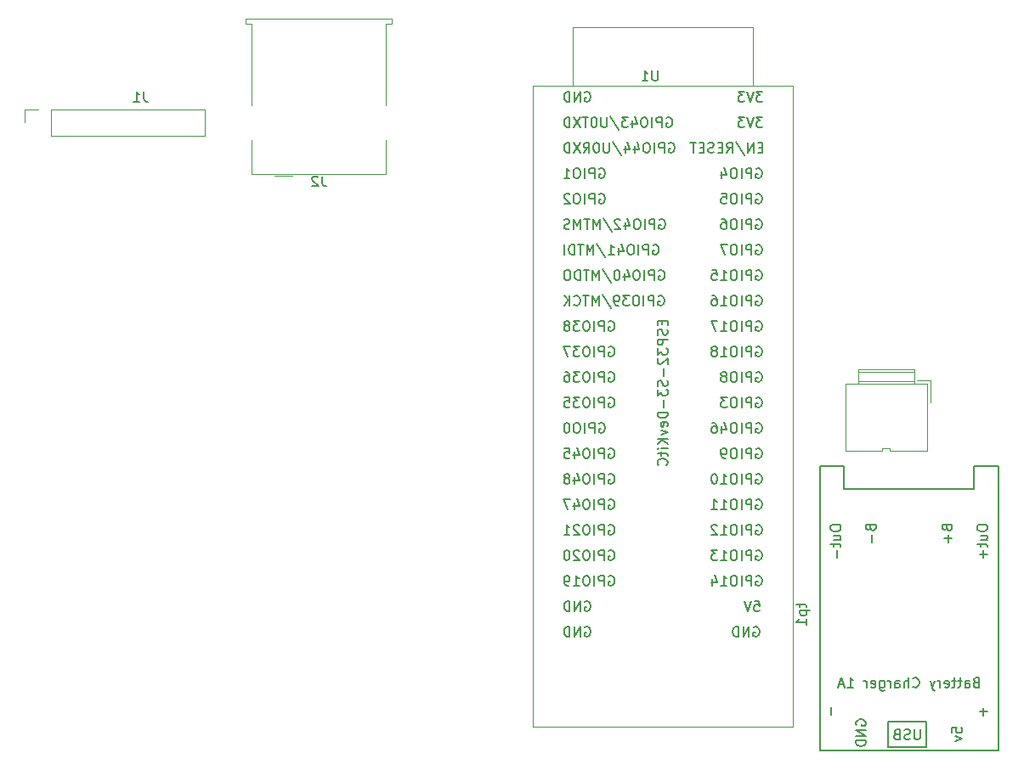
<source format=gbr>
%TF.GenerationSoftware,KiCad,Pcbnew,7.0.5-0*%
%TF.CreationDate,2023-06-25T23:04:33+03:00*%
%TF.ProjectId,esp32_game,65737033-325f-4676-916d-652e6b696361,rev?*%
%TF.SameCoordinates,Original*%
%TF.FileFunction,Legend,Bot*%
%TF.FilePolarity,Positive*%
%FSLAX46Y46*%
G04 Gerber Fmt 4.6, Leading zero omitted, Abs format (unit mm)*
G04 Created by KiCad (PCBNEW 7.0.5-0) date 2023-06-25 23:04:33*
%MOMM*%
%LPD*%
G01*
G04 APERTURE LIST*
%ADD10C,0.150000*%
%ADD11C,0.120000*%
G04 APERTURE END LIST*
D10*
%TO.C,J1*%
X68913333Y-29934819D02*
X68913333Y-30649104D01*
X68913333Y-30649104D02*
X68960952Y-30791961D01*
X68960952Y-30791961D02*
X69056190Y-30887200D01*
X69056190Y-30887200D02*
X69199047Y-30934819D01*
X69199047Y-30934819D02*
X69294285Y-30934819D01*
X67913333Y-30934819D02*
X68484761Y-30934819D01*
X68199047Y-30934819D02*
X68199047Y-29934819D01*
X68199047Y-29934819D02*
X68294285Y-30077676D01*
X68294285Y-30077676D02*
X68389523Y-30172914D01*
X68389523Y-30172914D02*
X68484761Y-30220533D01*
%TO.C,J2*%
X86693333Y-38374819D02*
X86693333Y-39089104D01*
X86693333Y-39089104D02*
X86740952Y-39231961D01*
X86740952Y-39231961D02*
X86836190Y-39327200D01*
X86836190Y-39327200D02*
X86979047Y-39374819D01*
X86979047Y-39374819D02*
X87074285Y-39374819D01*
X86264761Y-38470057D02*
X86217142Y-38422438D01*
X86217142Y-38422438D02*
X86121904Y-38374819D01*
X86121904Y-38374819D02*
X85883809Y-38374819D01*
X85883809Y-38374819D02*
X85788571Y-38422438D01*
X85788571Y-38422438D02*
X85740952Y-38470057D01*
X85740952Y-38470057D02*
X85693333Y-38565295D01*
X85693333Y-38565295D02*
X85693333Y-38660533D01*
X85693333Y-38660533D02*
X85740952Y-38803390D01*
X85740952Y-38803390D02*
X86312380Y-39374819D01*
X86312380Y-39374819D02*
X85693333Y-39374819D01*
%TO.C,tp1*%
X134288152Y-80960952D02*
X134288152Y-81341904D01*
X133954819Y-81103809D02*
X134811961Y-81103809D01*
X134811961Y-81103809D02*
X134907200Y-81151428D01*
X134907200Y-81151428D02*
X134954819Y-81246666D01*
X134954819Y-81246666D02*
X134954819Y-81341904D01*
X134288152Y-81675238D02*
X135288152Y-81675238D01*
X134335771Y-81675238D02*
X134288152Y-81770476D01*
X134288152Y-81770476D02*
X134288152Y-81960952D01*
X134288152Y-81960952D02*
X134335771Y-82056190D01*
X134335771Y-82056190D02*
X134383390Y-82103809D01*
X134383390Y-82103809D02*
X134478628Y-82151428D01*
X134478628Y-82151428D02*
X134764342Y-82151428D01*
X134764342Y-82151428D02*
X134859580Y-82103809D01*
X134859580Y-82103809D02*
X134907200Y-82056190D01*
X134907200Y-82056190D02*
X134954819Y-81960952D01*
X134954819Y-81960952D02*
X134954819Y-81770476D01*
X134954819Y-81770476D02*
X134907200Y-81675238D01*
X134954819Y-83103809D02*
X134954819Y-82532381D01*
X134954819Y-82818095D02*
X133954819Y-82818095D01*
X133954819Y-82818095D02*
X134097676Y-82722857D01*
X134097676Y-82722857D02*
X134192914Y-82627619D01*
X134192914Y-82627619D02*
X134240533Y-82532381D01*
X139902438Y-93118095D02*
X139854819Y-93022857D01*
X139854819Y-93022857D02*
X139854819Y-92880000D01*
X139854819Y-92880000D02*
X139902438Y-92737143D01*
X139902438Y-92737143D02*
X139997676Y-92641905D01*
X139997676Y-92641905D02*
X140092914Y-92594286D01*
X140092914Y-92594286D02*
X140283390Y-92546667D01*
X140283390Y-92546667D02*
X140426247Y-92546667D01*
X140426247Y-92546667D02*
X140616723Y-92594286D01*
X140616723Y-92594286D02*
X140711961Y-92641905D01*
X140711961Y-92641905D02*
X140807200Y-92737143D01*
X140807200Y-92737143D02*
X140854819Y-92880000D01*
X140854819Y-92880000D02*
X140854819Y-92975238D01*
X140854819Y-92975238D02*
X140807200Y-93118095D01*
X140807200Y-93118095D02*
X140759580Y-93165714D01*
X140759580Y-93165714D02*
X140426247Y-93165714D01*
X140426247Y-93165714D02*
X140426247Y-92975238D01*
X140854819Y-93594286D02*
X139854819Y-93594286D01*
X139854819Y-93594286D02*
X140854819Y-94165714D01*
X140854819Y-94165714D02*
X139854819Y-94165714D01*
X140854819Y-94641905D02*
X139854819Y-94641905D01*
X139854819Y-94641905D02*
X139854819Y-94880000D01*
X139854819Y-94880000D02*
X139902438Y-95022857D01*
X139902438Y-95022857D02*
X139997676Y-95118095D01*
X139997676Y-95118095D02*
X140092914Y-95165714D01*
X140092914Y-95165714D02*
X140283390Y-95213333D01*
X140283390Y-95213333D02*
X140426247Y-95213333D01*
X140426247Y-95213333D02*
X140616723Y-95165714D01*
X140616723Y-95165714D02*
X140711961Y-95118095D01*
X140711961Y-95118095D02*
X140807200Y-95022857D01*
X140807200Y-95022857D02*
X140854819Y-94880000D01*
X140854819Y-94880000D02*
X140854819Y-94641905D01*
X149454819Y-93837142D02*
X149454819Y-93360952D01*
X149454819Y-93360952D02*
X149931009Y-93313333D01*
X149931009Y-93313333D02*
X149883390Y-93360952D01*
X149883390Y-93360952D02*
X149835771Y-93456190D01*
X149835771Y-93456190D02*
X149835771Y-93694285D01*
X149835771Y-93694285D02*
X149883390Y-93789523D01*
X149883390Y-93789523D02*
X149931009Y-93837142D01*
X149931009Y-93837142D02*
X150026247Y-93884761D01*
X150026247Y-93884761D02*
X150264342Y-93884761D01*
X150264342Y-93884761D02*
X150359580Y-93837142D01*
X150359580Y-93837142D02*
X150407200Y-93789523D01*
X150407200Y-93789523D02*
X150454819Y-93694285D01*
X150454819Y-93694285D02*
X150454819Y-93456190D01*
X150454819Y-93456190D02*
X150407200Y-93360952D01*
X150407200Y-93360952D02*
X150359580Y-93313333D01*
X149788152Y-94218095D02*
X150454819Y-94456190D01*
X150454819Y-94456190D02*
X149788152Y-94694285D01*
X151842858Y-88831009D02*
X151700001Y-88878628D01*
X151700001Y-88878628D02*
X151652382Y-88926247D01*
X151652382Y-88926247D02*
X151604763Y-89021485D01*
X151604763Y-89021485D02*
X151604763Y-89164342D01*
X151604763Y-89164342D02*
X151652382Y-89259580D01*
X151652382Y-89259580D02*
X151700001Y-89307200D01*
X151700001Y-89307200D02*
X151795239Y-89354819D01*
X151795239Y-89354819D02*
X152176191Y-89354819D01*
X152176191Y-89354819D02*
X152176191Y-88354819D01*
X152176191Y-88354819D02*
X151842858Y-88354819D01*
X151842858Y-88354819D02*
X151747620Y-88402438D01*
X151747620Y-88402438D02*
X151700001Y-88450057D01*
X151700001Y-88450057D02*
X151652382Y-88545295D01*
X151652382Y-88545295D02*
X151652382Y-88640533D01*
X151652382Y-88640533D02*
X151700001Y-88735771D01*
X151700001Y-88735771D02*
X151747620Y-88783390D01*
X151747620Y-88783390D02*
X151842858Y-88831009D01*
X151842858Y-88831009D02*
X152176191Y-88831009D01*
X150747620Y-89354819D02*
X150747620Y-88831009D01*
X150747620Y-88831009D02*
X150795239Y-88735771D01*
X150795239Y-88735771D02*
X150890477Y-88688152D01*
X150890477Y-88688152D02*
X151080953Y-88688152D01*
X151080953Y-88688152D02*
X151176191Y-88735771D01*
X150747620Y-89307200D02*
X150842858Y-89354819D01*
X150842858Y-89354819D02*
X151080953Y-89354819D01*
X151080953Y-89354819D02*
X151176191Y-89307200D01*
X151176191Y-89307200D02*
X151223810Y-89211961D01*
X151223810Y-89211961D02*
X151223810Y-89116723D01*
X151223810Y-89116723D02*
X151176191Y-89021485D01*
X151176191Y-89021485D02*
X151080953Y-88973866D01*
X151080953Y-88973866D02*
X150842858Y-88973866D01*
X150842858Y-88973866D02*
X150747620Y-88926247D01*
X150414286Y-88688152D02*
X150033334Y-88688152D01*
X150271429Y-88354819D02*
X150271429Y-89211961D01*
X150271429Y-89211961D02*
X150223810Y-89307200D01*
X150223810Y-89307200D02*
X150128572Y-89354819D01*
X150128572Y-89354819D02*
X150033334Y-89354819D01*
X149842857Y-88688152D02*
X149461905Y-88688152D01*
X149700000Y-88354819D02*
X149700000Y-89211961D01*
X149700000Y-89211961D02*
X149652381Y-89307200D01*
X149652381Y-89307200D02*
X149557143Y-89354819D01*
X149557143Y-89354819D02*
X149461905Y-89354819D01*
X148747619Y-89307200D02*
X148842857Y-89354819D01*
X148842857Y-89354819D02*
X149033333Y-89354819D01*
X149033333Y-89354819D02*
X149128571Y-89307200D01*
X149128571Y-89307200D02*
X149176190Y-89211961D01*
X149176190Y-89211961D02*
X149176190Y-88831009D01*
X149176190Y-88831009D02*
X149128571Y-88735771D01*
X149128571Y-88735771D02*
X149033333Y-88688152D01*
X149033333Y-88688152D02*
X148842857Y-88688152D01*
X148842857Y-88688152D02*
X148747619Y-88735771D01*
X148747619Y-88735771D02*
X148700000Y-88831009D01*
X148700000Y-88831009D02*
X148700000Y-88926247D01*
X148700000Y-88926247D02*
X149176190Y-89021485D01*
X148271428Y-89354819D02*
X148271428Y-88688152D01*
X148271428Y-88878628D02*
X148223809Y-88783390D01*
X148223809Y-88783390D02*
X148176190Y-88735771D01*
X148176190Y-88735771D02*
X148080952Y-88688152D01*
X148080952Y-88688152D02*
X147985714Y-88688152D01*
X147747618Y-88688152D02*
X147509523Y-89354819D01*
X147271428Y-88688152D02*
X147509523Y-89354819D01*
X147509523Y-89354819D02*
X147604761Y-89592914D01*
X147604761Y-89592914D02*
X147652380Y-89640533D01*
X147652380Y-89640533D02*
X147747618Y-89688152D01*
X145557142Y-89259580D02*
X145604761Y-89307200D01*
X145604761Y-89307200D02*
X145747618Y-89354819D01*
X145747618Y-89354819D02*
X145842856Y-89354819D01*
X145842856Y-89354819D02*
X145985713Y-89307200D01*
X145985713Y-89307200D02*
X146080951Y-89211961D01*
X146080951Y-89211961D02*
X146128570Y-89116723D01*
X146128570Y-89116723D02*
X146176189Y-88926247D01*
X146176189Y-88926247D02*
X146176189Y-88783390D01*
X146176189Y-88783390D02*
X146128570Y-88592914D01*
X146128570Y-88592914D02*
X146080951Y-88497676D01*
X146080951Y-88497676D02*
X145985713Y-88402438D01*
X145985713Y-88402438D02*
X145842856Y-88354819D01*
X145842856Y-88354819D02*
X145747618Y-88354819D01*
X145747618Y-88354819D02*
X145604761Y-88402438D01*
X145604761Y-88402438D02*
X145557142Y-88450057D01*
X145128570Y-89354819D02*
X145128570Y-88354819D01*
X144699999Y-89354819D02*
X144699999Y-88831009D01*
X144699999Y-88831009D02*
X144747618Y-88735771D01*
X144747618Y-88735771D02*
X144842856Y-88688152D01*
X144842856Y-88688152D02*
X144985713Y-88688152D01*
X144985713Y-88688152D02*
X145080951Y-88735771D01*
X145080951Y-88735771D02*
X145128570Y-88783390D01*
X143795237Y-89354819D02*
X143795237Y-88831009D01*
X143795237Y-88831009D02*
X143842856Y-88735771D01*
X143842856Y-88735771D02*
X143938094Y-88688152D01*
X143938094Y-88688152D02*
X144128570Y-88688152D01*
X144128570Y-88688152D02*
X144223808Y-88735771D01*
X143795237Y-89307200D02*
X143890475Y-89354819D01*
X143890475Y-89354819D02*
X144128570Y-89354819D01*
X144128570Y-89354819D02*
X144223808Y-89307200D01*
X144223808Y-89307200D02*
X144271427Y-89211961D01*
X144271427Y-89211961D02*
X144271427Y-89116723D01*
X144271427Y-89116723D02*
X144223808Y-89021485D01*
X144223808Y-89021485D02*
X144128570Y-88973866D01*
X144128570Y-88973866D02*
X143890475Y-88973866D01*
X143890475Y-88973866D02*
X143795237Y-88926247D01*
X143319046Y-89354819D02*
X143319046Y-88688152D01*
X143319046Y-88878628D02*
X143271427Y-88783390D01*
X143271427Y-88783390D02*
X143223808Y-88735771D01*
X143223808Y-88735771D02*
X143128570Y-88688152D01*
X143128570Y-88688152D02*
X143033332Y-88688152D01*
X142271427Y-88688152D02*
X142271427Y-89497676D01*
X142271427Y-89497676D02*
X142319046Y-89592914D01*
X142319046Y-89592914D02*
X142366665Y-89640533D01*
X142366665Y-89640533D02*
X142461903Y-89688152D01*
X142461903Y-89688152D02*
X142604760Y-89688152D01*
X142604760Y-89688152D02*
X142699998Y-89640533D01*
X142271427Y-89307200D02*
X142366665Y-89354819D01*
X142366665Y-89354819D02*
X142557141Y-89354819D01*
X142557141Y-89354819D02*
X142652379Y-89307200D01*
X142652379Y-89307200D02*
X142699998Y-89259580D01*
X142699998Y-89259580D02*
X142747617Y-89164342D01*
X142747617Y-89164342D02*
X142747617Y-88878628D01*
X142747617Y-88878628D02*
X142699998Y-88783390D01*
X142699998Y-88783390D02*
X142652379Y-88735771D01*
X142652379Y-88735771D02*
X142557141Y-88688152D01*
X142557141Y-88688152D02*
X142366665Y-88688152D01*
X142366665Y-88688152D02*
X142271427Y-88735771D01*
X141414284Y-89307200D02*
X141509522Y-89354819D01*
X141509522Y-89354819D02*
X141699998Y-89354819D01*
X141699998Y-89354819D02*
X141795236Y-89307200D01*
X141795236Y-89307200D02*
X141842855Y-89211961D01*
X141842855Y-89211961D02*
X141842855Y-88831009D01*
X141842855Y-88831009D02*
X141795236Y-88735771D01*
X141795236Y-88735771D02*
X141699998Y-88688152D01*
X141699998Y-88688152D02*
X141509522Y-88688152D01*
X141509522Y-88688152D02*
X141414284Y-88735771D01*
X141414284Y-88735771D02*
X141366665Y-88831009D01*
X141366665Y-88831009D02*
X141366665Y-88926247D01*
X141366665Y-88926247D02*
X141842855Y-89021485D01*
X140938093Y-89354819D02*
X140938093Y-88688152D01*
X140938093Y-88878628D02*
X140890474Y-88783390D01*
X140890474Y-88783390D02*
X140842855Y-88735771D01*
X140842855Y-88735771D02*
X140747617Y-88688152D01*
X140747617Y-88688152D02*
X140652379Y-88688152D01*
X139033331Y-89354819D02*
X139604759Y-89354819D01*
X139319045Y-89354819D02*
X139319045Y-88354819D01*
X139319045Y-88354819D02*
X139414283Y-88497676D01*
X139414283Y-88497676D02*
X139509521Y-88592914D01*
X139509521Y-88592914D02*
X139604759Y-88640533D01*
X138652378Y-89069104D02*
X138176188Y-89069104D01*
X138747616Y-89354819D02*
X138414283Y-88354819D01*
X138414283Y-88354819D02*
X138080950Y-89354819D01*
X137354819Y-73327619D02*
X137354819Y-73518095D01*
X137354819Y-73518095D02*
X137402438Y-73613333D01*
X137402438Y-73613333D02*
X137497676Y-73708571D01*
X137497676Y-73708571D02*
X137688152Y-73756190D01*
X137688152Y-73756190D02*
X138021485Y-73756190D01*
X138021485Y-73756190D02*
X138211961Y-73708571D01*
X138211961Y-73708571D02*
X138307200Y-73613333D01*
X138307200Y-73613333D02*
X138354819Y-73518095D01*
X138354819Y-73518095D02*
X138354819Y-73327619D01*
X138354819Y-73327619D02*
X138307200Y-73232381D01*
X138307200Y-73232381D02*
X138211961Y-73137143D01*
X138211961Y-73137143D02*
X138021485Y-73089524D01*
X138021485Y-73089524D02*
X137688152Y-73089524D01*
X137688152Y-73089524D02*
X137497676Y-73137143D01*
X137497676Y-73137143D02*
X137402438Y-73232381D01*
X137402438Y-73232381D02*
X137354819Y-73327619D01*
X137688152Y-74613333D02*
X138354819Y-74613333D01*
X137688152Y-74184762D02*
X138211961Y-74184762D01*
X138211961Y-74184762D02*
X138307200Y-74232381D01*
X138307200Y-74232381D02*
X138354819Y-74327619D01*
X138354819Y-74327619D02*
X138354819Y-74470476D01*
X138354819Y-74470476D02*
X138307200Y-74565714D01*
X138307200Y-74565714D02*
X138259580Y-74613333D01*
X137688152Y-74946667D02*
X137688152Y-75327619D01*
X137354819Y-75089524D02*
X138211961Y-75089524D01*
X138211961Y-75089524D02*
X138307200Y-75137143D01*
X138307200Y-75137143D02*
X138354819Y-75232381D01*
X138354819Y-75232381D02*
X138354819Y-75327619D01*
X137973866Y-75660953D02*
X137973866Y-76422858D01*
X151954819Y-73327619D02*
X151954819Y-73518095D01*
X151954819Y-73518095D02*
X152002438Y-73613333D01*
X152002438Y-73613333D02*
X152097676Y-73708571D01*
X152097676Y-73708571D02*
X152288152Y-73756190D01*
X152288152Y-73756190D02*
X152621485Y-73756190D01*
X152621485Y-73756190D02*
X152811961Y-73708571D01*
X152811961Y-73708571D02*
X152907200Y-73613333D01*
X152907200Y-73613333D02*
X152954819Y-73518095D01*
X152954819Y-73518095D02*
X152954819Y-73327619D01*
X152954819Y-73327619D02*
X152907200Y-73232381D01*
X152907200Y-73232381D02*
X152811961Y-73137143D01*
X152811961Y-73137143D02*
X152621485Y-73089524D01*
X152621485Y-73089524D02*
X152288152Y-73089524D01*
X152288152Y-73089524D02*
X152097676Y-73137143D01*
X152097676Y-73137143D02*
X152002438Y-73232381D01*
X152002438Y-73232381D02*
X151954819Y-73327619D01*
X152288152Y-74613333D02*
X152954819Y-74613333D01*
X152288152Y-74184762D02*
X152811961Y-74184762D01*
X152811961Y-74184762D02*
X152907200Y-74232381D01*
X152907200Y-74232381D02*
X152954819Y-74327619D01*
X152954819Y-74327619D02*
X152954819Y-74470476D01*
X152954819Y-74470476D02*
X152907200Y-74565714D01*
X152907200Y-74565714D02*
X152859580Y-74613333D01*
X152288152Y-74946667D02*
X152288152Y-75327619D01*
X151954819Y-75089524D02*
X152811961Y-75089524D01*
X152811961Y-75089524D02*
X152907200Y-75137143D01*
X152907200Y-75137143D02*
X152954819Y-75232381D01*
X152954819Y-75232381D02*
X152954819Y-75327619D01*
X152573866Y-75660953D02*
X152573866Y-76422858D01*
X152954819Y-76041905D02*
X152192914Y-76041905D01*
X137373866Y-91299048D02*
X137373866Y-92060953D01*
X141331009Y-73432381D02*
X141378628Y-73575238D01*
X141378628Y-73575238D02*
X141426247Y-73622857D01*
X141426247Y-73622857D02*
X141521485Y-73670476D01*
X141521485Y-73670476D02*
X141664342Y-73670476D01*
X141664342Y-73670476D02*
X141759580Y-73622857D01*
X141759580Y-73622857D02*
X141807200Y-73575238D01*
X141807200Y-73575238D02*
X141854819Y-73480000D01*
X141854819Y-73480000D02*
X141854819Y-73099048D01*
X141854819Y-73099048D02*
X140854819Y-73099048D01*
X140854819Y-73099048D02*
X140854819Y-73432381D01*
X140854819Y-73432381D02*
X140902438Y-73527619D01*
X140902438Y-73527619D02*
X140950057Y-73575238D01*
X140950057Y-73575238D02*
X141045295Y-73622857D01*
X141045295Y-73622857D02*
X141140533Y-73622857D01*
X141140533Y-73622857D02*
X141235771Y-73575238D01*
X141235771Y-73575238D02*
X141283390Y-73527619D01*
X141283390Y-73527619D02*
X141331009Y-73432381D01*
X141331009Y-73432381D02*
X141331009Y-73099048D01*
X141473866Y-74099048D02*
X141473866Y-74860953D01*
X146261904Y-93534819D02*
X146261904Y-94344342D01*
X146261904Y-94344342D02*
X146214285Y-94439580D01*
X146214285Y-94439580D02*
X146166666Y-94487200D01*
X146166666Y-94487200D02*
X146071428Y-94534819D01*
X146071428Y-94534819D02*
X145880952Y-94534819D01*
X145880952Y-94534819D02*
X145785714Y-94487200D01*
X145785714Y-94487200D02*
X145738095Y-94439580D01*
X145738095Y-94439580D02*
X145690476Y-94344342D01*
X145690476Y-94344342D02*
X145690476Y-93534819D01*
X145261904Y-94487200D02*
X145119047Y-94534819D01*
X145119047Y-94534819D02*
X144880952Y-94534819D01*
X144880952Y-94534819D02*
X144785714Y-94487200D01*
X144785714Y-94487200D02*
X144738095Y-94439580D01*
X144738095Y-94439580D02*
X144690476Y-94344342D01*
X144690476Y-94344342D02*
X144690476Y-94249104D01*
X144690476Y-94249104D02*
X144738095Y-94153866D01*
X144738095Y-94153866D02*
X144785714Y-94106247D01*
X144785714Y-94106247D02*
X144880952Y-94058628D01*
X144880952Y-94058628D02*
X145071428Y-94011009D01*
X145071428Y-94011009D02*
X145166666Y-93963390D01*
X145166666Y-93963390D02*
X145214285Y-93915771D01*
X145214285Y-93915771D02*
X145261904Y-93820533D01*
X145261904Y-93820533D02*
X145261904Y-93725295D01*
X145261904Y-93725295D02*
X145214285Y-93630057D01*
X145214285Y-93630057D02*
X145166666Y-93582438D01*
X145166666Y-93582438D02*
X145071428Y-93534819D01*
X145071428Y-93534819D02*
X144833333Y-93534819D01*
X144833333Y-93534819D02*
X144690476Y-93582438D01*
X143928571Y-94011009D02*
X143785714Y-94058628D01*
X143785714Y-94058628D02*
X143738095Y-94106247D01*
X143738095Y-94106247D02*
X143690476Y-94201485D01*
X143690476Y-94201485D02*
X143690476Y-94344342D01*
X143690476Y-94344342D02*
X143738095Y-94439580D01*
X143738095Y-94439580D02*
X143785714Y-94487200D01*
X143785714Y-94487200D02*
X143880952Y-94534819D01*
X143880952Y-94534819D02*
X144261904Y-94534819D01*
X144261904Y-94534819D02*
X144261904Y-93534819D01*
X144261904Y-93534819D02*
X143928571Y-93534819D01*
X143928571Y-93534819D02*
X143833333Y-93582438D01*
X143833333Y-93582438D02*
X143785714Y-93630057D01*
X143785714Y-93630057D02*
X143738095Y-93725295D01*
X143738095Y-93725295D02*
X143738095Y-93820533D01*
X143738095Y-93820533D02*
X143785714Y-93915771D01*
X143785714Y-93915771D02*
X143833333Y-93963390D01*
X143833333Y-93963390D02*
X143928571Y-94011009D01*
X143928571Y-94011009D02*
X144261904Y-94011009D01*
X152573866Y-91399048D02*
X152573866Y-92160953D01*
X152954819Y-91780000D02*
X152192914Y-91780000D01*
X148931009Y-73432381D02*
X148978628Y-73575238D01*
X148978628Y-73575238D02*
X149026247Y-73622857D01*
X149026247Y-73622857D02*
X149121485Y-73670476D01*
X149121485Y-73670476D02*
X149264342Y-73670476D01*
X149264342Y-73670476D02*
X149359580Y-73622857D01*
X149359580Y-73622857D02*
X149407200Y-73575238D01*
X149407200Y-73575238D02*
X149454819Y-73480000D01*
X149454819Y-73480000D02*
X149454819Y-73099048D01*
X149454819Y-73099048D02*
X148454819Y-73099048D01*
X148454819Y-73099048D02*
X148454819Y-73432381D01*
X148454819Y-73432381D02*
X148502438Y-73527619D01*
X148502438Y-73527619D02*
X148550057Y-73575238D01*
X148550057Y-73575238D02*
X148645295Y-73622857D01*
X148645295Y-73622857D02*
X148740533Y-73622857D01*
X148740533Y-73622857D02*
X148835771Y-73575238D01*
X148835771Y-73575238D02*
X148883390Y-73527619D01*
X148883390Y-73527619D02*
X148931009Y-73432381D01*
X148931009Y-73432381D02*
X148931009Y-73099048D01*
X149073866Y-74099048D02*
X149073866Y-74860953D01*
X149454819Y-74480000D02*
X148692914Y-74480000D01*
%TO.C,U1*%
X120141904Y-27834819D02*
X120141904Y-28644342D01*
X120141904Y-28644342D02*
X120094285Y-28739580D01*
X120094285Y-28739580D02*
X120046666Y-28787200D01*
X120046666Y-28787200D02*
X119951428Y-28834819D01*
X119951428Y-28834819D02*
X119760952Y-28834819D01*
X119760952Y-28834819D02*
X119665714Y-28787200D01*
X119665714Y-28787200D02*
X119618095Y-28739580D01*
X119618095Y-28739580D02*
X119570476Y-28644342D01*
X119570476Y-28644342D02*
X119570476Y-27834819D01*
X118570476Y-28834819D02*
X119141904Y-28834819D01*
X118856190Y-28834819D02*
X118856190Y-27834819D01*
X118856190Y-27834819D02*
X118951428Y-27977676D01*
X118951428Y-27977676D02*
X119046666Y-28072914D01*
X119046666Y-28072914D02*
X119141904Y-28120533D01*
X120584689Y-52774613D02*
X120584689Y-53107946D01*
X121108499Y-53250803D02*
X121108499Y-52774613D01*
X121108499Y-52774613D02*
X120108499Y-52774613D01*
X120108499Y-52774613D02*
X120108499Y-53250803D01*
X121060880Y-53631756D02*
X121108499Y-53774613D01*
X121108499Y-53774613D02*
X121108499Y-54012708D01*
X121108499Y-54012708D02*
X121060880Y-54107946D01*
X121060880Y-54107946D02*
X121013260Y-54155565D01*
X121013260Y-54155565D02*
X120918022Y-54203184D01*
X120918022Y-54203184D02*
X120822784Y-54203184D01*
X120822784Y-54203184D02*
X120727546Y-54155565D01*
X120727546Y-54155565D02*
X120679927Y-54107946D01*
X120679927Y-54107946D02*
X120632308Y-54012708D01*
X120632308Y-54012708D02*
X120584689Y-53822232D01*
X120584689Y-53822232D02*
X120537070Y-53726994D01*
X120537070Y-53726994D02*
X120489451Y-53679375D01*
X120489451Y-53679375D02*
X120394213Y-53631756D01*
X120394213Y-53631756D02*
X120298975Y-53631756D01*
X120298975Y-53631756D02*
X120203737Y-53679375D01*
X120203737Y-53679375D02*
X120156118Y-53726994D01*
X120156118Y-53726994D02*
X120108499Y-53822232D01*
X120108499Y-53822232D02*
X120108499Y-54060327D01*
X120108499Y-54060327D02*
X120156118Y-54203184D01*
X121108499Y-54631756D02*
X120108499Y-54631756D01*
X120108499Y-54631756D02*
X120108499Y-55012708D01*
X120108499Y-55012708D02*
X120156118Y-55107946D01*
X120156118Y-55107946D02*
X120203737Y-55155565D01*
X120203737Y-55155565D02*
X120298975Y-55203184D01*
X120298975Y-55203184D02*
X120441832Y-55203184D01*
X120441832Y-55203184D02*
X120537070Y-55155565D01*
X120537070Y-55155565D02*
X120584689Y-55107946D01*
X120584689Y-55107946D02*
X120632308Y-55012708D01*
X120632308Y-55012708D02*
X120632308Y-54631756D01*
X120108499Y-55536518D02*
X120108499Y-56155565D01*
X120108499Y-56155565D02*
X120489451Y-55822232D01*
X120489451Y-55822232D02*
X120489451Y-55965089D01*
X120489451Y-55965089D02*
X120537070Y-56060327D01*
X120537070Y-56060327D02*
X120584689Y-56107946D01*
X120584689Y-56107946D02*
X120679927Y-56155565D01*
X120679927Y-56155565D02*
X120918022Y-56155565D01*
X120918022Y-56155565D02*
X121013260Y-56107946D01*
X121013260Y-56107946D02*
X121060880Y-56060327D01*
X121060880Y-56060327D02*
X121108499Y-55965089D01*
X121108499Y-55965089D02*
X121108499Y-55679375D01*
X121108499Y-55679375D02*
X121060880Y-55584137D01*
X121060880Y-55584137D02*
X121013260Y-55536518D01*
X120203737Y-56536518D02*
X120156118Y-56584137D01*
X120156118Y-56584137D02*
X120108499Y-56679375D01*
X120108499Y-56679375D02*
X120108499Y-56917470D01*
X120108499Y-56917470D02*
X120156118Y-57012708D01*
X120156118Y-57012708D02*
X120203737Y-57060327D01*
X120203737Y-57060327D02*
X120298975Y-57107946D01*
X120298975Y-57107946D02*
X120394213Y-57107946D01*
X120394213Y-57107946D02*
X120537070Y-57060327D01*
X120537070Y-57060327D02*
X121108499Y-56488899D01*
X121108499Y-56488899D02*
X121108499Y-57107946D01*
X120727546Y-57536518D02*
X120727546Y-58298423D01*
X121060880Y-58726994D02*
X121108499Y-58869851D01*
X121108499Y-58869851D02*
X121108499Y-59107946D01*
X121108499Y-59107946D02*
X121060880Y-59203184D01*
X121060880Y-59203184D02*
X121013260Y-59250803D01*
X121013260Y-59250803D02*
X120918022Y-59298422D01*
X120918022Y-59298422D02*
X120822784Y-59298422D01*
X120822784Y-59298422D02*
X120727546Y-59250803D01*
X120727546Y-59250803D02*
X120679927Y-59203184D01*
X120679927Y-59203184D02*
X120632308Y-59107946D01*
X120632308Y-59107946D02*
X120584689Y-58917470D01*
X120584689Y-58917470D02*
X120537070Y-58822232D01*
X120537070Y-58822232D02*
X120489451Y-58774613D01*
X120489451Y-58774613D02*
X120394213Y-58726994D01*
X120394213Y-58726994D02*
X120298975Y-58726994D01*
X120298975Y-58726994D02*
X120203737Y-58774613D01*
X120203737Y-58774613D02*
X120156118Y-58822232D01*
X120156118Y-58822232D02*
X120108499Y-58917470D01*
X120108499Y-58917470D02*
X120108499Y-59155565D01*
X120108499Y-59155565D02*
X120156118Y-59298422D01*
X120108499Y-59631756D02*
X120108499Y-60250803D01*
X120108499Y-60250803D02*
X120489451Y-59917470D01*
X120489451Y-59917470D02*
X120489451Y-60060327D01*
X120489451Y-60060327D02*
X120537070Y-60155565D01*
X120537070Y-60155565D02*
X120584689Y-60203184D01*
X120584689Y-60203184D02*
X120679927Y-60250803D01*
X120679927Y-60250803D02*
X120918022Y-60250803D01*
X120918022Y-60250803D02*
X121013260Y-60203184D01*
X121013260Y-60203184D02*
X121060880Y-60155565D01*
X121060880Y-60155565D02*
X121108499Y-60060327D01*
X121108499Y-60060327D02*
X121108499Y-59774613D01*
X121108499Y-59774613D02*
X121060880Y-59679375D01*
X121060880Y-59679375D02*
X121013260Y-59631756D01*
X120727546Y-60679375D02*
X120727546Y-61441280D01*
X121108499Y-61917470D02*
X120108499Y-61917470D01*
X120108499Y-61917470D02*
X120108499Y-62155565D01*
X120108499Y-62155565D02*
X120156118Y-62298422D01*
X120156118Y-62298422D02*
X120251356Y-62393660D01*
X120251356Y-62393660D02*
X120346594Y-62441279D01*
X120346594Y-62441279D02*
X120537070Y-62488898D01*
X120537070Y-62488898D02*
X120679927Y-62488898D01*
X120679927Y-62488898D02*
X120870403Y-62441279D01*
X120870403Y-62441279D02*
X120965641Y-62393660D01*
X120965641Y-62393660D02*
X121060880Y-62298422D01*
X121060880Y-62298422D02*
X121108499Y-62155565D01*
X121108499Y-62155565D02*
X121108499Y-61917470D01*
X121060880Y-63298422D02*
X121108499Y-63203184D01*
X121108499Y-63203184D02*
X121108499Y-63012708D01*
X121108499Y-63012708D02*
X121060880Y-62917470D01*
X121060880Y-62917470D02*
X120965641Y-62869851D01*
X120965641Y-62869851D02*
X120584689Y-62869851D01*
X120584689Y-62869851D02*
X120489451Y-62917470D01*
X120489451Y-62917470D02*
X120441832Y-63012708D01*
X120441832Y-63012708D02*
X120441832Y-63203184D01*
X120441832Y-63203184D02*
X120489451Y-63298422D01*
X120489451Y-63298422D02*
X120584689Y-63346041D01*
X120584689Y-63346041D02*
X120679927Y-63346041D01*
X120679927Y-63346041D02*
X120775165Y-62869851D01*
X120441832Y-63679375D02*
X121108499Y-63917470D01*
X121108499Y-63917470D02*
X120441832Y-64155565D01*
X121108499Y-64536518D02*
X120108499Y-64536518D01*
X121108499Y-65107946D02*
X120537070Y-64679375D01*
X120108499Y-65107946D02*
X120679927Y-64536518D01*
X121108499Y-65536518D02*
X120441832Y-65536518D01*
X120108499Y-65536518D02*
X120156118Y-65488899D01*
X120156118Y-65488899D02*
X120203737Y-65536518D01*
X120203737Y-65536518D02*
X120156118Y-65584137D01*
X120156118Y-65584137D02*
X120108499Y-65536518D01*
X120108499Y-65536518D02*
X120203737Y-65536518D01*
X120441832Y-65869851D02*
X120441832Y-66250803D01*
X120108499Y-66012708D02*
X120965641Y-66012708D01*
X120965641Y-66012708D02*
X121060880Y-66060327D01*
X121060880Y-66060327D02*
X121108499Y-66155565D01*
X121108499Y-66155565D02*
X121108499Y-66250803D01*
X121013260Y-67155565D02*
X121060880Y-67107946D01*
X121060880Y-67107946D02*
X121108499Y-66965089D01*
X121108499Y-66965089D02*
X121108499Y-66869851D01*
X121108499Y-66869851D02*
X121060880Y-66726994D01*
X121060880Y-66726994D02*
X120965641Y-66631756D01*
X120965641Y-66631756D02*
X120870403Y-66584137D01*
X120870403Y-66584137D02*
X120679927Y-66536518D01*
X120679927Y-66536518D02*
X120537070Y-66536518D01*
X120537070Y-66536518D02*
X120346594Y-66584137D01*
X120346594Y-66584137D02*
X120251356Y-66631756D01*
X120251356Y-66631756D02*
X120156118Y-66726994D01*
X120156118Y-66726994D02*
X120108499Y-66869851D01*
X120108499Y-66869851D02*
X120108499Y-66965089D01*
X120108499Y-66965089D02*
X120156118Y-67107946D01*
X120156118Y-67107946D02*
X120203737Y-67155565D01*
X129949411Y-60462438D02*
X130044649Y-60414819D01*
X130044649Y-60414819D02*
X130187506Y-60414819D01*
X130187506Y-60414819D02*
X130330363Y-60462438D01*
X130330363Y-60462438D02*
X130425601Y-60557676D01*
X130425601Y-60557676D02*
X130473220Y-60652914D01*
X130473220Y-60652914D02*
X130520839Y-60843390D01*
X130520839Y-60843390D02*
X130520839Y-60986247D01*
X130520839Y-60986247D02*
X130473220Y-61176723D01*
X130473220Y-61176723D02*
X130425601Y-61271961D01*
X130425601Y-61271961D02*
X130330363Y-61367200D01*
X130330363Y-61367200D02*
X130187506Y-61414819D01*
X130187506Y-61414819D02*
X130092268Y-61414819D01*
X130092268Y-61414819D02*
X129949411Y-61367200D01*
X129949411Y-61367200D02*
X129901792Y-61319580D01*
X129901792Y-61319580D02*
X129901792Y-60986247D01*
X129901792Y-60986247D02*
X130092268Y-60986247D01*
X129473220Y-61414819D02*
X129473220Y-60414819D01*
X129473220Y-60414819D02*
X129092268Y-60414819D01*
X129092268Y-60414819D02*
X128997030Y-60462438D01*
X128997030Y-60462438D02*
X128949411Y-60510057D01*
X128949411Y-60510057D02*
X128901792Y-60605295D01*
X128901792Y-60605295D02*
X128901792Y-60748152D01*
X128901792Y-60748152D02*
X128949411Y-60843390D01*
X128949411Y-60843390D02*
X128997030Y-60891009D01*
X128997030Y-60891009D02*
X129092268Y-60938628D01*
X129092268Y-60938628D02*
X129473220Y-60938628D01*
X128473220Y-61414819D02*
X128473220Y-60414819D01*
X127806554Y-60414819D02*
X127616078Y-60414819D01*
X127616078Y-60414819D02*
X127520840Y-60462438D01*
X127520840Y-60462438D02*
X127425602Y-60557676D01*
X127425602Y-60557676D02*
X127377983Y-60748152D01*
X127377983Y-60748152D02*
X127377983Y-61081485D01*
X127377983Y-61081485D02*
X127425602Y-61271961D01*
X127425602Y-61271961D02*
X127520840Y-61367200D01*
X127520840Y-61367200D02*
X127616078Y-61414819D01*
X127616078Y-61414819D02*
X127806554Y-61414819D01*
X127806554Y-61414819D02*
X127901792Y-61367200D01*
X127901792Y-61367200D02*
X127997030Y-61271961D01*
X127997030Y-61271961D02*
X128044649Y-61081485D01*
X128044649Y-61081485D02*
X128044649Y-60748152D01*
X128044649Y-60748152D02*
X127997030Y-60557676D01*
X127997030Y-60557676D02*
X127901792Y-60462438D01*
X127901792Y-60462438D02*
X127806554Y-60414819D01*
X127044649Y-60414819D02*
X126425602Y-60414819D01*
X126425602Y-60414819D02*
X126758935Y-60795771D01*
X126758935Y-60795771D02*
X126616078Y-60795771D01*
X126616078Y-60795771D02*
X126520840Y-60843390D01*
X126520840Y-60843390D02*
X126473221Y-60891009D01*
X126473221Y-60891009D02*
X126425602Y-60986247D01*
X126425602Y-60986247D02*
X126425602Y-61224342D01*
X126425602Y-61224342D02*
X126473221Y-61319580D01*
X126473221Y-61319580D02*
X126520840Y-61367200D01*
X126520840Y-61367200D02*
X126616078Y-61414819D01*
X126616078Y-61414819D02*
X126901792Y-61414819D01*
X126901792Y-61414819D02*
X126997030Y-61367200D01*
X126997030Y-61367200D02*
X127044649Y-61319580D01*
X129949411Y-63002438D02*
X130044649Y-62954819D01*
X130044649Y-62954819D02*
X130187506Y-62954819D01*
X130187506Y-62954819D02*
X130330363Y-63002438D01*
X130330363Y-63002438D02*
X130425601Y-63097676D01*
X130425601Y-63097676D02*
X130473220Y-63192914D01*
X130473220Y-63192914D02*
X130520839Y-63383390D01*
X130520839Y-63383390D02*
X130520839Y-63526247D01*
X130520839Y-63526247D02*
X130473220Y-63716723D01*
X130473220Y-63716723D02*
X130425601Y-63811961D01*
X130425601Y-63811961D02*
X130330363Y-63907200D01*
X130330363Y-63907200D02*
X130187506Y-63954819D01*
X130187506Y-63954819D02*
X130092268Y-63954819D01*
X130092268Y-63954819D02*
X129949411Y-63907200D01*
X129949411Y-63907200D02*
X129901792Y-63859580D01*
X129901792Y-63859580D02*
X129901792Y-63526247D01*
X129901792Y-63526247D02*
X130092268Y-63526247D01*
X129473220Y-63954819D02*
X129473220Y-62954819D01*
X129473220Y-62954819D02*
X129092268Y-62954819D01*
X129092268Y-62954819D02*
X128997030Y-63002438D01*
X128997030Y-63002438D02*
X128949411Y-63050057D01*
X128949411Y-63050057D02*
X128901792Y-63145295D01*
X128901792Y-63145295D02*
X128901792Y-63288152D01*
X128901792Y-63288152D02*
X128949411Y-63383390D01*
X128949411Y-63383390D02*
X128997030Y-63431009D01*
X128997030Y-63431009D02*
X129092268Y-63478628D01*
X129092268Y-63478628D02*
X129473220Y-63478628D01*
X128473220Y-63954819D02*
X128473220Y-62954819D01*
X127806554Y-62954819D02*
X127616078Y-62954819D01*
X127616078Y-62954819D02*
X127520840Y-63002438D01*
X127520840Y-63002438D02*
X127425602Y-63097676D01*
X127425602Y-63097676D02*
X127377983Y-63288152D01*
X127377983Y-63288152D02*
X127377983Y-63621485D01*
X127377983Y-63621485D02*
X127425602Y-63811961D01*
X127425602Y-63811961D02*
X127520840Y-63907200D01*
X127520840Y-63907200D02*
X127616078Y-63954819D01*
X127616078Y-63954819D02*
X127806554Y-63954819D01*
X127806554Y-63954819D02*
X127901792Y-63907200D01*
X127901792Y-63907200D02*
X127997030Y-63811961D01*
X127997030Y-63811961D02*
X128044649Y-63621485D01*
X128044649Y-63621485D02*
X128044649Y-63288152D01*
X128044649Y-63288152D02*
X127997030Y-63097676D01*
X127997030Y-63097676D02*
X127901792Y-63002438D01*
X127901792Y-63002438D02*
X127806554Y-62954819D01*
X126520840Y-63288152D02*
X126520840Y-63954819D01*
X126758935Y-62907200D02*
X126997030Y-63621485D01*
X126997030Y-63621485D02*
X126377983Y-63621485D01*
X125568459Y-62954819D02*
X125758935Y-62954819D01*
X125758935Y-62954819D02*
X125854173Y-63002438D01*
X125854173Y-63002438D02*
X125901792Y-63050057D01*
X125901792Y-63050057D02*
X125997030Y-63192914D01*
X125997030Y-63192914D02*
X126044649Y-63383390D01*
X126044649Y-63383390D02*
X126044649Y-63764342D01*
X126044649Y-63764342D02*
X125997030Y-63859580D01*
X125997030Y-63859580D02*
X125949411Y-63907200D01*
X125949411Y-63907200D02*
X125854173Y-63954819D01*
X125854173Y-63954819D02*
X125663697Y-63954819D01*
X125663697Y-63954819D02*
X125568459Y-63907200D01*
X125568459Y-63907200D02*
X125520840Y-63859580D01*
X125520840Y-63859580D02*
X125473221Y-63764342D01*
X125473221Y-63764342D02*
X125473221Y-63526247D01*
X125473221Y-63526247D02*
X125520840Y-63431009D01*
X125520840Y-63431009D02*
X125568459Y-63383390D01*
X125568459Y-63383390D02*
X125663697Y-63335771D01*
X125663697Y-63335771D02*
X125854173Y-63335771D01*
X125854173Y-63335771D02*
X125949411Y-63383390D01*
X125949411Y-63383390D02*
X125997030Y-63431009D01*
X125997030Y-63431009D02*
X126044649Y-63526247D01*
X120255350Y-47762438D02*
X120350588Y-47714819D01*
X120350588Y-47714819D02*
X120493445Y-47714819D01*
X120493445Y-47714819D02*
X120636302Y-47762438D01*
X120636302Y-47762438D02*
X120731540Y-47857676D01*
X120731540Y-47857676D02*
X120779159Y-47952914D01*
X120779159Y-47952914D02*
X120826778Y-48143390D01*
X120826778Y-48143390D02*
X120826778Y-48286247D01*
X120826778Y-48286247D02*
X120779159Y-48476723D01*
X120779159Y-48476723D02*
X120731540Y-48571961D01*
X120731540Y-48571961D02*
X120636302Y-48667200D01*
X120636302Y-48667200D02*
X120493445Y-48714819D01*
X120493445Y-48714819D02*
X120398207Y-48714819D01*
X120398207Y-48714819D02*
X120255350Y-48667200D01*
X120255350Y-48667200D02*
X120207731Y-48619580D01*
X120207731Y-48619580D02*
X120207731Y-48286247D01*
X120207731Y-48286247D02*
X120398207Y-48286247D01*
X119779159Y-48714819D02*
X119779159Y-47714819D01*
X119779159Y-47714819D02*
X119398207Y-47714819D01*
X119398207Y-47714819D02*
X119302969Y-47762438D01*
X119302969Y-47762438D02*
X119255350Y-47810057D01*
X119255350Y-47810057D02*
X119207731Y-47905295D01*
X119207731Y-47905295D02*
X119207731Y-48048152D01*
X119207731Y-48048152D02*
X119255350Y-48143390D01*
X119255350Y-48143390D02*
X119302969Y-48191009D01*
X119302969Y-48191009D02*
X119398207Y-48238628D01*
X119398207Y-48238628D02*
X119779159Y-48238628D01*
X118779159Y-48714819D02*
X118779159Y-47714819D01*
X118112493Y-47714819D02*
X117922017Y-47714819D01*
X117922017Y-47714819D02*
X117826779Y-47762438D01*
X117826779Y-47762438D02*
X117731541Y-47857676D01*
X117731541Y-47857676D02*
X117683922Y-48048152D01*
X117683922Y-48048152D02*
X117683922Y-48381485D01*
X117683922Y-48381485D02*
X117731541Y-48571961D01*
X117731541Y-48571961D02*
X117826779Y-48667200D01*
X117826779Y-48667200D02*
X117922017Y-48714819D01*
X117922017Y-48714819D02*
X118112493Y-48714819D01*
X118112493Y-48714819D02*
X118207731Y-48667200D01*
X118207731Y-48667200D02*
X118302969Y-48571961D01*
X118302969Y-48571961D02*
X118350588Y-48381485D01*
X118350588Y-48381485D02*
X118350588Y-48048152D01*
X118350588Y-48048152D02*
X118302969Y-47857676D01*
X118302969Y-47857676D02*
X118207731Y-47762438D01*
X118207731Y-47762438D02*
X118112493Y-47714819D01*
X116826779Y-48048152D02*
X116826779Y-48714819D01*
X117064874Y-47667200D02*
X117302969Y-48381485D01*
X117302969Y-48381485D02*
X116683922Y-48381485D01*
X116112493Y-47714819D02*
X116017255Y-47714819D01*
X116017255Y-47714819D02*
X115922017Y-47762438D01*
X115922017Y-47762438D02*
X115874398Y-47810057D01*
X115874398Y-47810057D02*
X115826779Y-47905295D01*
X115826779Y-47905295D02*
X115779160Y-48095771D01*
X115779160Y-48095771D02*
X115779160Y-48333866D01*
X115779160Y-48333866D02*
X115826779Y-48524342D01*
X115826779Y-48524342D02*
X115874398Y-48619580D01*
X115874398Y-48619580D02*
X115922017Y-48667200D01*
X115922017Y-48667200D02*
X116017255Y-48714819D01*
X116017255Y-48714819D02*
X116112493Y-48714819D01*
X116112493Y-48714819D02*
X116207731Y-48667200D01*
X116207731Y-48667200D02*
X116255350Y-48619580D01*
X116255350Y-48619580D02*
X116302969Y-48524342D01*
X116302969Y-48524342D02*
X116350588Y-48333866D01*
X116350588Y-48333866D02*
X116350588Y-48095771D01*
X116350588Y-48095771D02*
X116302969Y-47905295D01*
X116302969Y-47905295D02*
X116255350Y-47810057D01*
X116255350Y-47810057D02*
X116207731Y-47762438D01*
X116207731Y-47762438D02*
X116112493Y-47714819D01*
X114636303Y-47667200D02*
X115493445Y-48952914D01*
X114302969Y-48714819D02*
X114302969Y-47714819D01*
X114302969Y-47714819D02*
X113969636Y-48429104D01*
X113969636Y-48429104D02*
X113636303Y-47714819D01*
X113636303Y-47714819D02*
X113636303Y-48714819D01*
X113302969Y-47714819D02*
X112731541Y-47714819D01*
X113017255Y-48714819D02*
X113017255Y-47714819D01*
X112398207Y-48714819D02*
X112398207Y-47714819D01*
X112398207Y-47714819D02*
X112160112Y-47714819D01*
X112160112Y-47714819D02*
X112017255Y-47762438D01*
X112017255Y-47762438D02*
X111922017Y-47857676D01*
X111922017Y-47857676D02*
X111874398Y-47952914D01*
X111874398Y-47952914D02*
X111826779Y-48143390D01*
X111826779Y-48143390D02*
X111826779Y-48286247D01*
X111826779Y-48286247D02*
X111874398Y-48476723D01*
X111874398Y-48476723D02*
X111922017Y-48571961D01*
X111922017Y-48571961D02*
X112017255Y-48667200D01*
X112017255Y-48667200D02*
X112160112Y-48714819D01*
X112160112Y-48714819D02*
X112398207Y-48714819D01*
X111207731Y-47714819D02*
X111017255Y-47714819D01*
X111017255Y-47714819D02*
X110922017Y-47762438D01*
X110922017Y-47762438D02*
X110826779Y-47857676D01*
X110826779Y-47857676D02*
X110779160Y-48048152D01*
X110779160Y-48048152D02*
X110779160Y-48381485D01*
X110779160Y-48381485D02*
X110826779Y-48571961D01*
X110826779Y-48571961D02*
X110922017Y-48667200D01*
X110922017Y-48667200D02*
X111017255Y-48714819D01*
X111017255Y-48714819D02*
X111207731Y-48714819D01*
X111207731Y-48714819D02*
X111302969Y-48667200D01*
X111302969Y-48667200D02*
X111398207Y-48571961D01*
X111398207Y-48571961D02*
X111445826Y-48381485D01*
X111445826Y-48381485D02*
X111445826Y-48048152D01*
X111445826Y-48048152D02*
X111398207Y-47857676D01*
X111398207Y-47857676D02*
X111302969Y-47762438D01*
X111302969Y-47762438D02*
X111207731Y-47714819D01*
X115255350Y-65542438D02*
X115350588Y-65494819D01*
X115350588Y-65494819D02*
X115493445Y-65494819D01*
X115493445Y-65494819D02*
X115636302Y-65542438D01*
X115636302Y-65542438D02*
X115731540Y-65637676D01*
X115731540Y-65637676D02*
X115779159Y-65732914D01*
X115779159Y-65732914D02*
X115826778Y-65923390D01*
X115826778Y-65923390D02*
X115826778Y-66066247D01*
X115826778Y-66066247D02*
X115779159Y-66256723D01*
X115779159Y-66256723D02*
X115731540Y-66351961D01*
X115731540Y-66351961D02*
X115636302Y-66447200D01*
X115636302Y-66447200D02*
X115493445Y-66494819D01*
X115493445Y-66494819D02*
X115398207Y-66494819D01*
X115398207Y-66494819D02*
X115255350Y-66447200D01*
X115255350Y-66447200D02*
X115207731Y-66399580D01*
X115207731Y-66399580D02*
X115207731Y-66066247D01*
X115207731Y-66066247D02*
X115398207Y-66066247D01*
X114779159Y-66494819D02*
X114779159Y-65494819D01*
X114779159Y-65494819D02*
X114398207Y-65494819D01*
X114398207Y-65494819D02*
X114302969Y-65542438D01*
X114302969Y-65542438D02*
X114255350Y-65590057D01*
X114255350Y-65590057D02*
X114207731Y-65685295D01*
X114207731Y-65685295D02*
X114207731Y-65828152D01*
X114207731Y-65828152D02*
X114255350Y-65923390D01*
X114255350Y-65923390D02*
X114302969Y-65971009D01*
X114302969Y-65971009D02*
X114398207Y-66018628D01*
X114398207Y-66018628D02*
X114779159Y-66018628D01*
X113779159Y-66494819D02*
X113779159Y-65494819D01*
X113112493Y-65494819D02*
X112922017Y-65494819D01*
X112922017Y-65494819D02*
X112826779Y-65542438D01*
X112826779Y-65542438D02*
X112731541Y-65637676D01*
X112731541Y-65637676D02*
X112683922Y-65828152D01*
X112683922Y-65828152D02*
X112683922Y-66161485D01*
X112683922Y-66161485D02*
X112731541Y-66351961D01*
X112731541Y-66351961D02*
X112826779Y-66447200D01*
X112826779Y-66447200D02*
X112922017Y-66494819D01*
X112922017Y-66494819D02*
X113112493Y-66494819D01*
X113112493Y-66494819D02*
X113207731Y-66447200D01*
X113207731Y-66447200D02*
X113302969Y-66351961D01*
X113302969Y-66351961D02*
X113350588Y-66161485D01*
X113350588Y-66161485D02*
X113350588Y-65828152D01*
X113350588Y-65828152D02*
X113302969Y-65637676D01*
X113302969Y-65637676D02*
X113207731Y-65542438D01*
X113207731Y-65542438D02*
X113112493Y-65494819D01*
X111826779Y-65828152D02*
X111826779Y-66494819D01*
X112064874Y-65447200D02*
X112302969Y-66161485D01*
X112302969Y-66161485D02*
X111683922Y-66161485D01*
X110826779Y-65494819D02*
X111302969Y-65494819D01*
X111302969Y-65494819D02*
X111350588Y-65971009D01*
X111350588Y-65971009D02*
X111302969Y-65923390D01*
X111302969Y-65923390D02*
X111207731Y-65875771D01*
X111207731Y-65875771D02*
X110969636Y-65875771D01*
X110969636Y-65875771D02*
X110874398Y-65923390D01*
X110874398Y-65923390D02*
X110826779Y-65971009D01*
X110826779Y-65971009D02*
X110779160Y-66066247D01*
X110779160Y-66066247D02*
X110779160Y-66304342D01*
X110779160Y-66304342D02*
X110826779Y-66399580D01*
X110826779Y-66399580D02*
X110874398Y-66447200D01*
X110874398Y-66447200D02*
X110969636Y-66494819D01*
X110969636Y-66494819D02*
X111207731Y-66494819D01*
X111207731Y-66494819D02*
X111302969Y-66447200D01*
X111302969Y-66447200D02*
X111350588Y-66399580D01*
X115255350Y-55382438D02*
X115350588Y-55334819D01*
X115350588Y-55334819D02*
X115493445Y-55334819D01*
X115493445Y-55334819D02*
X115636302Y-55382438D01*
X115636302Y-55382438D02*
X115731540Y-55477676D01*
X115731540Y-55477676D02*
X115779159Y-55572914D01*
X115779159Y-55572914D02*
X115826778Y-55763390D01*
X115826778Y-55763390D02*
X115826778Y-55906247D01*
X115826778Y-55906247D02*
X115779159Y-56096723D01*
X115779159Y-56096723D02*
X115731540Y-56191961D01*
X115731540Y-56191961D02*
X115636302Y-56287200D01*
X115636302Y-56287200D02*
X115493445Y-56334819D01*
X115493445Y-56334819D02*
X115398207Y-56334819D01*
X115398207Y-56334819D02*
X115255350Y-56287200D01*
X115255350Y-56287200D02*
X115207731Y-56239580D01*
X115207731Y-56239580D02*
X115207731Y-55906247D01*
X115207731Y-55906247D02*
X115398207Y-55906247D01*
X114779159Y-56334819D02*
X114779159Y-55334819D01*
X114779159Y-55334819D02*
X114398207Y-55334819D01*
X114398207Y-55334819D02*
X114302969Y-55382438D01*
X114302969Y-55382438D02*
X114255350Y-55430057D01*
X114255350Y-55430057D02*
X114207731Y-55525295D01*
X114207731Y-55525295D02*
X114207731Y-55668152D01*
X114207731Y-55668152D02*
X114255350Y-55763390D01*
X114255350Y-55763390D02*
X114302969Y-55811009D01*
X114302969Y-55811009D02*
X114398207Y-55858628D01*
X114398207Y-55858628D02*
X114779159Y-55858628D01*
X113779159Y-56334819D02*
X113779159Y-55334819D01*
X113112493Y-55334819D02*
X112922017Y-55334819D01*
X112922017Y-55334819D02*
X112826779Y-55382438D01*
X112826779Y-55382438D02*
X112731541Y-55477676D01*
X112731541Y-55477676D02*
X112683922Y-55668152D01*
X112683922Y-55668152D02*
X112683922Y-56001485D01*
X112683922Y-56001485D02*
X112731541Y-56191961D01*
X112731541Y-56191961D02*
X112826779Y-56287200D01*
X112826779Y-56287200D02*
X112922017Y-56334819D01*
X112922017Y-56334819D02*
X113112493Y-56334819D01*
X113112493Y-56334819D02*
X113207731Y-56287200D01*
X113207731Y-56287200D02*
X113302969Y-56191961D01*
X113302969Y-56191961D02*
X113350588Y-56001485D01*
X113350588Y-56001485D02*
X113350588Y-55668152D01*
X113350588Y-55668152D02*
X113302969Y-55477676D01*
X113302969Y-55477676D02*
X113207731Y-55382438D01*
X113207731Y-55382438D02*
X113112493Y-55334819D01*
X112350588Y-55334819D02*
X111731541Y-55334819D01*
X111731541Y-55334819D02*
X112064874Y-55715771D01*
X112064874Y-55715771D02*
X111922017Y-55715771D01*
X111922017Y-55715771D02*
X111826779Y-55763390D01*
X111826779Y-55763390D02*
X111779160Y-55811009D01*
X111779160Y-55811009D02*
X111731541Y-55906247D01*
X111731541Y-55906247D02*
X111731541Y-56144342D01*
X111731541Y-56144342D02*
X111779160Y-56239580D01*
X111779160Y-56239580D02*
X111826779Y-56287200D01*
X111826779Y-56287200D02*
X111922017Y-56334819D01*
X111922017Y-56334819D02*
X112207731Y-56334819D01*
X112207731Y-56334819D02*
X112302969Y-56287200D01*
X112302969Y-56287200D02*
X112350588Y-56239580D01*
X111398207Y-55334819D02*
X110731541Y-55334819D01*
X110731541Y-55334819D02*
X111160112Y-56334819D01*
X129949411Y-57922438D02*
X130044649Y-57874819D01*
X130044649Y-57874819D02*
X130187506Y-57874819D01*
X130187506Y-57874819D02*
X130330363Y-57922438D01*
X130330363Y-57922438D02*
X130425601Y-58017676D01*
X130425601Y-58017676D02*
X130473220Y-58112914D01*
X130473220Y-58112914D02*
X130520839Y-58303390D01*
X130520839Y-58303390D02*
X130520839Y-58446247D01*
X130520839Y-58446247D02*
X130473220Y-58636723D01*
X130473220Y-58636723D02*
X130425601Y-58731961D01*
X130425601Y-58731961D02*
X130330363Y-58827200D01*
X130330363Y-58827200D02*
X130187506Y-58874819D01*
X130187506Y-58874819D02*
X130092268Y-58874819D01*
X130092268Y-58874819D02*
X129949411Y-58827200D01*
X129949411Y-58827200D02*
X129901792Y-58779580D01*
X129901792Y-58779580D02*
X129901792Y-58446247D01*
X129901792Y-58446247D02*
X130092268Y-58446247D01*
X129473220Y-58874819D02*
X129473220Y-57874819D01*
X129473220Y-57874819D02*
X129092268Y-57874819D01*
X129092268Y-57874819D02*
X128997030Y-57922438D01*
X128997030Y-57922438D02*
X128949411Y-57970057D01*
X128949411Y-57970057D02*
X128901792Y-58065295D01*
X128901792Y-58065295D02*
X128901792Y-58208152D01*
X128901792Y-58208152D02*
X128949411Y-58303390D01*
X128949411Y-58303390D02*
X128997030Y-58351009D01*
X128997030Y-58351009D02*
X129092268Y-58398628D01*
X129092268Y-58398628D02*
X129473220Y-58398628D01*
X128473220Y-58874819D02*
X128473220Y-57874819D01*
X127806554Y-57874819D02*
X127616078Y-57874819D01*
X127616078Y-57874819D02*
X127520840Y-57922438D01*
X127520840Y-57922438D02*
X127425602Y-58017676D01*
X127425602Y-58017676D02*
X127377983Y-58208152D01*
X127377983Y-58208152D02*
X127377983Y-58541485D01*
X127377983Y-58541485D02*
X127425602Y-58731961D01*
X127425602Y-58731961D02*
X127520840Y-58827200D01*
X127520840Y-58827200D02*
X127616078Y-58874819D01*
X127616078Y-58874819D02*
X127806554Y-58874819D01*
X127806554Y-58874819D02*
X127901792Y-58827200D01*
X127901792Y-58827200D02*
X127997030Y-58731961D01*
X127997030Y-58731961D02*
X128044649Y-58541485D01*
X128044649Y-58541485D02*
X128044649Y-58208152D01*
X128044649Y-58208152D02*
X127997030Y-58017676D01*
X127997030Y-58017676D02*
X127901792Y-57922438D01*
X127901792Y-57922438D02*
X127806554Y-57874819D01*
X126806554Y-58303390D02*
X126901792Y-58255771D01*
X126901792Y-58255771D02*
X126949411Y-58208152D01*
X126949411Y-58208152D02*
X126997030Y-58112914D01*
X126997030Y-58112914D02*
X126997030Y-58065295D01*
X126997030Y-58065295D02*
X126949411Y-57970057D01*
X126949411Y-57970057D02*
X126901792Y-57922438D01*
X126901792Y-57922438D02*
X126806554Y-57874819D01*
X126806554Y-57874819D02*
X126616078Y-57874819D01*
X126616078Y-57874819D02*
X126520840Y-57922438D01*
X126520840Y-57922438D02*
X126473221Y-57970057D01*
X126473221Y-57970057D02*
X126425602Y-58065295D01*
X126425602Y-58065295D02*
X126425602Y-58112914D01*
X126425602Y-58112914D02*
X126473221Y-58208152D01*
X126473221Y-58208152D02*
X126520840Y-58255771D01*
X126520840Y-58255771D02*
X126616078Y-58303390D01*
X126616078Y-58303390D02*
X126806554Y-58303390D01*
X126806554Y-58303390D02*
X126901792Y-58351009D01*
X126901792Y-58351009D02*
X126949411Y-58398628D01*
X126949411Y-58398628D02*
X126997030Y-58493866D01*
X126997030Y-58493866D02*
X126997030Y-58684342D01*
X126997030Y-58684342D02*
X126949411Y-58779580D01*
X126949411Y-58779580D02*
X126901792Y-58827200D01*
X126901792Y-58827200D02*
X126806554Y-58874819D01*
X126806554Y-58874819D02*
X126616078Y-58874819D01*
X126616078Y-58874819D02*
X126520840Y-58827200D01*
X126520840Y-58827200D02*
X126473221Y-58779580D01*
X126473221Y-58779580D02*
X126425602Y-58684342D01*
X126425602Y-58684342D02*
X126425602Y-58493866D01*
X126425602Y-58493866D02*
X126473221Y-58398628D01*
X126473221Y-58398628D02*
X126520840Y-58351009D01*
X126520840Y-58351009D02*
X126616078Y-58303390D01*
X115255350Y-52842438D02*
X115350588Y-52794819D01*
X115350588Y-52794819D02*
X115493445Y-52794819D01*
X115493445Y-52794819D02*
X115636302Y-52842438D01*
X115636302Y-52842438D02*
X115731540Y-52937676D01*
X115731540Y-52937676D02*
X115779159Y-53032914D01*
X115779159Y-53032914D02*
X115826778Y-53223390D01*
X115826778Y-53223390D02*
X115826778Y-53366247D01*
X115826778Y-53366247D02*
X115779159Y-53556723D01*
X115779159Y-53556723D02*
X115731540Y-53651961D01*
X115731540Y-53651961D02*
X115636302Y-53747200D01*
X115636302Y-53747200D02*
X115493445Y-53794819D01*
X115493445Y-53794819D02*
X115398207Y-53794819D01*
X115398207Y-53794819D02*
X115255350Y-53747200D01*
X115255350Y-53747200D02*
X115207731Y-53699580D01*
X115207731Y-53699580D02*
X115207731Y-53366247D01*
X115207731Y-53366247D02*
X115398207Y-53366247D01*
X114779159Y-53794819D02*
X114779159Y-52794819D01*
X114779159Y-52794819D02*
X114398207Y-52794819D01*
X114398207Y-52794819D02*
X114302969Y-52842438D01*
X114302969Y-52842438D02*
X114255350Y-52890057D01*
X114255350Y-52890057D02*
X114207731Y-52985295D01*
X114207731Y-52985295D02*
X114207731Y-53128152D01*
X114207731Y-53128152D02*
X114255350Y-53223390D01*
X114255350Y-53223390D02*
X114302969Y-53271009D01*
X114302969Y-53271009D02*
X114398207Y-53318628D01*
X114398207Y-53318628D02*
X114779159Y-53318628D01*
X113779159Y-53794819D02*
X113779159Y-52794819D01*
X113112493Y-52794819D02*
X112922017Y-52794819D01*
X112922017Y-52794819D02*
X112826779Y-52842438D01*
X112826779Y-52842438D02*
X112731541Y-52937676D01*
X112731541Y-52937676D02*
X112683922Y-53128152D01*
X112683922Y-53128152D02*
X112683922Y-53461485D01*
X112683922Y-53461485D02*
X112731541Y-53651961D01*
X112731541Y-53651961D02*
X112826779Y-53747200D01*
X112826779Y-53747200D02*
X112922017Y-53794819D01*
X112922017Y-53794819D02*
X113112493Y-53794819D01*
X113112493Y-53794819D02*
X113207731Y-53747200D01*
X113207731Y-53747200D02*
X113302969Y-53651961D01*
X113302969Y-53651961D02*
X113350588Y-53461485D01*
X113350588Y-53461485D02*
X113350588Y-53128152D01*
X113350588Y-53128152D02*
X113302969Y-52937676D01*
X113302969Y-52937676D02*
X113207731Y-52842438D01*
X113207731Y-52842438D02*
X113112493Y-52794819D01*
X112350588Y-52794819D02*
X111731541Y-52794819D01*
X111731541Y-52794819D02*
X112064874Y-53175771D01*
X112064874Y-53175771D02*
X111922017Y-53175771D01*
X111922017Y-53175771D02*
X111826779Y-53223390D01*
X111826779Y-53223390D02*
X111779160Y-53271009D01*
X111779160Y-53271009D02*
X111731541Y-53366247D01*
X111731541Y-53366247D02*
X111731541Y-53604342D01*
X111731541Y-53604342D02*
X111779160Y-53699580D01*
X111779160Y-53699580D02*
X111826779Y-53747200D01*
X111826779Y-53747200D02*
X111922017Y-53794819D01*
X111922017Y-53794819D02*
X112207731Y-53794819D01*
X112207731Y-53794819D02*
X112302969Y-53747200D01*
X112302969Y-53747200D02*
X112350588Y-53699580D01*
X111160112Y-53223390D02*
X111255350Y-53175771D01*
X111255350Y-53175771D02*
X111302969Y-53128152D01*
X111302969Y-53128152D02*
X111350588Y-53032914D01*
X111350588Y-53032914D02*
X111350588Y-52985295D01*
X111350588Y-52985295D02*
X111302969Y-52890057D01*
X111302969Y-52890057D02*
X111255350Y-52842438D01*
X111255350Y-52842438D02*
X111160112Y-52794819D01*
X111160112Y-52794819D02*
X110969636Y-52794819D01*
X110969636Y-52794819D02*
X110874398Y-52842438D01*
X110874398Y-52842438D02*
X110826779Y-52890057D01*
X110826779Y-52890057D02*
X110779160Y-52985295D01*
X110779160Y-52985295D02*
X110779160Y-53032914D01*
X110779160Y-53032914D02*
X110826779Y-53128152D01*
X110826779Y-53128152D02*
X110874398Y-53175771D01*
X110874398Y-53175771D02*
X110969636Y-53223390D01*
X110969636Y-53223390D02*
X111160112Y-53223390D01*
X111160112Y-53223390D02*
X111255350Y-53271009D01*
X111255350Y-53271009D02*
X111302969Y-53318628D01*
X111302969Y-53318628D02*
X111350588Y-53413866D01*
X111350588Y-53413866D02*
X111350588Y-53604342D01*
X111350588Y-53604342D02*
X111302969Y-53699580D01*
X111302969Y-53699580D02*
X111255350Y-53747200D01*
X111255350Y-53747200D02*
X111160112Y-53794819D01*
X111160112Y-53794819D02*
X110969636Y-53794819D01*
X110969636Y-53794819D02*
X110874398Y-53747200D01*
X110874398Y-53747200D02*
X110826779Y-53699580D01*
X110826779Y-53699580D02*
X110779160Y-53604342D01*
X110779160Y-53604342D02*
X110779160Y-53413866D01*
X110779160Y-53413866D02*
X110826779Y-53318628D01*
X110826779Y-53318628D02*
X110874398Y-53271009D01*
X110874398Y-53271009D02*
X110969636Y-53223390D01*
X129699091Y-83319718D02*
X129794329Y-83272099D01*
X129794329Y-83272099D02*
X129937186Y-83272099D01*
X129937186Y-83272099D02*
X130080043Y-83319718D01*
X130080043Y-83319718D02*
X130175281Y-83414956D01*
X130175281Y-83414956D02*
X130222900Y-83510194D01*
X130222900Y-83510194D02*
X130270519Y-83700670D01*
X130270519Y-83700670D02*
X130270519Y-83843527D01*
X130270519Y-83843527D02*
X130222900Y-84034003D01*
X130222900Y-84034003D02*
X130175281Y-84129241D01*
X130175281Y-84129241D02*
X130080043Y-84224480D01*
X130080043Y-84224480D02*
X129937186Y-84272099D01*
X129937186Y-84272099D02*
X129841948Y-84272099D01*
X129841948Y-84272099D02*
X129699091Y-84224480D01*
X129699091Y-84224480D02*
X129651472Y-84176860D01*
X129651472Y-84176860D02*
X129651472Y-83843527D01*
X129651472Y-83843527D02*
X129841948Y-83843527D01*
X129222900Y-84272099D02*
X129222900Y-83272099D01*
X129222900Y-83272099D02*
X128651472Y-84272099D01*
X128651472Y-84272099D02*
X128651472Y-83272099D01*
X128175281Y-84272099D02*
X128175281Y-83272099D01*
X128175281Y-83272099D02*
X127937186Y-83272099D01*
X127937186Y-83272099D02*
X127794329Y-83319718D01*
X127794329Y-83319718D02*
X127699091Y-83414956D01*
X127699091Y-83414956D02*
X127651472Y-83510194D01*
X127651472Y-83510194D02*
X127603853Y-83700670D01*
X127603853Y-83700670D02*
X127603853Y-83843527D01*
X127603853Y-83843527D02*
X127651472Y-84034003D01*
X127651472Y-84034003D02*
X127699091Y-84129241D01*
X127699091Y-84129241D02*
X127794329Y-84224480D01*
X127794329Y-84224480D02*
X127937186Y-84272099D01*
X127937186Y-84272099D02*
X128175281Y-84272099D01*
X115255350Y-75702438D02*
X115350588Y-75654819D01*
X115350588Y-75654819D02*
X115493445Y-75654819D01*
X115493445Y-75654819D02*
X115636302Y-75702438D01*
X115636302Y-75702438D02*
X115731540Y-75797676D01*
X115731540Y-75797676D02*
X115779159Y-75892914D01*
X115779159Y-75892914D02*
X115826778Y-76083390D01*
X115826778Y-76083390D02*
X115826778Y-76226247D01*
X115826778Y-76226247D02*
X115779159Y-76416723D01*
X115779159Y-76416723D02*
X115731540Y-76511961D01*
X115731540Y-76511961D02*
X115636302Y-76607200D01*
X115636302Y-76607200D02*
X115493445Y-76654819D01*
X115493445Y-76654819D02*
X115398207Y-76654819D01*
X115398207Y-76654819D02*
X115255350Y-76607200D01*
X115255350Y-76607200D02*
X115207731Y-76559580D01*
X115207731Y-76559580D02*
X115207731Y-76226247D01*
X115207731Y-76226247D02*
X115398207Y-76226247D01*
X114779159Y-76654819D02*
X114779159Y-75654819D01*
X114779159Y-75654819D02*
X114398207Y-75654819D01*
X114398207Y-75654819D02*
X114302969Y-75702438D01*
X114302969Y-75702438D02*
X114255350Y-75750057D01*
X114255350Y-75750057D02*
X114207731Y-75845295D01*
X114207731Y-75845295D02*
X114207731Y-75988152D01*
X114207731Y-75988152D02*
X114255350Y-76083390D01*
X114255350Y-76083390D02*
X114302969Y-76131009D01*
X114302969Y-76131009D02*
X114398207Y-76178628D01*
X114398207Y-76178628D02*
X114779159Y-76178628D01*
X113779159Y-76654819D02*
X113779159Y-75654819D01*
X113112493Y-75654819D02*
X112922017Y-75654819D01*
X112922017Y-75654819D02*
X112826779Y-75702438D01*
X112826779Y-75702438D02*
X112731541Y-75797676D01*
X112731541Y-75797676D02*
X112683922Y-75988152D01*
X112683922Y-75988152D02*
X112683922Y-76321485D01*
X112683922Y-76321485D02*
X112731541Y-76511961D01*
X112731541Y-76511961D02*
X112826779Y-76607200D01*
X112826779Y-76607200D02*
X112922017Y-76654819D01*
X112922017Y-76654819D02*
X113112493Y-76654819D01*
X113112493Y-76654819D02*
X113207731Y-76607200D01*
X113207731Y-76607200D02*
X113302969Y-76511961D01*
X113302969Y-76511961D02*
X113350588Y-76321485D01*
X113350588Y-76321485D02*
X113350588Y-75988152D01*
X113350588Y-75988152D02*
X113302969Y-75797676D01*
X113302969Y-75797676D02*
X113207731Y-75702438D01*
X113207731Y-75702438D02*
X113112493Y-75654819D01*
X112302969Y-75750057D02*
X112255350Y-75702438D01*
X112255350Y-75702438D02*
X112160112Y-75654819D01*
X112160112Y-75654819D02*
X111922017Y-75654819D01*
X111922017Y-75654819D02*
X111826779Y-75702438D01*
X111826779Y-75702438D02*
X111779160Y-75750057D01*
X111779160Y-75750057D02*
X111731541Y-75845295D01*
X111731541Y-75845295D02*
X111731541Y-75940533D01*
X111731541Y-75940533D02*
X111779160Y-76083390D01*
X111779160Y-76083390D02*
X112350588Y-76654819D01*
X112350588Y-76654819D02*
X111731541Y-76654819D01*
X111112493Y-75654819D02*
X111017255Y-75654819D01*
X111017255Y-75654819D02*
X110922017Y-75702438D01*
X110922017Y-75702438D02*
X110874398Y-75750057D01*
X110874398Y-75750057D02*
X110826779Y-75845295D01*
X110826779Y-75845295D02*
X110779160Y-76035771D01*
X110779160Y-76035771D02*
X110779160Y-76273866D01*
X110779160Y-76273866D02*
X110826779Y-76464342D01*
X110826779Y-76464342D02*
X110874398Y-76559580D01*
X110874398Y-76559580D02*
X110922017Y-76607200D01*
X110922017Y-76607200D02*
X111017255Y-76654819D01*
X111017255Y-76654819D02*
X111112493Y-76654819D01*
X111112493Y-76654819D02*
X111207731Y-76607200D01*
X111207731Y-76607200D02*
X111255350Y-76559580D01*
X111255350Y-76559580D02*
X111302969Y-76464342D01*
X111302969Y-76464342D02*
X111350588Y-76273866D01*
X111350588Y-76273866D02*
X111350588Y-76035771D01*
X111350588Y-76035771D02*
X111302969Y-75845295D01*
X111302969Y-75845295D02*
X111255350Y-75750057D01*
X111255350Y-75750057D02*
X111207731Y-75702438D01*
X111207731Y-75702438D02*
X111112493Y-75654819D01*
X130568458Y-29934819D02*
X129949411Y-29934819D01*
X129949411Y-29934819D02*
X130282744Y-30315771D01*
X130282744Y-30315771D02*
X130139887Y-30315771D01*
X130139887Y-30315771D02*
X130044649Y-30363390D01*
X130044649Y-30363390D02*
X129997030Y-30411009D01*
X129997030Y-30411009D02*
X129949411Y-30506247D01*
X129949411Y-30506247D02*
X129949411Y-30744342D01*
X129949411Y-30744342D02*
X129997030Y-30839580D01*
X129997030Y-30839580D02*
X130044649Y-30887200D01*
X130044649Y-30887200D02*
X130139887Y-30934819D01*
X130139887Y-30934819D02*
X130425601Y-30934819D01*
X130425601Y-30934819D02*
X130520839Y-30887200D01*
X130520839Y-30887200D02*
X130568458Y-30839580D01*
X129663696Y-29934819D02*
X129330363Y-30934819D01*
X129330363Y-30934819D02*
X128997030Y-29934819D01*
X128758934Y-29934819D02*
X128139887Y-29934819D01*
X128139887Y-29934819D02*
X128473220Y-30315771D01*
X128473220Y-30315771D02*
X128330363Y-30315771D01*
X128330363Y-30315771D02*
X128235125Y-30363390D01*
X128235125Y-30363390D02*
X128187506Y-30411009D01*
X128187506Y-30411009D02*
X128139887Y-30506247D01*
X128139887Y-30506247D02*
X128139887Y-30744342D01*
X128139887Y-30744342D02*
X128187506Y-30839580D01*
X128187506Y-30839580D02*
X128235125Y-30887200D01*
X128235125Y-30887200D02*
X128330363Y-30934819D01*
X128330363Y-30934819D02*
X128616077Y-30934819D01*
X128616077Y-30934819D02*
X128711315Y-30887200D01*
X128711315Y-30887200D02*
X128758934Y-30839580D01*
X129949411Y-42682438D02*
X130044649Y-42634819D01*
X130044649Y-42634819D02*
X130187506Y-42634819D01*
X130187506Y-42634819D02*
X130330363Y-42682438D01*
X130330363Y-42682438D02*
X130425601Y-42777676D01*
X130425601Y-42777676D02*
X130473220Y-42872914D01*
X130473220Y-42872914D02*
X130520839Y-43063390D01*
X130520839Y-43063390D02*
X130520839Y-43206247D01*
X130520839Y-43206247D02*
X130473220Y-43396723D01*
X130473220Y-43396723D02*
X130425601Y-43491961D01*
X130425601Y-43491961D02*
X130330363Y-43587200D01*
X130330363Y-43587200D02*
X130187506Y-43634819D01*
X130187506Y-43634819D02*
X130092268Y-43634819D01*
X130092268Y-43634819D02*
X129949411Y-43587200D01*
X129949411Y-43587200D02*
X129901792Y-43539580D01*
X129901792Y-43539580D02*
X129901792Y-43206247D01*
X129901792Y-43206247D02*
X130092268Y-43206247D01*
X129473220Y-43634819D02*
X129473220Y-42634819D01*
X129473220Y-42634819D02*
X129092268Y-42634819D01*
X129092268Y-42634819D02*
X128997030Y-42682438D01*
X128997030Y-42682438D02*
X128949411Y-42730057D01*
X128949411Y-42730057D02*
X128901792Y-42825295D01*
X128901792Y-42825295D02*
X128901792Y-42968152D01*
X128901792Y-42968152D02*
X128949411Y-43063390D01*
X128949411Y-43063390D02*
X128997030Y-43111009D01*
X128997030Y-43111009D02*
X129092268Y-43158628D01*
X129092268Y-43158628D02*
X129473220Y-43158628D01*
X128473220Y-43634819D02*
X128473220Y-42634819D01*
X127806554Y-42634819D02*
X127616078Y-42634819D01*
X127616078Y-42634819D02*
X127520840Y-42682438D01*
X127520840Y-42682438D02*
X127425602Y-42777676D01*
X127425602Y-42777676D02*
X127377983Y-42968152D01*
X127377983Y-42968152D02*
X127377983Y-43301485D01*
X127377983Y-43301485D02*
X127425602Y-43491961D01*
X127425602Y-43491961D02*
X127520840Y-43587200D01*
X127520840Y-43587200D02*
X127616078Y-43634819D01*
X127616078Y-43634819D02*
X127806554Y-43634819D01*
X127806554Y-43634819D02*
X127901792Y-43587200D01*
X127901792Y-43587200D02*
X127997030Y-43491961D01*
X127997030Y-43491961D02*
X128044649Y-43301485D01*
X128044649Y-43301485D02*
X128044649Y-42968152D01*
X128044649Y-42968152D02*
X127997030Y-42777676D01*
X127997030Y-42777676D02*
X127901792Y-42682438D01*
X127901792Y-42682438D02*
X127806554Y-42634819D01*
X126520840Y-42634819D02*
X126711316Y-42634819D01*
X126711316Y-42634819D02*
X126806554Y-42682438D01*
X126806554Y-42682438D02*
X126854173Y-42730057D01*
X126854173Y-42730057D02*
X126949411Y-42872914D01*
X126949411Y-42872914D02*
X126997030Y-43063390D01*
X126997030Y-43063390D02*
X126997030Y-43444342D01*
X126997030Y-43444342D02*
X126949411Y-43539580D01*
X126949411Y-43539580D02*
X126901792Y-43587200D01*
X126901792Y-43587200D02*
X126806554Y-43634819D01*
X126806554Y-43634819D02*
X126616078Y-43634819D01*
X126616078Y-43634819D02*
X126520840Y-43587200D01*
X126520840Y-43587200D02*
X126473221Y-43539580D01*
X126473221Y-43539580D02*
X126425602Y-43444342D01*
X126425602Y-43444342D02*
X126425602Y-43206247D01*
X126425602Y-43206247D02*
X126473221Y-43111009D01*
X126473221Y-43111009D02*
X126520840Y-43063390D01*
X126520840Y-43063390D02*
X126616078Y-43015771D01*
X126616078Y-43015771D02*
X126806554Y-43015771D01*
X126806554Y-43015771D02*
X126901792Y-43063390D01*
X126901792Y-43063390D02*
X126949411Y-43111009D01*
X126949411Y-43111009D02*
X126997030Y-43206247D01*
X129949411Y-68082438D02*
X130044649Y-68034819D01*
X130044649Y-68034819D02*
X130187506Y-68034819D01*
X130187506Y-68034819D02*
X130330363Y-68082438D01*
X130330363Y-68082438D02*
X130425601Y-68177676D01*
X130425601Y-68177676D02*
X130473220Y-68272914D01*
X130473220Y-68272914D02*
X130520839Y-68463390D01*
X130520839Y-68463390D02*
X130520839Y-68606247D01*
X130520839Y-68606247D02*
X130473220Y-68796723D01*
X130473220Y-68796723D02*
X130425601Y-68891961D01*
X130425601Y-68891961D02*
X130330363Y-68987200D01*
X130330363Y-68987200D02*
X130187506Y-69034819D01*
X130187506Y-69034819D02*
X130092268Y-69034819D01*
X130092268Y-69034819D02*
X129949411Y-68987200D01*
X129949411Y-68987200D02*
X129901792Y-68939580D01*
X129901792Y-68939580D02*
X129901792Y-68606247D01*
X129901792Y-68606247D02*
X130092268Y-68606247D01*
X129473220Y-69034819D02*
X129473220Y-68034819D01*
X129473220Y-68034819D02*
X129092268Y-68034819D01*
X129092268Y-68034819D02*
X128997030Y-68082438D01*
X128997030Y-68082438D02*
X128949411Y-68130057D01*
X128949411Y-68130057D02*
X128901792Y-68225295D01*
X128901792Y-68225295D02*
X128901792Y-68368152D01*
X128901792Y-68368152D02*
X128949411Y-68463390D01*
X128949411Y-68463390D02*
X128997030Y-68511009D01*
X128997030Y-68511009D02*
X129092268Y-68558628D01*
X129092268Y-68558628D02*
X129473220Y-68558628D01*
X128473220Y-69034819D02*
X128473220Y-68034819D01*
X127806554Y-68034819D02*
X127616078Y-68034819D01*
X127616078Y-68034819D02*
X127520840Y-68082438D01*
X127520840Y-68082438D02*
X127425602Y-68177676D01*
X127425602Y-68177676D02*
X127377983Y-68368152D01*
X127377983Y-68368152D02*
X127377983Y-68701485D01*
X127377983Y-68701485D02*
X127425602Y-68891961D01*
X127425602Y-68891961D02*
X127520840Y-68987200D01*
X127520840Y-68987200D02*
X127616078Y-69034819D01*
X127616078Y-69034819D02*
X127806554Y-69034819D01*
X127806554Y-69034819D02*
X127901792Y-68987200D01*
X127901792Y-68987200D02*
X127997030Y-68891961D01*
X127997030Y-68891961D02*
X128044649Y-68701485D01*
X128044649Y-68701485D02*
X128044649Y-68368152D01*
X128044649Y-68368152D02*
X127997030Y-68177676D01*
X127997030Y-68177676D02*
X127901792Y-68082438D01*
X127901792Y-68082438D02*
X127806554Y-68034819D01*
X126425602Y-69034819D02*
X126997030Y-69034819D01*
X126711316Y-69034819D02*
X126711316Y-68034819D01*
X126711316Y-68034819D02*
X126806554Y-68177676D01*
X126806554Y-68177676D02*
X126901792Y-68272914D01*
X126901792Y-68272914D02*
X126997030Y-68320533D01*
X125806554Y-68034819D02*
X125711316Y-68034819D01*
X125711316Y-68034819D02*
X125616078Y-68082438D01*
X125616078Y-68082438D02*
X125568459Y-68130057D01*
X125568459Y-68130057D02*
X125520840Y-68225295D01*
X125520840Y-68225295D02*
X125473221Y-68415771D01*
X125473221Y-68415771D02*
X125473221Y-68653866D01*
X125473221Y-68653866D02*
X125520840Y-68844342D01*
X125520840Y-68844342D02*
X125568459Y-68939580D01*
X125568459Y-68939580D02*
X125616078Y-68987200D01*
X125616078Y-68987200D02*
X125711316Y-69034819D01*
X125711316Y-69034819D02*
X125806554Y-69034819D01*
X125806554Y-69034819D02*
X125901792Y-68987200D01*
X125901792Y-68987200D02*
X125949411Y-68939580D01*
X125949411Y-68939580D02*
X125997030Y-68844342D01*
X125997030Y-68844342D02*
X126044649Y-68653866D01*
X126044649Y-68653866D02*
X126044649Y-68415771D01*
X126044649Y-68415771D02*
X125997030Y-68225295D01*
X125997030Y-68225295D02*
X125949411Y-68130057D01*
X125949411Y-68130057D02*
X125901792Y-68082438D01*
X125901792Y-68082438D02*
X125806554Y-68034819D01*
X115255350Y-78242438D02*
X115350588Y-78194819D01*
X115350588Y-78194819D02*
X115493445Y-78194819D01*
X115493445Y-78194819D02*
X115636302Y-78242438D01*
X115636302Y-78242438D02*
X115731540Y-78337676D01*
X115731540Y-78337676D02*
X115779159Y-78432914D01*
X115779159Y-78432914D02*
X115826778Y-78623390D01*
X115826778Y-78623390D02*
X115826778Y-78766247D01*
X115826778Y-78766247D02*
X115779159Y-78956723D01*
X115779159Y-78956723D02*
X115731540Y-79051961D01*
X115731540Y-79051961D02*
X115636302Y-79147200D01*
X115636302Y-79147200D02*
X115493445Y-79194819D01*
X115493445Y-79194819D02*
X115398207Y-79194819D01*
X115398207Y-79194819D02*
X115255350Y-79147200D01*
X115255350Y-79147200D02*
X115207731Y-79099580D01*
X115207731Y-79099580D02*
X115207731Y-78766247D01*
X115207731Y-78766247D02*
X115398207Y-78766247D01*
X114779159Y-79194819D02*
X114779159Y-78194819D01*
X114779159Y-78194819D02*
X114398207Y-78194819D01*
X114398207Y-78194819D02*
X114302969Y-78242438D01*
X114302969Y-78242438D02*
X114255350Y-78290057D01*
X114255350Y-78290057D02*
X114207731Y-78385295D01*
X114207731Y-78385295D02*
X114207731Y-78528152D01*
X114207731Y-78528152D02*
X114255350Y-78623390D01*
X114255350Y-78623390D02*
X114302969Y-78671009D01*
X114302969Y-78671009D02*
X114398207Y-78718628D01*
X114398207Y-78718628D02*
X114779159Y-78718628D01*
X113779159Y-79194819D02*
X113779159Y-78194819D01*
X113112493Y-78194819D02*
X112922017Y-78194819D01*
X112922017Y-78194819D02*
X112826779Y-78242438D01*
X112826779Y-78242438D02*
X112731541Y-78337676D01*
X112731541Y-78337676D02*
X112683922Y-78528152D01*
X112683922Y-78528152D02*
X112683922Y-78861485D01*
X112683922Y-78861485D02*
X112731541Y-79051961D01*
X112731541Y-79051961D02*
X112826779Y-79147200D01*
X112826779Y-79147200D02*
X112922017Y-79194819D01*
X112922017Y-79194819D02*
X113112493Y-79194819D01*
X113112493Y-79194819D02*
X113207731Y-79147200D01*
X113207731Y-79147200D02*
X113302969Y-79051961D01*
X113302969Y-79051961D02*
X113350588Y-78861485D01*
X113350588Y-78861485D02*
X113350588Y-78528152D01*
X113350588Y-78528152D02*
X113302969Y-78337676D01*
X113302969Y-78337676D02*
X113207731Y-78242438D01*
X113207731Y-78242438D02*
X113112493Y-78194819D01*
X111731541Y-79194819D02*
X112302969Y-79194819D01*
X112017255Y-79194819D02*
X112017255Y-78194819D01*
X112017255Y-78194819D02*
X112112493Y-78337676D01*
X112112493Y-78337676D02*
X112207731Y-78432914D01*
X112207731Y-78432914D02*
X112302969Y-78480533D01*
X111255350Y-79194819D02*
X111064874Y-79194819D01*
X111064874Y-79194819D02*
X110969636Y-79147200D01*
X110969636Y-79147200D02*
X110922017Y-79099580D01*
X110922017Y-79099580D02*
X110826779Y-78956723D01*
X110826779Y-78956723D02*
X110779160Y-78766247D01*
X110779160Y-78766247D02*
X110779160Y-78385295D01*
X110779160Y-78385295D02*
X110826779Y-78290057D01*
X110826779Y-78290057D02*
X110874398Y-78242438D01*
X110874398Y-78242438D02*
X110969636Y-78194819D01*
X110969636Y-78194819D02*
X111160112Y-78194819D01*
X111160112Y-78194819D02*
X111255350Y-78242438D01*
X111255350Y-78242438D02*
X111302969Y-78290057D01*
X111302969Y-78290057D02*
X111350588Y-78385295D01*
X111350588Y-78385295D02*
X111350588Y-78623390D01*
X111350588Y-78623390D02*
X111302969Y-78718628D01*
X111302969Y-78718628D02*
X111255350Y-78766247D01*
X111255350Y-78766247D02*
X111160112Y-78813866D01*
X111160112Y-78813866D02*
X110969636Y-78813866D01*
X110969636Y-78813866D02*
X110874398Y-78766247D01*
X110874398Y-78766247D02*
X110826779Y-78718628D01*
X110826779Y-78718628D02*
X110779160Y-78623390D01*
X129949411Y-47762438D02*
X130044649Y-47714819D01*
X130044649Y-47714819D02*
X130187506Y-47714819D01*
X130187506Y-47714819D02*
X130330363Y-47762438D01*
X130330363Y-47762438D02*
X130425601Y-47857676D01*
X130425601Y-47857676D02*
X130473220Y-47952914D01*
X130473220Y-47952914D02*
X130520839Y-48143390D01*
X130520839Y-48143390D02*
X130520839Y-48286247D01*
X130520839Y-48286247D02*
X130473220Y-48476723D01*
X130473220Y-48476723D02*
X130425601Y-48571961D01*
X130425601Y-48571961D02*
X130330363Y-48667200D01*
X130330363Y-48667200D02*
X130187506Y-48714819D01*
X130187506Y-48714819D02*
X130092268Y-48714819D01*
X130092268Y-48714819D02*
X129949411Y-48667200D01*
X129949411Y-48667200D02*
X129901792Y-48619580D01*
X129901792Y-48619580D02*
X129901792Y-48286247D01*
X129901792Y-48286247D02*
X130092268Y-48286247D01*
X129473220Y-48714819D02*
X129473220Y-47714819D01*
X129473220Y-47714819D02*
X129092268Y-47714819D01*
X129092268Y-47714819D02*
X128997030Y-47762438D01*
X128997030Y-47762438D02*
X128949411Y-47810057D01*
X128949411Y-47810057D02*
X128901792Y-47905295D01*
X128901792Y-47905295D02*
X128901792Y-48048152D01*
X128901792Y-48048152D02*
X128949411Y-48143390D01*
X128949411Y-48143390D02*
X128997030Y-48191009D01*
X128997030Y-48191009D02*
X129092268Y-48238628D01*
X129092268Y-48238628D02*
X129473220Y-48238628D01*
X128473220Y-48714819D02*
X128473220Y-47714819D01*
X127806554Y-47714819D02*
X127616078Y-47714819D01*
X127616078Y-47714819D02*
X127520840Y-47762438D01*
X127520840Y-47762438D02*
X127425602Y-47857676D01*
X127425602Y-47857676D02*
X127377983Y-48048152D01*
X127377983Y-48048152D02*
X127377983Y-48381485D01*
X127377983Y-48381485D02*
X127425602Y-48571961D01*
X127425602Y-48571961D02*
X127520840Y-48667200D01*
X127520840Y-48667200D02*
X127616078Y-48714819D01*
X127616078Y-48714819D02*
X127806554Y-48714819D01*
X127806554Y-48714819D02*
X127901792Y-48667200D01*
X127901792Y-48667200D02*
X127997030Y-48571961D01*
X127997030Y-48571961D02*
X128044649Y-48381485D01*
X128044649Y-48381485D02*
X128044649Y-48048152D01*
X128044649Y-48048152D02*
X127997030Y-47857676D01*
X127997030Y-47857676D02*
X127901792Y-47762438D01*
X127901792Y-47762438D02*
X127806554Y-47714819D01*
X126425602Y-48714819D02*
X126997030Y-48714819D01*
X126711316Y-48714819D02*
X126711316Y-47714819D01*
X126711316Y-47714819D02*
X126806554Y-47857676D01*
X126806554Y-47857676D02*
X126901792Y-47952914D01*
X126901792Y-47952914D02*
X126997030Y-48000533D01*
X125520840Y-47714819D02*
X125997030Y-47714819D01*
X125997030Y-47714819D02*
X126044649Y-48191009D01*
X126044649Y-48191009D02*
X125997030Y-48143390D01*
X125997030Y-48143390D02*
X125901792Y-48095771D01*
X125901792Y-48095771D02*
X125663697Y-48095771D01*
X125663697Y-48095771D02*
X125568459Y-48143390D01*
X125568459Y-48143390D02*
X125520840Y-48191009D01*
X125520840Y-48191009D02*
X125473221Y-48286247D01*
X125473221Y-48286247D02*
X125473221Y-48524342D01*
X125473221Y-48524342D02*
X125520840Y-48619580D01*
X125520840Y-48619580D02*
X125568459Y-48667200D01*
X125568459Y-48667200D02*
X125663697Y-48714819D01*
X125663697Y-48714819D02*
X125901792Y-48714819D01*
X125901792Y-48714819D02*
X125997030Y-48667200D01*
X125997030Y-48667200D02*
X126044649Y-48619580D01*
X129949411Y-50302438D02*
X130044649Y-50254819D01*
X130044649Y-50254819D02*
X130187506Y-50254819D01*
X130187506Y-50254819D02*
X130330363Y-50302438D01*
X130330363Y-50302438D02*
X130425601Y-50397676D01*
X130425601Y-50397676D02*
X130473220Y-50492914D01*
X130473220Y-50492914D02*
X130520839Y-50683390D01*
X130520839Y-50683390D02*
X130520839Y-50826247D01*
X130520839Y-50826247D02*
X130473220Y-51016723D01*
X130473220Y-51016723D02*
X130425601Y-51111961D01*
X130425601Y-51111961D02*
X130330363Y-51207200D01*
X130330363Y-51207200D02*
X130187506Y-51254819D01*
X130187506Y-51254819D02*
X130092268Y-51254819D01*
X130092268Y-51254819D02*
X129949411Y-51207200D01*
X129949411Y-51207200D02*
X129901792Y-51159580D01*
X129901792Y-51159580D02*
X129901792Y-50826247D01*
X129901792Y-50826247D02*
X130092268Y-50826247D01*
X129473220Y-51254819D02*
X129473220Y-50254819D01*
X129473220Y-50254819D02*
X129092268Y-50254819D01*
X129092268Y-50254819D02*
X128997030Y-50302438D01*
X128997030Y-50302438D02*
X128949411Y-50350057D01*
X128949411Y-50350057D02*
X128901792Y-50445295D01*
X128901792Y-50445295D02*
X128901792Y-50588152D01*
X128901792Y-50588152D02*
X128949411Y-50683390D01*
X128949411Y-50683390D02*
X128997030Y-50731009D01*
X128997030Y-50731009D02*
X129092268Y-50778628D01*
X129092268Y-50778628D02*
X129473220Y-50778628D01*
X128473220Y-51254819D02*
X128473220Y-50254819D01*
X127806554Y-50254819D02*
X127616078Y-50254819D01*
X127616078Y-50254819D02*
X127520840Y-50302438D01*
X127520840Y-50302438D02*
X127425602Y-50397676D01*
X127425602Y-50397676D02*
X127377983Y-50588152D01*
X127377983Y-50588152D02*
X127377983Y-50921485D01*
X127377983Y-50921485D02*
X127425602Y-51111961D01*
X127425602Y-51111961D02*
X127520840Y-51207200D01*
X127520840Y-51207200D02*
X127616078Y-51254819D01*
X127616078Y-51254819D02*
X127806554Y-51254819D01*
X127806554Y-51254819D02*
X127901792Y-51207200D01*
X127901792Y-51207200D02*
X127997030Y-51111961D01*
X127997030Y-51111961D02*
X128044649Y-50921485D01*
X128044649Y-50921485D02*
X128044649Y-50588152D01*
X128044649Y-50588152D02*
X127997030Y-50397676D01*
X127997030Y-50397676D02*
X127901792Y-50302438D01*
X127901792Y-50302438D02*
X127806554Y-50254819D01*
X126425602Y-51254819D02*
X126997030Y-51254819D01*
X126711316Y-51254819D02*
X126711316Y-50254819D01*
X126711316Y-50254819D02*
X126806554Y-50397676D01*
X126806554Y-50397676D02*
X126901792Y-50492914D01*
X126901792Y-50492914D02*
X126997030Y-50540533D01*
X125568459Y-50254819D02*
X125758935Y-50254819D01*
X125758935Y-50254819D02*
X125854173Y-50302438D01*
X125854173Y-50302438D02*
X125901792Y-50350057D01*
X125901792Y-50350057D02*
X125997030Y-50492914D01*
X125997030Y-50492914D02*
X126044649Y-50683390D01*
X126044649Y-50683390D02*
X126044649Y-51064342D01*
X126044649Y-51064342D02*
X125997030Y-51159580D01*
X125997030Y-51159580D02*
X125949411Y-51207200D01*
X125949411Y-51207200D02*
X125854173Y-51254819D01*
X125854173Y-51254819D02*
X125663697Y-51254819D01*
X125663697Y-51254819D02*
X125568459Y-51207200D01*
X125568459Y-51207200D02*
X125520840Y-51159580D01*
X125520840Y-51159580D02*
X125473221Y-51064342D01*
X125473221Y-51064342D02*
X125473221Y-50826247D01*
X125473221Y-50826247D02*
X125520840Y-50731009D01*
X125520840Y-50731009D02*
X125568459Y-50683390D01*
X125568459Y-50683390D02*
X125663697Y-50635771D01*
X125663697Y-50635771D02*
X125854173Y-50635771D01*
X125854173Y-50635771D02*
X125949411Y-50683390D01*
X125949411Y-50683390D02*
X125997030Y-50731009D01*
X125997030Y-50731009D02*
X126044649Y-50826247D01*
X129949411Y-78242438D02*
X130044649Y-78194819D01*
X130044649Y-78194819D02*
X130187506Y-78194819D01*
X130187506Y-78194819D02*
X130330363Y-78242438D01*
X130330363Y-78242438D02*
X130425601Y-78337676D01*
X130425601Y-78337676D02*
X130473220Y-78432914D01*
X130473220Y-78432914D02*
X130520839Y-78623390D01*
X130520839Y-78623390D02*
X130520839Y-78766247D01*
X130520839Y-78766247D02*
X130473220Y-78956723D01*
X130473220Y-78956723D02*
X130425601Y-79051961D01*
X130425601Y-79051961D02*
X130330363Y-79147200D01*
X130330363Y-79147200D02*
X130187506Y-79194819D01*
X130187506Y-79194819D02*
X130092268Y-79194819D01*
X130092268Y-79194819D02*
X129949411Y-79147200D01*
X129949411Y-79147200D02*
X129901792Y-79099580D01*
X129901792Y-79099580D02*
X129901792Y-78766247D01*
X129901792Y-78766247D02*
X130092268Y-78766247D01*
X129473220Y-79194819D02*
X129473220Y-78194819D01*
X129473220Y-78194819D02*
X129092268Y-78194819D01*
X129092268Y-78194819D02*
X128997030Y-78242438D01*
X128997030Y-78242438D02*
X128949411Y-78290057D01*
X128949411Y-78290057D02*
X128901792Y-78385295D01*
X128901792Y-78385295D02*
X128901792Y-78528152D01*
X128901792Y-78528152D02*
X128949411Y-78623390D01*
X128949411Y-78623390D02*
X128997030Y-78671009D01*
X128997030Y-78671009D02*
X129092268Y-78718628D01*
X129092268Y-78718628D02*
X129473220Y-78718628D01*
X128473220Y-79194819D02*
X128473220Y-78194819D01*
X127806554Y-78194819D02*
X127616078Y-78194819D01*
X127616078Y-78194819D02*
X127520840Y-78242438D01*
X127520840Y-78242438D02*
X127425602Y-78337676D01*
X127425602Y-78337676D02*
X127377983Y-78528152D01*
X127377983Y-78528152D02*
X127377983Y-78861485D01*
X127377983Y-78861485D02*
X127425602Y-79051961D01*
X127425602Y-79051961D02*
X127520840Y-79147200D01*
X127520840Y-79147200D02*
X127616078Y-79194819D01*
X127616078Y-79194819D02*
X127806554Y-79194819D01*
X127806554Y-79194819D02*
X127901792Y-79147200D01*
X127901792Y-79147200D02*
X127997030Y-79051961D01*
X127997030Y-79051961D02*
X128044649Y-78861485D01*
X128044649Y-78861485D02*
X128044649Y-78528152D01*
X128044649Y-78528152D02*
X127997030Y-78337676D01*
X127997030Y-78337676D02*
X127901792Y-78242438D01*
X127901792Y-78242438D02*
X127806554Y-78194819D01*
X126425602Y-79194819D02*
X126997030Y-79194819D01*
X126711316Y-79194819D02*
X126711316Y-78194819D01*
X126711316Y-78194819D02*
X126806554Y-78337676D01*
X126806554Y-78337676D02*
X126901792Y-78432914D01*
X126901792Y-78432914D02*
X126997030Y-78480533D01*
X125568459Y-78528152D02*
X125568459Y-79194819D01*
X125806554Y-78147200D02*
X126044649Y-78861485D01*
X126044649Y-78861485D02*
X125425602Y-78861485D01*
X129949411Y-65542438D02*
X130044649Y-65494819D01*
X130044649Y-65494819D02*
X130187506Y-65494819D01*
X130187506Y-65494819D02*
X130330363Y-65542438D01*
X130330363Y-65542438D02*
X130425601Y-65637676D01*
X130425601Y-65637676D02*
X130473220Y-65732914D01*
X130473220Y-65732914D02*
X130520839Y-65923390D01*
X130520839Y-65923390D02*
X130520839Y-66066247D01*
X130520839Y-66066247D02*
X130473220Y-66256723D01*
X130473220Y-66256723D02*
X130425601Y-66351961D01*
X130425601Y-66351961D02*
X130330363Y-66447200D01*
X130330363Y-66447200D02*
X130187506Y-66494819D01*
X130187506Y-66494819D02*
X130092268Y-66494819D01*
X130092268Y-66494819D02*
X129949411Y-66447200D01*
X129949411Y-66447200D02*
X129901792Y-66399580D01*
X129901792Y-66399580D02*
X129901792Y-66066247D01*
X129901792Y-66066247D02*
X130092268Y-66066247D01*
X129473220Y-66494819D02*
X129473220Y-65494819D01*
X129473220Y-65494819D02*
X129092268Y-65494819D01*
X129092268Y-65494819D02*
X128997030Y-65542438D01*
X128997030Y-65542438D02*
X128949411Y-65590057D01*
X128949411Y-65590057D02*
X128901792Y-65685295D01*
X128901792Y-65685295D02*
X128901792Y-65828152D01*
X128901792Y-65828152D02*
X128949411Y-65923390D01*
X128949411Y-65923390D02*
X128997030Y-65971009D01*
X128997030Y-65971009D02*
X129092268Y-66018628D01*
X129092268Y-66018628D02*
X129473220Y-66018628D01*
X128473220Y-66494819D02*
X128473220Y-65494819D01*
X127806554Y-65494819D02*
X127616078Y-65494819D01*
X127616078Y-65494819D02*
X127520840Y-65542438D01*
X127520840Y-65542438D02*
X127425602Y-65637676D01*
X127425602Y-65637676D02*
X127377983Y-65828152D01*
X127377983Y-65828152D02*
X127377983Y-66161485D01*
X127377983Y-66161485D02*
X127425602Y-66351961D01*
X127425602Y-66351961D02*
X127520840Y-66447200D01*
X127520840Y-66447200D02*
X127616078Y-66494819D01*
X127616078Y-66494819D02*
X127806554Y-66494819D01*
X127806554Y-66494819D02*
X127901792Y-66447200D01*
X127901792Y-66447200D02*
X127997030Y-66351961D01*
X127997030Y-66351961D02*
X128044649Y-66161485D01*
X128044649Y-66161485D02*
X128044649Y-65828152D01*
X128044649Y-65828152D02*
X127997030Y-65637676D01*
X127997030Y-65637676D02*
X127901792Y-65542438D01*
X127901792Y-65542438D02*
X127806554Y-65494819D01*
X126901792Y-66494819D02*
X126711316Y-66494819D01*
X126711316Y-66494819D02*
X126616078Y-66447200D01*
X126616078Y-66447200D02*
X126568459Y-66399580D01*
X126568459Y-66399580D02*
X126473221Y-66256723D01*
X126473221Y-66256723D02*
X126425602Y-66066247D01*
X126425602Y-66066247D02*
X126425602Y-65685295D01*
X126425602Y-65685295D02*
X126473221Y-65590057D01*
X126473221Y-65590057D02*
X126520840Y-65542438D01*
X126520840Y-65542438D02*
X126616078Y-65494819D01*
X126616078Y-65494819D02*
X126806554Y-65494819D01*
X126806554Y-65494819D02*
X126901792Y-65542438D01*
X126901792Y-65542438D02*
X126949411Y-65590057D01*
X126949411Y-65590057D02*
X126997030Y-65685295D01*
X126997030Y-65685295D02*
X126997030Y-65923390D01*
X126997030Y-65923390D02*
X126949411Y-66018628D01*
X126949411Y-66018628D02*
X126901792Y-66066247D01*
X126901792Y-66066247D02*
X126806554Y-66113866D01*
X126806554Y-66113866D02*
X126616078Y-66113866D01*
X126616078Y-66113866D02*
X126520840Y-66066247D01*
X126520840Y-66066247D02*
X126473221Y-66018628D01*
X126473221Y-66018628D02*
X126425602Y-65923390D01*
X129949411Y-55382438D02*
X130044649Y-55334819D01*
X130044649Y-55334819D02*
X130187506Y-55334819D01*
X130187506Y-55334819D02*
X130330363Y-55382438D01*
X130330363Y-55382438D02*
X130425601Y-55477676D01*
X130425601Y-55477676D02*
X130473220Y-55572914D01*
X130473220Y-55572914D02*
X130520839Y-55763390D01*
X130520839Y-55763390D02*
X130520839Y-55906247D01*
X130520839Y-55906247D02*
X130473220Y-56096723D01*
X130473220Y-56096723D02*
X130425601Y-56191961D01*
X130425601Y-56191961D02*
X130330363Y-56287200D01*
X130330363Y-56287200D02*
X130187506Y-56334819D01*
X130187506Y-56334819D02*
X130092268Y-56334819D01*
X130092268Y-56334819D02*
X129949411Y-56287200D01*
X129949411Y-56287200D02*
X129901792Y-56239580D01*
X129901792Y-56239580D02*
X129901792Y-55906247D01*
X129901792Y-55906247D02*
X130092268Y-55906247D01*
X129473220Y-56334819D02*
X129473220Y-55334819D01*
X129473220Y-55334819D02*
X129092268Y-55334819D01*
X129092268Y-55334819D02*
X128997030Y-55382438D01*
X128997030Y-55382438D02*
X128949411Y-55430057D01*
X128949411Y-55430057D02*
X128901792Y-55525295D01*
X128901792Y-55525295D02*
X128901792Y-55668152D01*
X128901792Y-55668152D02*
X128949411Y-55763390D01*
X128949411Y-55763390D02*
X128997030Y-55811009D01*
X128997030Y-55811009D02*
X129092268Y-55858628D01*
X129092268Y-55858628D02*
X129473220Y-55858628D01*
X128473220Y-56334819D02*
X128473220Y-55334819D01*
X127806554Y-55334819D02*
X127616078Y-55334819D01*
X127616078Y-55334819D02*
X127520840Y-55382438D01*
X127520840Y-55382438D02*
X127425602Y-55477676D01*
X127425602Y-55477676D02*
X127377983Y-55668152D01*
X127377983Y-55668152D02*
X127377983Y-56001485D01*
X127377983Y-56001485D02*
X127425602Y-56191961D01*
X127425602Y-56191961D02*
X127520840Y-56287200D01*
X127520840Y-56287200D02*
X127616078Y-56334819D01*
X127616078Y-56334819D02*
X127806554Y-56334819D01*
X127806554Y-56334819D02*
X127901792Y-56287200D01*
X127901792Y-56287200D02*
X127997030Y-56191961D01*
X127997030Y-56191961D02*
X128044649Y-56001485D01*
X128044649Y-56001485D02*
X128044649Y-55668152D01*
X128044649Y-55668152D02*
X127997030Y-55477676D01*
X127997030Y-55477676D02*
X127901792Y-55382438D01*
X127901792Y-55382438D02*
X127806554Y-55334819D01*
X126425602Y-56334819D02*
X126997030Y-56334819D01*
X126711316Y-56334819D02*
X126711316Y-55334819D01*
X126711316Y-55334819D02*
X126806554Y-55477676D01*
X126806554Y-55477676D02*
X126901792Y-55572914D01*
X126901792Y-55572914D02*
X126997030Y-55620533D01*
X125854173Y-55763390D02*
X125949411Y-55715771D01*
X125949411Y-55715771D02*
X125997030Y-55668152D01*
X125997030Y-55668152D02*
X126044649Y-55572914D01*
X126044649Y-55572914D02*
X126044649Y-55525295D01*
X126044649Y-55525295D02*
X125997030Y-55430057D01*
X125997030Y-55430057D02*
X125949411Y-55382438D01*
X125949411Y-55382438D02*
X125854173Y-55334819D01*
X125854173Y-55334819D02*
X125663697Y-55334819D01*
X125663697Y-55334819D02*
X125568459Y-55382438D01*
X125568459Y-55382438D02*
X125520840Y-55430057D01*
X125520840Y-55430057D02*
X125473221Y-55525295D01*
X125473221Y-55525295D02*
X125473221Y-55572914D01*
X125473221Y-55572914D02*
X125520840Y-55668152D01*
X125520840Y-55668152D02*
X125568459Y-55715771D01*
X125568459Y-55715771D02*
X125663697Y-55763390D01*
X125663697Y-55763390D02*
X125854173Y-55763390D01*
X125854173Y-55763390D02*
X125949411Y-55811009D01*
X125949411Y-55811009D02*
X125997030Y-55858628D01*
X125997030Y-55858628D02*
X126044649Y-55953866D01*
X126044649Y-55953866D02*
X126044649Y-56144342D01*
X126044649Y-56144342D02*
X125997030Y-56239580D01*
X125997030Y-56239580D02*
X125949411Y-56287200D01*
X125949411Y-56287200D02*
X125854173Y-56334819D01*
X125854173Y-56334819D02*
X125663697Y-56334819D01*
X125663697Y-56334819D02*
X125568459Y-56287200D01*
X125568459Y-56287200D02*
X125520840Y-56239580D01*
X125520840Y-56239580D02*
X125473221Y-56144342D01*
X125473221Y-56144342D02*
X125473221Y-55953866D01*
X125473221Y-55953866D02*
X125520840Y-55858628D01*
X125520840Y-55858628D02*
X125568459Y-55811009D01*
X125568459Y-55811009D02*
X125663697Y-55763390D01*
X129949411Y-45222438D02*
X130044649Y-45174819D01*
X130044649Y-45174819D02*
X130187506Y-45174819D01*
X130187506Y-45174819D02*
X130330363Y-45222438D01*
X130330363Y-45222438D02*
X130425601Y-45317676D01*
X130425601Y-45317676D02*
X130473220Y-45412914D01*
X130473220Y-45412914D02*
X130520839Y-45603390D01*
X130520839Y-45603390D02*
X130520839Y-45746247D01*
X130520839Y-45746247D02*
X130473220Y-45936723D01*
X130473220Y-45936723D02*
X130425601Y-46031961D01*
X130425601Y-46031961D02*
X130330363Y-46127200D01*
X130330363Y-46127200D02*
X130187506Y-46174819D01*
X130187506Y-46174819D02*
X130092268Y-46174819D01*
X130092268Y-46174819D02*
X129949411Y-46127200D01*
X129949411Y-46127200D02*
X129901792Y-46079580D01*
X129901792Y-46079580D02*
X129901792Y-45746247D01*
X129901792Y-45746247D02*
X130092268Y-45746247D01*
X129473220Y-46174819D02*
X129473220Y-45174819D01*
X129473220Y-45174819D02*
X129092268Y-45174819D01*
X129092268Y-45174819D02*
X128997030Y-45222438D01*
X128997030Y-45222438D02*
X128949411Y-45270057D01*
X128949411Y-45270057D02*
X128901792Y-45365295D01*
X128901792Y-45365295D02*
X128901792Y-45508152D01*
X128901792Y-45508152D02*
X128949411Y-45603390D01*
X128949411Y-45603390D02*
X128997030Y-45651009D01*
X128997030Y-45651009D02*
X129092268Y-45698628D01*
X129092268Y-45698628D02*
X129473220Y-45698628D01*
X128473220Y-46174819D02*
X128473220Y-45174819D01*
X127806554Y-45174819D02*
X127616078Y-45174819D01*
X127616078Y-45174819D02*
X127520840Y-45222438D01*
X127520840Y-45222438D02*
X127425602Y-45317676D01*
X127425602Y-45317676D02*
X127377983Y-45508152D01*
X127377983Y-45508152D02*
X127377983Y-45841485D01*
X127377983Y-45841485D02*
X127425602Y-46031961D01*
X127425602Y-46031961D02*
X127520840Y-46127200D01*
X127520840Y-46127200D02*
X127616078Y-46174819D01*
X127616078Y-46174819D02*
X127806554Y-46174819D01*
X127806554Y-46174819D02*
X127901792Y-46127200D01*
X127901792Y-46127200D02*
X127997030Y-46031961D01*
X127997030Y-46031961D02*
X128044649Y-45841485D01*
X128044649Y-45841485D02*
X128044649Y-45508152D01*
X128044649Y-45508152D02*
X127997030Y-45317676D01*
X127997030Y-45317676D02*
X127901792Y-45222438D01*
X127901792Y-45222438D02*
X127806554Y-45174819D01*
X127044649Y-45174819D02*
X126377983Y-45174819D01*
X126377983Y-45174819D02*
X126806554Y-46174819D01*
X115255350Y-73162438D02*
X115350588Y-73114819D01*
X115350588Y-73114819D02*
X115493445Y-73114819D01*
X115493445Y-73114819D02*
X115636302Y-73162438D01*
X115636302Y-73162438D02*
X115731540Y-73257676D01*
X115731540Y-73257676D02*
X115779159Y-73352914D01*
X115779159Y-73352914D02*
X115826778Y-73543390D01*
X115826778Y-73543390D02*
X115826778Y-73686247D01*
X115826778Y-73686247D02*
X115779159Y-73876723D01*
X115779159Y-73876723D02*
X115731540Y-73971961D01*
X115731540Y-73971961D02*
X115636302Y-74067200D01*
X115636302Y-74067200D02*
X115493445Y-74114819D01*
X115493445Y-74114819D02*
X115398207Y-74114819D01*
X115398207Y-74114819D02*
X115255350Y-74067200D01*
X115255350Y-74067200D02*
X115207731Y-74019580D01*
X115207731Y-74019580D02*
X115207731Y-73686247D01*
X115207731Y-73686247D02*
X115398207Y-73686247D01*
X114779159Y-74114819D02*
X114779159Y-73114819D01*
X114779159Y-73114819D02*
X114398207Y-73114819D01*
X114398207Y-73114819D02*
X114302969Y-73162438D01*
X114302969Y-73162438D02*
X114255350Y-73210057D01*
X114255350Y-73210057D02*
X114207731Y-73305295D01*
X114207731Y-73305295D02*
X114207731Y-73448152D01*
X114207731Y-73448152D02*
X114255350Y-73543390D01*
X114255350Y-73543390D02*
X114302969Y-73591009D01*
X114302969Y-73591009D02*
X114398207Y-73638628D01*
X114398207Y-73638628D02*
X114779159Y-73638628D01*
X113779159Y-74114819D02*
X113779159Y-73114819D01*
X113112493Y-73114819D02*
X112922017Y-73114819D01*
X112922017Y-73114819D02*
X112826779Y-73162438D01*
X112826779Y-73162438D02*
X112731541Y-73257676D01*
X112731541Y-73257676D02*
X112683922Y-73448152D01*
X112683922Y-73448152D02*
X112683922Y-73781485D01*
X112683922Y-73781485D02*
X112731541Y-73971961D01*
X112731541Y-73971961D02*
X112826779Y-74067200D01*
X112826779Y-74067200D02*
X112922017Y-74114819D01*
X112922017Y-74114819D02*
X113112493Y-74114819D01*
X113112493Y-74114819D02*
X113207731Y-74067200D01*
X113207731Y-74067200D02*
X113302969Y-73971961D01*
X113302969Y-73971961D02*
X113350588Y-73781485D01*
X113350588Y-73781485D02*
X113350588Y-73448152D01*
X113350588Y-73448152D02*
X113302969Y-73257676D01*
X113302969Y-73257676D02*
X113207731Y-73162438D01*
X113207731Y-73162438D02*
X113112493Y-73114819D01*
X112302969Y-73210057D02*
X112255350Y-73162438D01*
X112255350Y-73162438D02*
X112160112Y-73114819D01*
X112160112Y-73114819D02*
X111922017Y-73114819D01*
X111922017Y-73114819D02*
X111826779Y-73162438D01*
X111826779Y-73162438D02*
X111779160Y-73210057D01*
X111779160Y-73210057D02*
X111731541Y-73305295D01*
X111731541Y-73305295D02*
X111731541Y-73400533D01*
X111731541Y-73400533D02*
X111779160Y-73543390D01*
X111779160Y-73543390D02*
X112350588Y-74114819D01*
X112350588Y-74114819D02*
X111731541Y-74114819D01*
X110779160Y-74114819D02*
X111350588Y-74114819D01*
X111064874Y-74114819D02*
X111064874Y-73114819D01*
X111064874Y-73114819D02*
X111160112Y-73257676D01*
X111160112Y-73257676D02*
X111255350Y-73352914D01*
X111255350Y-73352914D02*
X111350588Y-73400533D01*
X115255350Y-57922438D02*
X115350588Y-57874819D01*
X115350588Y-57874819D02*
X115493445Y-57874819D01*
X115493445Y-57874819D02*
X115636302Y-57922438D01*
X115636302Y-57922438D02*
X115731540Y-58017676D01*
X115731540Y-58017676D02*
X115779159Y-58112914D01*
X115779159Y-58112914D02*
X115826778Y-58303390D01*
X115826778Y-58303390D02*
X115826778Y-58446247D01*
X115826778Y-58446247D02*
X115779159Y-58636723D01*
X115779159Y-58636723D02*
X115731540Y-58731961D01*
X115731540Y-58731961D02*
X115636302Y-58827200D01*
X115636302Y-58827200D02*
X115493445Y-58874819D01*
X115493445Y-58874819D02*
X115398207Y-58874819D01*
X115398207Y-58874819D02*
X115255350Y-58827200D01*
X115255350Y-58827200D02*
X115207731Y-58779580D01*
X115207731Y-58779580D02*
X115207731Y-58446247D01*
X115207731Y-58446247D02*
X115398207Y-58446247D01*
X114779159Y-58874819D02*
X114779159Y-57874819D01*
X114779159Y-57874819D02*
X114398207Y-57874819D01*
X114398207Y-57874819D02*
X114302969Y-57922438D01*
X114302969Y-57922438D02*
X114255350Y-57970057D01*
X114255350Y-57970057D02*
X114207731Y-58065295D01*
X114207731Y-58065295D02*
X114207731Y-58208152D01*
X114207731Y-58208152D02*
X114255350Y-58303390D01*
X114255350Y-58303390D02*
X114302969Y-58351009D01*
X114302969Y-58351009D02*
X114398207Y-58398628D01*
X114398207Y-58398628D02*
X114779159Y-58398628D01*
X113779159Y-58874819D02*
X113779159Y-57874819D01*
X113112493Y-57874819D02*
X112922017Y-57874819D01*
X112922017Y-57874819D02*
X112826779Y-57922438D01*
X112826779Y-57922438D02*
X112731541Y-58017676D01*
X112731541Y-58017676D02*
X112683922Y-58208152D01*
X112683922Y-58208152D02*
X112683922Y-58541485D01*
X112683922Y-58541485D02*
X112731541Y-58731961D01*
X112731541Y-58731961D02*
X112826779Y-58827200D01*
X112826779Y-58827200D02*
X112922017Y-58874819D01*
X112922017Y-58874819D02*
X113112493Y-58874819D01*
X113112493Y-58874819D02*
X113207731Y-58827200D01*
X113207731Y-58827200D02*
X113302969Y-58731961D01*
X113302969Y-58731961D02*
X113350588Y-58541485D01*
X113350588Y-58541485D02*
X113350588Y-58208152D01*
X113350588Y-58208152D02*
X113302969Y-58017676D01*
X113302969Y-58017676D02*
X113207731Y-57922438D01*
X113207731Y-57922438D02*
X113112493Y-57874819D01*
X112350588Y-57874819D02*
X111731541Y-57874819D01*
X111731541Y-57874819D02*
X112064874Y-58255771D01*
X112064874Y-58255771D02*
X111922017Y-58255771D01*
X111922017Y-58255771D02*
X111826779Y-58303390D01*
X111826779Y-58303390D02*
X111779160Y-58351009D01*
X111779160Y-58351009D02*
X111731541Y-58446247D01*
X111731541Y-58446247D02*
X111731541Y-58684342D01*
X111731541Y-58684342D02*
X111779160Y-58779580D01*
X111779160Y-58779580D02*
X111826779Y-58827200D01*
X111826779Y-58827200D02*
X111922017Y-58874819D01*
X111922017Y-58874819D02*
X112207731Y-58874819D01*
X112207731Y-58874819D02*
X112302969Y-58827200D01*
X112302969Y-58827200D02*
X112350588Y-58779580D01*
X110874398Y-57874819D02*
X111064874Y-57874819D01*
X111064874Y-57874819D02*
X111160112Y-57922438D01*
X111160112Y-57922438D02*
X111207731Y-57970057D01*
X111207731Y-57970057D02*
X111302969Y-58112914D01*
X111302969Y-58112914D02*
X111350588Y-58303390D01*
X111350588Y-58303390D02*
X111350588Y-58684342D01*
X111350588Y-58684342D02*
X111302969Y-58779580D01*
X111302969Y-58779580D02*
X111255350Y-58827200D01*
X111255350Y-58827200D02*
X111160112Y-58874819D01*
X111160112Y-58874819D02*
X110969636Y-58874819D01*
X110969636Y-58874819D02*
X110874398Y-58827200D01*
X110874398Y-58827200D02*
X110826779Y-58779580D01*
X110826779Y-58779580D02*
X110779160Y-58684342D01*
X110779160Y-58684342D02*
X110779160Y-58446247D01*
X110779160Y-58446247D02*
X110826779Y-58351009D01*
X110826779Y-58351009D02*
X110874398Y-58303390D01*
X110874398Y-58303390D02*
X110969636Y-58255771D01*
X110969636Y-58255771D02*
X111160112Y-58255771D01*
X111160112Y-58255771D02*
X111255350Y-58303390D01*
X111255350Y-58303390D02*
X111302969Y-58351009D01*
X111302969Y-58351009D02*
X111350588Y-58446247D01*
X129949411Y-37602438D02*
X130044649Y-37554819D01*
X130044649Y-37554819D02*
X130187506Y-37554819D01*
X130187506Y-37554819D02*
X130330363Y-37602438D01*
X130330363Y-37602438D02*
X130425601Y-37697676D01*
X130425601Y-37697676D02*
X130473220Y-37792914D01*
X130473220Y-37792914D02*
X130520839Y-37983390D01*
X130520839Y-37983390D02*
X130520839Y-38126247D01*
X130520839Y-38126247D02*
X130473220Y-38316723D01*
X130473220Y-38316723D02*
X130425601Y-38411961D01*
X130425601Y-38411961D02*
X130330363Y-38507200D01*
X130330363Y-38507200D02*
X130187506Y-38554819D01*
X130187506Y-38554819D02*
X130092268Y-38554819D01*
X130092268Y-38554819D02*
X129949411Y-38507200D01*
X129949411Y-38507200D02*
X129901792Y-38459580D01*
X129901792Y-38459580D02*
X129901792Y-38126247D01*
X129901792Y-38126247D02*
X130092268Y-38126247D01*
X129473220Y-38554819D02*
X129473220Y-37554819D01*
X129473220Y-37554819D02*
X129092268Y-37554819D01*
X129092268Y-37554819D02*
X128997030Y-37602438D01*
X128997030Y-37602438D02*
X128949411Y-37650057D01*
X128949411Y-37650057D02*
X128901792Y-37745295D01*
X128901792Y-37745295D02*
X128901792Y-37888152D01*
X128901792Y-37888152D02*
X128949411Y-37983390D01*
X128949411Y-37983390D02*
X128997030Y-38031009D01*
X128997030Y-38031009D02*
X129092268Y-38078628D01*
X129092268Y-38078628D02*
X129473220Y-38078628D01*
X128473220Y-38554819D02*
X128473220Y-37554819D01*
X127806554Y-37554819D02*
X127616078Y-37554819D01*
X127616078Y-37554819D02*
X127520840Y-37602438D01*
X127520840Y-37602438D02*
X127425602Y-37697676D01*
X127425602Y-37697676D02*
X127377983Y-37888152D01*
X127377983Y-37888152D02*
X127377983Y-38221485D01*
X127377983Y-38221485D02*
X127425602Y-38411961D01*
X127425602Y-38411961D02*
X127520840Y-38507200D01*
X127520840Y-38507200D02*
X127616078Y-38554819D01*
X127616078Y-38554819D02*
X127806554Y-38554819D01*
X127806554Y-38554819D02*
X127901792Y-38507200D01*
X127901792Y-38507200D02*
X127997030Y-38411961D01*
X127997030Y-38411961D02*
X128044649Y-38221485D01*
X128044649Y-38221485D02*
X128044649Y-37888152D01*
X128044649Y-37888152D02*
X127997030Y-37697676D01*
X127997030Y-37697676D02*
X127901792Y-37602438D01*
X127901792Y-37602438D02*
X127806554Y-37554819D01*
X126520840Y-37888152D02*
X126520840Y-38554819D01*
X126758935Y-37507200D02*
X126997030Y-38221485D01*
X126997030Y-38221485D02*
X126377983Y-38221485D01*
X129949411Y-40142438D02*
X130044649Y-40094819D01*
X130044649Y-40094819D02*
X130187506Y-40094819D01*
X130187506Y-40094819D02*
X130330363Y-40142438D01*
X130330363Y-40142438D02*
X130425601Y-40237676D01*
X130425601Y-40237676D02*
X130473220Y-40332914D01*
X130473220Y-40332914D02*
X130520839Y-40523390D01*
X130520839Y-40523390D02*
X130520839Y-40666247D01*
X130520839Y-40666247D02*
X130473220Y-40856723D01*
X130473220Y-40856723D02*
X130425601Y-40951961D01*
X130425601Y-40951961D02*
X130330363Y-41047200D01*
X130330363Y-41047200D02*
X130187506Y-41094819D01*
X130187506Y-41094819D02*
X130092268Y-41094819D01*
X130092268Y-41094819D02*
X129949411Y-41047200D01*
X129949411Y-41047200D02*
X129901792Y-40999580D01*
X129901792Y-40999580D02*
X129901792Y-40666247D01*
X129901792Y-40666247D02*
X130092268Y-40666247D01*
X129473220Y-41094819D02*
X129473220Y-40094819D01*
X129473220Y-40094819D02*
X129092268Y-40094819D01*
X129092268Y-40094819D02*
X128997030Y-40142438D01*
X128997030Y-40142438D02*
X128949411Y-40190057D01*
X128949411Y-40190057D02*
X128901792Y-40285295D01*
X128901792Y-40285295D02*
X128901792Y-40428152D01*
X128901792Y-40428152D02*
X128949411Y-40523390D01*
X128949411Y-40523390D02*
X128997030Y-40571009D01*
X128997030Y-40571009D02*
X129092268Y-40618628D01*
X129092268Y-40618628D02*
X129473220Y-40618628D01*
X128473220Y-41094819D02*
X128473220Y-40094819D01*
X127806554Y-40094819D02*
X127616078Y-40094819D01*
X127616078Y-40094819D02*
X127520840Y-40142438D01*
X127520840Y-40142438D02*
X127425602Y-40237676D01*
X127425602Y-40237676D02*
X127377983Y-40428152D01*
X127377983Y-40428152D02*
X127377983Y-40761485D01*
X127377983Y-40761485D02*
X127425602Y-40951961D01*
X127425602Y-40951961D02*
X127520840Y-41047200D01*
X127520840Y-41047200D02*
X127616078Y-41094819D01*
X127616078Y-41094819D02*
X127806554Y-41094819D01*
X127806554Y-41094819D02*
X127901792Y-41047200D01*
X127901792Y-41047200D02*
X127997030Y-40951961D01*
X127997030Y-40951961D02*
X128044649Y-40761485D01*
X128044649Y-40761485D02*
X128044649Y-40428152D01*
X128044649Y-40428152D02*
X127997030Y-40237676D01*
X127997030Y-40237676D02*
X127901792Y-40142438D01*
X127901792Y-40142438D02*
X127806554Y-40094819D01*
X126473221Y-40094819D02*
X126949411Y-40094819D01*
X126949411Y-40094819D02*
X126997030Y-40571009D01*
X126997030Y-40571009D02*
X126949411Y-40523390D01*
X126949411Y-40523390D02*
X126854173Y-40475771D01*
X126854173Y-40475771D02*
X126616078Y-40475771D01*
X126616078Y-40475771D02*
X126520840Y-40523390D01*
X126520840Y-40523390D02*
X126473221Y-40571009D01*
X126473221Y-40571009D02*
X126425602Y-40666247D01*
X126425602Y-40666247D02*
X126425602Y-40904342D01*
X126425602Y-40904342D02*
X126473221Y-40999580D01*
X126473221Y-40999580D02*
X126520840Y-41047200D01*
X126520840Y-41047200D02*
X126616078Y-41094819D01*
X126616078Y-41094819D02*
X126854173Y-41094819D01*
X126854173Y-41094819D02*
X126949411Y-41047200D01*
X126949411Y-41047200D02*
X126997030Y-40999580D01*
X120302969Y-42682438D02*
X120398207Y-42634819D01*
X120398207Y-42634819D02*
X120541064Y-42634819D01*
X120541064Y-42634819D02*
X120683921Y-42682438D01*
X120683921Y-42682438D02*
X120779159Y-42777676D01*
X120779159Y-42777676D02*
X120826778Y-42872914D01*
X120826778Y-42872914D02*
X120874397Y-43063390D01*
X120874397Y-43063390D02*
X120874397Y-43206247D01*
X120874397Y-43206247D02*
X120826778Y-43396723D01*
X120826778Y-43396723D02*
X120779159Y-43491961D01*
X120779159Y-43491961D02*
X120683921Y-43587200D01*
X120683921Y-43587200D02*
X120541064Y-43634819D01*
X120541064Y-43634819D02*
X120445826Y-43634819D01*
X120445826Y-43634819D02*
X120302969Y-43587200D01*
X120302969Y-43587200D02*
X120255350Y-43539580D01*
X120255350Y-43539580D02*
X120255350Y-43206247D01*
X120255350Y-43206247D02*
X120445826Y-43206247D01*
X119826778Y-43634819D02*
X119826778Y-42634819D01*
X119826778Y-42634819D02*
X119445826Y-42634819D01*
X119445826Y-42634819D02*
X119350588Y-42682438D01*
X119350588Y-42682438D02*
X119302969Y-42730057D01*
X119302969Y-42730057D02*
X119255350Y-42825295D01*
X119255350Y-42825295D02*
X119255350Y-42968152D01*
X119255350Y-42968152D02*
X119302969Y-43063390D01*
X119302969Y-43063390D02*
X119350588Y-43111009D01*
X119350588Y-43111009D02*
X119445826Y-43158628D01*
X119445826Y-43158628D02*
X119826778Y-43158628D01*
X118826778Y-43634819D02*
X118826778Y-42634819D01*
X118160112Y-42634819D02*
X117969636Y-42634819D01*
X117969636Y-42634819D02*
X117874398Y-42682438D01*
X117874398Y-42682438D02*
X117779160Y-42777676D01*
X117779160Y-42777676D02*
X117731541Y-42968152D01*
X117731541Y-42968152D02*
X117731541Y-43301485D01*
X117731541Y-43301485D02*
X117779160Y-43491961D01*
X117779160Y-43491961D02*
X117874398Y-43587200D01*
X117874398Y-43587200D02*
X117969636Y-43634819D01*
X117969636Y-43634819D02*
X118160112Y-43634819D01*
X118160112Y-43634819D02*
X118255350Y-43587200D01*
X118255350Y-43587200D02*
X118350588Y-43491961D01*
X118350588Y-43491961D02*
X118398207Y-43301485D01*
X118398207Y-43301485D02*
X118398207Y-42968152D01*
X118398207Y-42968152D02*
X118350588Y-42777676D01*
X118350588Y-42777676D02*
X118255350Y-42682438D01*
X118255350Y-42682438D02*
X118160112Y-42634819D01*
X116874398Y-42968152D02*
X116874398Y-43634819D01*
X117112493Y-42587200D02*
X117350588Y-43301485D01*
X117350588Y-43301485D02*
X116731541Y-43301485D01*
X116398207Y-42730057D02*
X116350588Y-42682438D01*
X116350588Y-42682438D02*
X116255350Y-42634819D01*
X116255350Y-42634819D02*
X116017255Y-42634819D01*
X116017255Y-42634819D02*
X115922017Y-42682438D01*
X115922017Y-42682438D02*
X115874398Y-42730057D01*
X115874398Y-42730057D02*
X115826779Y-42825295D01*
X115826779Y-42825295D02*
X115826779Y-42920533D01*
X115826779Y-42920533D02*
X115874398Y-43063390D01*
X115874398Y-43063390D02*
X116445826Y-43634819D01*
X116445826Y-43634819D02*
X115826779Y-43634819D01*
X114683922Y-42587200D02*
X115541064Y-43872914D01*
X114350588Y-43634819D02*
X114350588Y-42634819D01*
X114350588Y-42634819D02*
X114017255Y-43349104D01*
X114017255Y-43349104D02*
X113683922Y-42634819D01*
X113683922Y-42634819D02*
X113683922Y-43634819D01*
X113350588Y-42634819D02*
X112779160Y-42634819D01*
X113064874Y-43634819D02*
X113064874Y-42634819D01*
X112445826Y-43634819D02*
X112445826Y-42634819D01*
X112445826Y-42634819D02*
X112112493Y-43349104D01*
X112112493Y-43349104D02*
X111779160Y-42634819D01*
X111779160Y-42634819D02*
X111779160Y-43634819D01*
X111350588Y-43587200D02*
X111207731Y-43634819D01*
X111207731Y-43634819D02*
X110969636Y-43634819D01*
X110969636Y-43634819D02*
X110874398Y-43587200D01*
X110874398Y-43587200D02*
X110826779Y-43539580D01*
X110826779Y-43539580D02*
X110779160Y-43444342D01*
X110779160Y-43444342D02*
X110779160Y-43349104D01*
X110779160Y-43349104D02*
X110826779Y-43253866D01*
X110826779Y-43253866D02*
X110874398Y-43206247D01*
X110874398Y-43206247D02*
X110969636Y-43158628D01*
X110969636Y-43158628D02*
X111160112Y-43111009D01*
X111160112Y-43111009D02*
X111255350Y-43063390D01*
X111255350Y-43063390D02*
X111302969Y-43015771D01*
X111302969Y-43015771D02*
X111350588Y-42920533D01*
X111350588Y-42920533D02*
X111350588Y-42825295D01*
X111350588Y-42825295D02*
X111302969Y-42730057D01*
X111302969Y-42730057D02*
X111255350Y-42682438D01*
X111255350Y-42682438D02*
X111160112Y-42634819D01*
X111160112Y-42634819D02*
X110922017Y-42634819D01*
X110922017Y-42634819D02*
X110779160Y-42682438D01*
X129949411Y-73162438D02*
X130044649Y-73114819D01*
X130044649Y-73114819D02*
X130187506Y-73114819D01*
X130187506Y-73114819D02*
X130330363Y-73162438D01*
X130330363Y-73162438D02*
X130425601Y-73257676D01*
X130425601Y-73257676D02*
X130473220Y-73352914D01*
X130473220Y-73352914D02*
X130520839Y-73543390D01*
X130520839Y-73543390D02*
X130520839Y-73686247D01*
X130520839Y-73686247D02*
X130473220Y-73876723D01*
X130473220Y-73876723D02*
X130425601Y-73971961D01*
X130425601Y-73971961D02*
X130330363Y-74067200D01*
X130330363Y-74067200D02*
X130187506Y-74114819D01*
X130187506Y-74114819D02*
X130092268Y-74114819D01*
X130092268Y-74114819D02*
X129949411Y-74067200D01*
X129949411Y-74067200D02*
X129901792Y-74019580D01*
X129901792Y-74019580D02*
X129901792Y-73686247D01*
X129901792Y-73686247D02*
X130092268Y-73686247D01*
X129473220Y-74114819D02*
X129473220Y-73114819D01*
X129473220Y-73114819D02*
X129092268Y-73114819D01*
X129092268Y-73114819D02*
X128997030Y-73162438D01*
X128997030Y-73162438D02*
X128949411Y-73210057D01*
X128949411Y-73210057D02*
X128901792Y-73305295D01*
X128901792Y-73305295D02*
X128901792Y-73448152D01*
X128901792Y-73448152D02*
X128949411Y-73543390D01*
X128949411Y-73543390D02*
X128997030Y-73591009D01*
X128997030Y-73591009D02*
X129092268Y-73638628D01*
X129092268Y-73638628D02*
X129473220Y-73638628D01*
X128473220Y-74114819D02*
X128473220Y-73114819D01*
X127806554Y-73114819D02*
X127616078Y-73114819D01*
X127616078Y-73114819D02*
X127520840Y-73162438D01*
X127520840Y-73162438D02*
X127425602Y-73257676D01*
X127425602Y-73257676D02*
X127377983Y-73448152D01*
X127377983Y-73448152D02*
X127377983Y-73781485D01*
X127377983Y-73781485D02*
X127425602Y-73971961D01*
X127425602Y-73971961D02*
X127520840Y-74067200D01*
X127520840Y-74067200D02*
X127616078Y-74114819D01*
X127616078Y-74114819D02*
X127806554Y-74114819D01*
X127806554Y-74114819D02*
X127901792Y-74067200D01*
X127901792Y-74067200D02*
X127997030Y-73971961D01*
X127997030Y-73971961D02*
X128044649Y-73781485D01*
X128044649Y-73781485D02*
X128044649Y-73448152D01*
X128044649Y-73448152D02*
X127997030Y-73257676D01*
X127997030Y-73257676D02*
X127901792Y-73162438D01*
X127901792Y-73162438D02*
X127806554Y-73114819D01*
X126425602Y-74114819D02*
X126997030Y-74114819D01*
X126711316Y-74114819D02*
X126711316Y-73114819D01*
X126711316Y-73114819D02*
X126806554Y-73257676D01*
X126806554Y-73257676D02*
X126901792Y-73352914D01*
X126901792Y-73352914D02*
X126997030Y-73400533D01*
X126044649Y-73210057D02*
X125997030Y-73162438D01*
X125997030Y-73162438D02*
X125901792Y-73114819D01*
X125901792Y-73114819D02*
X125663697Y-73114819D01*
X125663697Y-73114819D02*
X125568459Y-73162438D01*
X125568459Y-73162438D02*
X125520840Y-73210057D01*
X125520840Y-73210057D02*
X125473221Y-73305295D01*
X125473221Y-73305295D02*
X125473221Y-73400533D01*
X125473221Y-73400533D02*
X125520840Y-73543390D01*
X125520840Y-73543390D02*
X126092268Y-74114819D01*
X126092268Y-74114819D02*
X125473221Y-74114819D01*
X114302969Y-37602438D02*
X114398207Y-37554819D01*
X114398207Y-37554819D02*
X114541064Y-37554819D01*
X114541064Y-37554819D02*
X114683921Y-37602438D01*
X114683921Y-37602438D02*
X114779159Y-37697676D01*
X114779159Y-37697676D02*
X114826778Y-37792914D01*
X114826778Y-37792914D02*
X114874397Y-37983390D01*
X114874397Y-37983390D02*
X114874397Y-38126247D01*
X114874397Y-38126247D02*
X114826778Y-38316723D01*
X114826778Y-38316723D02*
X114779159Y-38411961D01*
X114779159Y-38411961D02*
X114683921Y-38507200D01*
X114683921Y-38507200D02*
X114541064Y-38554819D01*
X114541064Y-38554819D02*
X114445826Y-38554819D01*
X114445826Y-38554819D02*
X114302969Y-38507200D01*
X114302969Y-38507200D02*
X114255350Y-38459580D01*
X114255350Y-38459580D02*
X114255350Y-38126247D01*
X114255350Y-38126247D02*
X114445826Y-38126247D01*
X113826778Y-38554819D02*
X113826778Y-37554819D01*
X113826778Y-37554819D02*
X113445826Y-37554819D01*
X113445826Y-37554819D02*
X113350588Y-37602438D01*
X113350588Y-37602438D02*
X113302969Y-37650057D01*
X113302969Y-37650057D02*
X113255350Y-37745295D01*
X113255350Y-37745295D02*
X113255350Y-37888152D01*
X113255350Y-37888152D02*
X113302969Y-37983390D01*
X113302969Y-37983390D02*
X113350588Y-38031009D01*
X113350588Y-38031009D02*
X113445826Y-38078628D01*
X113445826Y-38078628D02*
X113826778Y-38078628D01*
X112826778Y-38554819D02*
X112826778Y-37554819D01*
X112160112Y-37554819D02*
X111969636Y-37554819D01*
X111969636Y-37554819D02*
X111874398Y-37602438D01*
X111874398Y-37602438D02*
X111779160Y-37697676D01*
X111779160Y-37697676D02*
X111731541Y-37888152D01*
X111731541Y-37888152D02*
X111731541Y-38221485D01*
X111731541Y-38221485D02*
X111779160Y-38411961D01*
X111779160Y-38411961D02*
X111874398Y-38507200D01*
X111874398Y-38507200D02*
X111969636Y-38554819D01*
X111969636Y-38554819D02*
X112160112Y-38554819D01*
X112160112Y-38554819D02*
X112255350Y-38507200D01*
X112255350Y-38507200D02*
X112350588Y-38411961D01*
X112350588Y-38411961D02*
X112398207Y-38221485D01*
X112398207Y-38221485D02*
X112398207Y-37888152D01*
X112398207Y-37888152D02*
X112350588Y-37697676D01*
X112350588Y-37697676D02*
X112255350Y-37602438D01*
X112255350Y-37602438D02*
X112160112Y-37554819D01*
X110779160Y-38554819D02*
X111350588Y-38554819D01*
X111064874Y-38554819D02*
X111064874Y-37554819D01*
X111064874Y-37554819D02*
X111160112Y-37697676D01*
X111160112Y-37697676D02*
X111255350Y-37792914D01*
X111255350Y-37792914D02*
X111350588Y-37840533D01*
X129949411Y-70622438D02*
X130044649Y-70574819D01*
X130044649Y-70574819D02*
X130187506Y-70574819D01*
X130187506Y-70574819D02*
X130330363Y-70622438D01*
X130330363Y-70622438D02*
X130425601Y-70717676D01*
X130425601Y-70717676D02*
X130473220Y-70812914D01*
X130473220Y-70812914D02*
X130520839Y-71003390D01*
X130520839Y-71003390D02*
X130520839Y-71146247D01*
X130520839Y-71146247D02*
X130473220Y-71336723D01*
X130473220Y-71336723D02*
X130425601Y-71431961D01*
X130425601Y-71431961D02*
X130330363Y-71527200D01*
X130330363Y-71527200D02*
X130187506Y-71574819D01*
X130187506Y-71574819D02*
X130092268Y-71574819D01*
X130092268Y-71574819D02*
X129949411Y-71527200D01*
X129949411Y-71527200D02*
X129901792Y-71479580D01*
X129901792Y-71479580D02*
X129901792Y-71146247D01*
X129901792Y-71146247D02*
X130092268Y-71146247D01*
X129473220Y-71574819D02*
X129473220Y-70574819D01*
X129473220Y-70574819D02*
X129092268Y-70574819D01*
X129092268Y-70574819D02*
X128997030Y-70622438D01*
X128997030Y-70622438D02*
X128949411Y-70670057D01*
X128949411Y-70670057D02*
X128901792Y-70765295D01*
X128901792Y-70765295D02*
X128901792Y-70908152D01*
X128901792Y-70908152D02*
X128949411Y-71003390D01*
X128949411Y-71003390D02*
X128997030Y-71051009D01*
X128997030Y-71051009D02*
X129092268Y-71098628D01*
X129092268Y-71098628D02*
X129473220Y-71098628D01*
X128473220Y-71574819D02*
X128473220Y-70574819D01*
X127806554Y-70574819D02*
X127616078Y-70574819D01*
X127616078Y-70574819D02*
X127520840Y-70622438D01*
X127520840Y-70622438D02*
X127425602Y-70717676D01*
X127425602Y-70717676D02*
X127377983Y-70908152D01*
X127377983Y-70908152D02*
X127377983Y-71241485D01*
X127377983Y-71241485D02*
X127425602Y-71431961D01*
X127425602Y-71431961D02*
X127520840Y-71527200D01*
X127520840Y-71527200D02*
X127616078Y-71574819D01*
X127616078Y-71574819D02*
X127806554Y-71574819D01*
X127806554Y-71574819D02*
X127901792Y-71527200D01*
X127901792Y-71527200D02*
X127997030Y-71431961D01*
X127997030Y-71431961D02*
X128044649Y-71241485D01*
X128044649Y-71241485D02*
X128044649Y-70908152D01*
X128044649Y-70908152D02*
X127997030Y-70717676D01*
X127997030Y-70717676D02*
X127901792Y-70622438D01*
X127901792Y-70622438D02*
X127806554Y-70574819D01*
X126425602Y-71574819D02*
X126997030Y-71574819D01*
X126711316Y-71574819D02*
X126711316Y-70574819D01*
X126711316Y-70574819D02*
X126806554Y-70717676D01*
X126806554Y-70717676D02*
X126901792Y-70812914D01*
X126901792Y-70812914D02*
X126997030Y-70860533D01*
X125473221Y-71574819D02*
X126044649Y-71574819D01*
X125758935Y-71574819D02*
X125758935Y-70574819D01*
X125758935Y-70574819D02*
X125854173Y-70717676D01*
X125854173Y-70717676D02*
X125949411Y-70812914D01*
X125949411Y-70812914D02*
X126044649Y-70860533D01*
X112874398Y-29982438D02*
X112969636Y-29934819D01*
X112969636Y-29934819D02*
X113112493Y-29934819D01*
X113112493Y-29934819D02*
X113255350Y-29982438D01*
X113255350Y-29982438D02*
X113350588Y-30077676D01*
X113350588Y-30077676D02*
X113398207Y-30172914D01*
X113398207Y-30172914D02*
X113445826Y-30363390D01*
X113445826Y-30363390D02*
X113445826Y-30506247D01*
X113445826Y-30506247D02*
X113398207Y-30696723D01*
X113398207Y-30696723D02*
X113350588Y-30791961D01*
X113350588Y-30791961D02*
X113255350Y-30887200D01*
X113255350Y-30887200D02*
X113112493Y-30934819D01*
X113112493Y-30934819D02*
X113017255Y-30934819D01*
X113017255Y-30934819D02*
X112874398Y-30887200D01*
X112874398Y-30887200D02*
X112826779Y-30839580D01*
X112826779Y-30839580D02*
X112826779Y-30506247D01*
X112826779Y-30506247D02*
X113017255Y-30506247D01*
X112398207Y-30934819D02*
X112398207Y-29934819D01*
X112398207Y-29934819D02*
X111826779Y-30934819D01*
X111826779Y-30934819D02*
X111826779Y-29934819D01*
X111350588Y-30934819D02*
X111350588Y-29934819D01*
X111350588Y-29934819D02*
X111112493Y-29934819D01*
X111112493Y-29934819D02*
X110969636Y-29982438D01*
X110969636Y-29982438D02*
X110874398Y-30077676D01*
X110874398Y-30077676D02*
X110826779Y-30172914D01*
X110826779Y-30172914D02*
X110779160Y-30363390D01*
X110779160Y-30363390D02*
X110779160Y-30506247D01*
X110779160Y-30506247D02*
X110826779Y-30696723D01*
X110826779Y-30696723D02*
X110874398Y-30791961D01*
X110874398Y-30791961D02*
X110969636Y-30887200D01*
X110969636Y-30887200D02*
X111112493Y-30934819D01*
X111112493Y-30934819D02*
X111350588Y-30934819D01*
X129746710Y-80732099D02*
X130222900Y-80732099D01*
X130222900Y-80732099D02*
X130270519Y-81208289D01*
X130270519Y-81208289D02*
X130222900Y-81160670D01*
X130222900Y-81160670D02*
X130127662Y-81113051D01*
X130127662Y-81113051D02*
X129889567Y-81113051D01*
X129889567Y-81113051D02*
X129794329Y-81160670D01*
X129794329Y-81160670D02*
X129746710Y-81208289D01*
X129746710Y-81208289D02*
X129699091Y-81303527D01*
X129699091Y-81303527D02*
X129699091Y-81541622D01*
X129699091Y-81541622D02*
X129746710Y-81636860D01*
X129746710Y-81636860D02*
X129794329Y-81684480D01*
X129794329Y-81684480D02*
X129889567Y-81732099D01*
X129889567Y-81732099D02*
X130127662Y-81732099D01*
X130127662Y-81732099D02*
X130222900Y-81684480D01*
X130222900Y-81684480D02*
X130270519Y-81636860D01*
X129413376Y-80732099D02*
X129080043Y-81732099D01*
X129080043Y-81732099D02*
X128746710Y-80732099D01*
X112874398Y-80782438D02*
X112969636Y-80734819D01*
X112969636Y-80734819D02*
X113112493Y-80734819D01*
X113112493Y-80734819D02*
X113255350Y-80782438D01*
X113255350Y-80782438D02*
X113350588Y-80877676D01*
X113350588Y-80877676D02*
X113398207Y-80972914D01*
X113398207Y-80972914D02*
X113445826Y-81163390D01*
X113445826Y-81163390D02*
X113445826Y-81306247D01*
X113445826Y-81306247D02*
X113398207Y-81496723D01*
X113398207Y-81496723D02*
X113350588Y-81591961D01*
X113350588Y-81591961D02*
X113255350Y-81687200D01*
X113255350Y-81687200D02*
X113112493Y-81734819D01*
X113112493Y-81734819D02*
X113017255Y-81734819D01*
X113017255Y-81734819D02*
X112874398Y-81687200D01*
X112874398Y-81687200D02*
X112826779Y-81639580D01*
X112826779Y-81639580D02*
X112826779Y-81306247D01*
X112826779Y-81306247D02*
X113017255Y-81306247D01*
X112398207Y-81734819D02*
X112398207Y-80734819D01*
X112398207Y-80734819D02*
X111826779Y-81734819D01*
X111826779Y-81734819D02*
X111826779Y-80734819D01*
X111350588Y-81734819D02*
X111350588Y-80734819D01*
X111350588Y-80734819D02*
X111112493Y-80734819D01*
X111112493Y-80734819D02*
X110969636Y-80782438D01*
X110969636Y-80782438D02*
X110874398Y-80877676D01*
X110874398Y-80877676D02*
X110826779Y-80972914D01*
X110826779Y-80972914D02*
X110779160Y-81163390D01*
X110779160Y-81163390D02*
X110779160Y-81306247D01*
X110779160Y-81306247D02*
X110826779Y-81496723D01*
X110826779Y-81496723D02*
X110874398Y-81591961D01*
X110874398Y-81591961D02*
X110969636Y-81687200D01*
X110969636Y-81687200D02*
X111112493Y-81734819D01*
X111112493Y-81734819D02*
X111350588Y-81734819D01*
X121017255Y-32522438D02*
X121112493Y-32474819D01*
X121112493Y-32474819D02*
X121255350Y-32474819D01*
X121255350Y-32474819D02*
X121398207Y-32522438D01*
X121398207Y-32522438D02*
X121493445Y-32617676D01*
X121493445Y-32617676D02*
X121541064Y-32712914D01*
X121541064Y-32712914D02*
X121588683Y-32903390D01*
X121588683Y-32903390D02*
X121588683Y-33046247D01*
X121588683Y-33046247D02*
X121541064Y-33236723D01*
X121541064Y-33236723D02*
X121493445Y-33331961D01*
X121493445Y-33331961D02*
X121398207Y-33427200D01*
X121398207Y-33427200D02*
X121255350Y-33474819D01*
X121255350Y-33474819D02*
X121160112Y-33474819D01*
X121160112Y-33474819D02*
X121017255Y-33427200D01*
X121017255Y-33427200D02*
X120969636Y-33379580D01*
X120969636Y-33379580D02*
X120969636Y-33046247D01*
X120969636Y-33046247D02*
X121160112Y-33046247D01*
X120541064Y-33474819D02*
X120541064Y-32474819D01*
X120541064Y-32474819D02*
X120160112Y-32474819D01*
X120160112Y-32474819D02*
X120064874Y-32522438D01*
X120064874Y-32522438D02*
X120017255Y-32570057D01*
X120017255Y-32570057D02*
X119969636Y-32665295D01*
X119969636Y-32665295D02*
X119969636Y-32808152D01*
X119969636Y-32808152D02*
X120017255Y-32903390D01*
X120017255Y-32903390D02*
X120064874Y-32951009D01*
X120064874Y-32951009D02*
X120160112Y-32998628D01*
X120160112Y-32998628D02*
X120541064Y-32998628D01*
X119541064Y-33474819D02*
X119541064Y-32474819D01*
X118874398Y-32474819D02*
X118683922Y-32474819D01*
X118683922Y-32474819D02*
X118588684Y-32522438D01*
X118588684Y-32522438D02*
X118493446Y-32617676D01*
X118493446Y-32617676D02*
X118445827Y-32808152D01*
X118445827Y-32808152D02*
X118445827Y-33141485D01*
X118445827Y-33141485D02*
X118493446Y-33331961D01*
X118493446Y-33331961D02*
X118588684Y-33427200D01*
X118588684Y-33427200D02*
X118683922Y-33474819D01*
X118683922Y-33474819D02*
X118874398Y-33474819D01*
X118874398Y-33474819D02*
X118969636Y-33427200D01*
X118969636Y-33427200D02*
X119064874Y-33331961D01*
X119064874Y-33331961D02*
X119112493Y-33141485D01*
X119112493Y-33141485D02*
X119112493Y-32808152D01*
X119112493Y-32808152D02*
X119064874Y-32617676D01*
X119064874Y-32617676D02*
X118969636Y-32522438D01*
X118969636Y-32522438D02*
X118874398Y-32474819D01*
X117588684Y-32808152D02*
X117588684Y-33474819D01*
X117826779Y-32427200D02*
X118064874Y-33141485D01*
X118064874Y-33141485D02*
X117445827Y-33141485D01*
X117160112Y-32474819D02*
X116541065Y-32474819D01*
X116541065Y-32474819D02*
X116874398Y-32855771D01*
X116874398Y-32855771D02*
X116731541Y-32855771D01*
X116731541Y-32855771D02*
X116636303Y-32903390D01*
X116636303Y-32903390D02*
X116588684Y-32951009D01*
X116588684Y-32951009D02*
X116541065Y-33046247D01*
X116541065Y-33046247D02*
X116541065Y-33284342D01*
X116541065Y-33284342D02*
X116588684Y-33379580D01*
X116588684Y-33379580D02*
X116636303Y-33427200D01*
X116636303Y-33427200D02*
X116731541Y-33474819D01*
X116731541Y-33474819D02*
X117017255Y-33474819D01*
X117017255Y-33474819D02*
X117112493Y-33427200D01*
X117112493Y-33427200D02*
X117160112Y-33379580D01*
X115398208Y-32427200D02*
X116255350Y-33712914D01*
X115064874Y-32474819D02*
X115064874Y-33284342D01*
X115064874Y-33284342D02*
X115017255Y-33379580D01*
X115017255Y-33379580D02*
X114969636Y-33427200D01*
X114969636Y-33427200D02*
X114874398Y-33474819D01*
X114874398Y-33474819D02*
X114683922Y-33474819D01*
X114683922Y-33474819D02*
X114588684Y-33427200D01*
X114588684Y-33427200D02*
X114541065Y-33379580D01*
X114541065Y-33379580D02*
X114493446Y-33284342D01*
X114493446Y-33284342D02*
X114493446Y-32474819D01*
X113826779Y-32474819D02*
X113731541Y-32474819D01*
X113731541Y-32474819D02*
X113636303Y-32522438D01*
X113636303Y-32522438D02*
X113588684Y-32570057D01*
X113588684Y-32570057D02*
X113541065Y-32665295D01*
X113541065Y-32665295D02*
X113493446Y-32855771D01*
X113493446Y-32855771D02*
X113493446Y-33093866D01*
X113493446Y-33093866D02*
X113541065Y-33284342D01*
X113541065Y-33284342D02*
X113588684Y-33379580D01*
X113588684Y-33379580D02*
X113636303Y-33427200D01*
X113636303Y-33427200D02*
X113731541Y-33474819D01*
X113731541Y-33474819D02*
X113826779Y-33474819D01*
X113826779Y-33474819D02*
X113922017Y-33427200D01*
X113922017Y-33427200D02*
X113969636Y-33379580D01*
X113969636Y-33379580D02*
X114017255Y-33284342D01*
X114017255Y-33284342D02*
X114064874Y-33093866D01*
X114064874Y-33093866D02*
X114064874Y-32855771D01*
X114064874Y-32855771D02*
X114017255Y-32665295D01*
X114017255Y-32665295D02*
X113969636Y-32570057D01*
X113969636Y-32570057D02*
X113922017Y-32522438D01*
X113922017Y-32522438D02*
X113826779Y-32474819D01*
X113207731Y-32474819D02*
X112636303Y-32474819D01*
X112922017Y-33474819D02*
X112922017Y-32474819D01*
X112398207Y-32474819D02*
X111731541Y-33474819D01*
X111731541Y-32474819D02*
X112398207Y-33474819D01*
X111350588Y-33474819D02*
X111350588Y-32474819D01*
X111350588Y-32474819D02*
X111112493Y-32474819D01*
X111112493Y-32474819D02*
X110969636Y-32522438D01*
X110969636Y-32522438D02*
X110874398Y-32617676D01*
X110874398Y-32617676D02*
X110826779Y-32712914D01*
X110826779Y-32712914D02*
X110779160Y-32903390D01*
X110779160Y-32903390D02*
X110779160Y-33046247D01*
X110779160Y-33046247D02*
X110826779Y-33236723D01*
X110826779Y-33236723D02*
X110874398Y-33331961D01*
X110874398Y-33331961D02*
X110969636Y-33427200D01*
X110969636Y-33427200D02*
X111112493Y-33474819D01*
X111112493Y-33474819D02*
X111350588Y-33474819D01*
X112874398Y-83322438D02*
X112969636Y-83274819D01*
X112969636Y-83274819D02*
X113112493Y-83274819D01*
X113112493Y-83274819D02*
X113255350Y-83322438D01*
X113255350Y-83322438D02*
X113350588Y-83417676D01*
X113350588Y-83417676D02*
X113398207Y-83512914D01*
X113398207Y-83512914D02*
X113445826Y-83703390D01*
X113445826Y-83703390D02*
X113445826Y-83846247D01*
X113445826Y-83846247D02*
X113398207Y-84036723D01*
X113398207Y-84036723D02*
X113350588Y-84131961D01*
X113350588Y-84131961D02*
X113255350Y-84227200D01*
X113255350Y-84227200D02*
X113112493Y-84274819D01*
X113112493Y-84274819D02*
X113017255Y-84274819D01*
X113017255Y-84274819D02*
X112874398Y-84227200D01*
X112874398Y-84227200D02*
X112826779Y-84179580D01*
X112826779Y-84179580D02*
X112826779Y-83846247D01*
X112826779Y-83846247D02*
X113017255Y-83846247D01*
X112398207Y-84274819D02*
X112398207Y-83274819D01*
X112398207Y-83274819D02*
X111826779Y-84274819D01*
X111826779Y-84274819D02*
X111826779Y-83274819D01*
X111350588Y-84274819D02*
X111350588Y-83274819D01*
X111350588Y-83274819D02*
X111112493Y-83274819D01*
X111112493Y-83274819D02*
X110969636Y-83322438D01*
X110969636Y-83322438D02*
X110874398Y-83417676D01*
X110874398Y-83417676D02*
X110826779Y-83512914D01*
X110826779Y-83512914D02*
X110779160Y-83703390D01*
X110779160Y-83703390D02*
X110779160Y-83846247D01*
X110779160Y-83846247D02*
X110826779Y-84036723D01*
X110826779Y-84036723D02*
X110874398Y-84131961D01*
X110874398Y-84131961D02*
X110969636Y-84227200D01*
X110969636Y-84227200D02*
X111112493Y-84274819D01*
X111112493Y-84274819D02*
X111350588Y-84274819D01*
X115255350Y-60462438D02*
X115350588Y-60414819D01*
X115350588Y-60414819D02*
X115493445Y-60414819D01*
X115493445Y-60414819D02*
X115636302Y-60462438D01*
X115636302Y-60462438D02*
X115731540Y-60557676D01*
X115731540Y-60557676D02*
X115779159Y-60652914D01*
X115779159Y-60652914D02*
X115826778Y-60843390D01*
X115826778Y-60843390D02*
X115826778Y-60986247D01*
X115826778Y-60986247D02*
X115779159Y-61176723D01*
X115779159Y-61176723D02*
X115731540Y-61271961D01*
X115731540Y-61271961D02*
X115636302Y-61367200D01*
X115636302Y-61367200D02*
X115493445Y-61414819D01*
X115493445Y-61414819D02*
X115398207Y-61414819D01*
X115398207Y-61414819D02*
X115255350Y-61367200D01*
X115255350Y-61367200D02*
X115207731Y-61319580D01*
X115207731Y-61319580D02*
X115207731Y-60986247D01*
X115207731Y-60986247D02*
X115398207Y-60986247D01*
X114779159Y-61414819D02*
X114779159Y-60414819D01*
X114779159Y-60414819D02*
X114398207Y-60414819D01*
X114398207Y-60414819D02*
X114302969Y-60462438D01*
X114302969Y-60462438D02*
X114255350Y-60510057D01*
X114255350Y-60510057D02*
X114207731Y-60605295D01*
X114207731Y-60605295D02*
X114207731Y-60748152D01*
X114207731Y-60748152D02*
X114255350Y-60843390D01*
X114255350Y-60843390D02*
X114302969Y-60891009D01*
X114302969Y-60891009D02*
X114398207Y-60938628D01*
X114398207Y-60938628D02*
X114779159Y-60938628D01*
X113779159Y-61414819D02*
X113779159Y-60414819D01*
X113112493Y-60414819D02*
X112922017Y-60414819D01*
X112922017Y-60414819D02*
X112826779Y-60462438D01*
X112826779Y-60462438D02*
X112731541Y-60557676D01*
X112731541Y-60557676D02*
X112683922Y-60748152D01*
X112683922Y-60748152D02*
X112683922Y-61081485D01*
X112683922Y-61081485D02*
X112731541Y-61271961D01*
X112731541Y-61271961D02*
X112826779Y-61367200D01*
X112826779Y-61367200D02*
X112922017Y-61414819D01*
X112922017Y-61414819D02*
X113112493Y-61414819D01*
X113112493Y-61414819D02*
X113207731Y-61367200D01*
X113207731Y-61367200D02*
X113302969Y-61271961D01*
X113302969Y-61271961D02*
X113350588Y-61081485D01*
X113350588Y-61081485D02*
X113350588Y-60748152D01*
X113350588Y-60748152D02*
X113302969Y-60557676D01*
X113302969Y-60557676D02*
X113207731Y-60462438D01*
X113207731Y-60462438D02*
X113112493Y-60414819D01*
X112350588Y-60414819D02*
X111731541Y-60414819D01*
X111731541Y-60414819D02*
X112064874Y-60795771D01*
X112064874Y-60795771D02*
X111922017Y-60795771D01*
X111922017Y-60795771D02*
X111826779Y-60843390D01*
X111826779Y-60843390D02*
X111779160Y-60891009D01*
X111779160Y-60891009D02*
X111731541Y-60986247D01*
X111731541Y-60986247D02*
X111731541Y-61224342D01*
X111731541Y-61224342D02*
X111779160Y-61319580D01*
X111779160Y-61319580D02*
X111826779Y-61367200D01*
X111826779Y-61367200D02*
X111922017Y-61414819D01*
X111922017Y-61414819D02*
X112207731Y-61414819D01*
X112207731Y-61414819D02*
X112302969Y-61367200D01*
X112302969Y-61367200D02*
X112350588Y-61319580D01*
X110826779Y-60414819D02*
X111302969Y-60414819D01*
X111302969Y-60414819D02*
X111350588Y-60891009D01*
X111350588Y-60891009D02*
X111302969Y-60843390D01*
X111302969Y-60843390D02*
X111207731Y-60795771D01*
X111207731Y-60795771D02*
X110969636Y-60795771D01*
X110969636Y-60795771D02*
X110874398Y-60843390D01*
X110874398Y-60843390D02*
X110826779Y-60891009D01*
X110826779Y-60891009D02*
X110779160Y-60986247D01*
X110779160Y-60986247D02*
X110779160Y-61224342D01*
X110779160Y-61224342D02*
X110826779Y-61319580D01*
X110826779Y-61319580D02*
X110874398Y-61367200D01*
X110874398Y-61367200D02*
X110969636Y-61414819D01*
X110969636Y-61414819D02*
X111207731Y-61414819D01*
X111207731Y-61414819D02*
X111302969Y-61367200D01*
X111302969Y-61367200D02*
X111350588Y-61319580D01*
X115255350Y-70622438D02*
X115350588Y-70574819D01*
X115350588Y-70574819D02*
X115493445Y-70574819D01*
X115493445Y-70574819D02*
X115636302Y-70622438D01*
X115636302Y-70622438D02*
X115731540Y-70717676D01*
X115731540Y-70717676D02*
X115779159Y-70812914D01*
X115779159Y-70812914D02*
X115826778Y-71003390D01*
X115826778Y-71003390D02*
X115826778Y-71146247D01*
X115826778Y-71146247D02*
X115779159Y-71336723D01*
X115779159Y-71336723D02*
X115731540Y-71431961D01*
X115731540Y-71431961D02*
X115636302Y-71527200D01*
X115636302Y-71527200D02*
X115493445Y-71574819D01*
X115493445Y-71574819D02*
X115398207Y-71574819D01*
X115398207Y-71574819D02*
X115255350Y-71527200D01*
X115255350Y-71527200D02*
X115207731Y-71479580D01*
X115207731Y-71479580D02*
X115207731Y-71146247D01*
X115207731Y-71146247D02*
X115398207Y-71146247D01*
X114779159Y-71574819D02*
X114779159Y-70574819D01*
X114779159Y-70574819D02*
X114398207Y-70574819D01*
X114398207Y-70574819D02*
X114302969Y-70622438D01*
X114302969Y-70622438D02*
X114255350Y-70670057D01*
X114255350Y-70670057D02*
X114207731Y-70765295D01*
X114207731Y-70765295D02*
X114207731Y-70908152D01*
X114207731Y-70908152D02*
X114255350Y-71003390D01*
X114255350Y-71003390D02*
X114302969Y-71051009D01*
X114302969Y-71051009D02*
X114398207Y-71098628D01*
X114398207Y-71098628D02*
X114779159Y-71098628D01*
X113779159Y-71574819D02*
X113779159Y-70574819D01*
X113112493Y-70574819D02*
X112922017Y-70574819D01*
X112922017Y-70574819D02*
X112826779Y-70622438D01*
X112826779Y-70622438D02*
X112731541Y-70717676D01*
X112731541Y-70717676D02*
X112683922Y-70908152D01*
X112683922Y-70908152D02*
X112683922Y-71241485D01*
X112683922Y-71241485D02*
X112731541Y-71431961D01*
X112731541Y-71431961D02*
X112826779Y-71527200D01*
X112826779Y-71527200D02*
X112922017Y-71574819D01*
X112922017Y-71574819D02*
X113112493Y-71574819D01*
X113112493Y-71574819D02*
X113207731Y-71527200D01*
X113207731Y-71527200D02*
X113302969Y-71431961D01*
X113302969Y-71431961D02*
X113350588Y-71241485D01*
X113350588Y-71241485D02*
X113350588Y-70908152D01*
X113350588Y-70908152D02*
X113302969Y-70717676D01*
X113302969Y-70717676D02*
X113207731Y-70622438D01*
X113207731Y-70622438D02*
X113112493Y-70574819D01*
X111826779Y-70908152D02*
X111826779Y-71574819D01*
X112064874Y-70527200D02*
X112302969Y-71241485D01*
X112302969Y-71241485D02*
X111683922Y-71241485D01*
X111398207Y-70574819D02*
X110731541Y-70574819D01*
X110731541Y-70574819D02*
X111160112Y-71574819D01*
X114302969Y-40142438D02*
X114398207Y-40094819D01*
X114398207Y-40094819D02*
X114541064Y-40094819D01*
X114541064Y-40094819D02*
X114683921Y-40142438D01*
X114683921Y-40142438D02*
X114779159Y-40237676D01*
X114779159Y-40237676D02*
X114826778Y-40332914D01*
X114826778Y-40332914D02*
X114874397Y-40523390D01*
X114874397Y-40523390D02*
X114874397Y-40666247D01*
X114874397Y-40666247D02*
X114826778Y-40856723D01*
X114826778Y-40856723D02*
X114779159Y-40951961D01*
X114779159Y-40951961D02*
X114683921Y-41047200D01*
X114683921Y-41047200D02*
X114541064Y-41094819D01*
X114541064Y-41094819D02*
X114445826Y-41094819D01*
X114445826Y-41094819D02*
X114302969Y-41047200D01*
X114302969Y-41047200D02*
X114255350Y-40999580D01*
X114255350Y-40999580D02*
X114255350Y-40666247D01*
X114255350Y-40666247D02*
X114445826Y-40666247D01*
X113826778Y-41094819D02*
X113826778Y-40094819D01*
X113826778Y-40094819D02*
X113445826Y-40094819D01*
X113445826Y-40094819D02*
X113350588Y-40142438D01*
X113350588Y-40142438D02*
X113302969Y-40190057D01*
X113302969Y-40190057D02*
X113255350Y-40285295D01*
X113255350Y-40285295D02*
X113255350Y-40428152D01*
X113255350Y-40428152D02*
X113302969Y-40523390D01*
X113302969Y-40523390D02*
X113350588Y-40571009D01*
X113350588Y-40571009D02*
X113445826Y-40618628D01*
X113445826Y-40618628D02*
X113826778Y-40618628D01*
X112826778Y-41094819D02*
X112826778Y-40094819D01*
X112160112Y-40094819D02*
X111969636Y-40094819D01*
X111969636Y-40094819D02*
X111874398Y-40142438D01*
X111874398Y-40142438D02*
X111779160Y-40237676D01*
X111779160Y-40237676D02*
X111731541Y-40428152D01*
X111731541Y-40428152D02*
X111731541Y-40761485D01*
X111731541Y-40761485D02*
X111779160Y-40951961D01*
X111779160Y-40951961D02*
X111874398Y-41047200D01*
X111874398Y-41047200D02*
X111969636Y-41094819D01*
X111969636Y-41094819D02*
X112160112Y-41094819D01*
X112160112Y-41094819D02*
X112255350Y-41047200D01*
X112255350Y-41047200D02*
X112350588Y-40951961D01*
X112350588Y-40951961D02*
X112398207Y-40761485D01*
X112398207Y-40761485D02*
X112398207Y-40428152D01*
X112398207Y-40428152D02*
X112350588Y-40237676D01*
X112350588Y-40237676D02*
X112255350Y-40142438D01*
X112255350Y-40142438D02*
X112160112Y-40094819D01*
X111350588Y-40190057D02*
X111302969Y-40142438D01*
X111302969Y-40142438D02*
X111207731Y-40094819D01*
X111207731Y-40094819D02*
X110969636Y-40094819D01*
X110969636Y-40094819D02*
X110874398Y-40142438D01*
X110874398Y-40142438D02*
X110826779Y-40190057D01*
X110826779Y-40190057D02*
X110779160Y-40285295D01*
X110779160Y-40285295D02*
X110779160Y-40380533D01*
X110779160Y-40380533D02*
X110826779Y-40523390D01*
X110826779Y-40523390D02*
X111398207Y-41094819D01*
X111398207Y-41094819D02*
X110779160Y-41094819D01*
X114302969Y-63002438D02*
X114398207Y-62954819D01*
X114398207Y-62954819D02*
X114541064Y-62954819D01*
X114541064Y-62954819D02*
X114683921Y-63002438D01*
X114683921Y-63002438D02*
X114779159Y-63097676D01*
X114779159Y-63097676D02*
X114826778Y-63192914D01*
X114826778Y-63192914D02*
X114874397Y-63383390D01*
X114874397Y-63383390D02*
X114874397Y-63526247D01*
X114874397Y-63526247D02*
X114826778Y-63716723D01*
X114826778Y-63716723D02*
X114779159Y-63811961D01*
X114779159Y-63811961D02*
X114683921Y-63907200D01*
X114683921Y-63907200D02*
X114541064Y-63954819D01*
X114541064Y-63954819D02*
X114445826Y-63954819D01*
X114445826Y-63954819D02*
X114302969Y-63907200D01*
X114302969Y-63907200D02*
X114255350Y-63859580D01*
X114255350Y-63859580D02*
X114255350Y-63526247D01*
X114255350Y-63526247D02*
X114445826Y-63526247D01*
X113826778Y-63954819D02*
X113826778Y-62954819D01*
X113826778Y-62954819D02*
X113445826Y-62954819D01*
X113445826Y-62954819D02*
X113350588Y-63002438D01*
X113350588Y-63002438D02*
X113302969Y-63050057D01*
X113302969Y-63050057D02*
X113255350Y-63145295D01*
X113255350Y-63145295D02*
X113255350Y-63288152D01*
X113255350Y-63288152D02*
X113302969Y-63383390D01*
X113302969Y-63383390D02*
X113350588Y-63431009D01*
X113350588Y-63431009D02*
X113445826Y-63478628D01*
X113445826Y-63478628D02*
X113826778Y-63478628D01*
X112826778Y-63954819D02*
X112826778Y-62954819D01*
X112160112Y-62954819D02*
X111969636Y-62954819D01*
X111969636Y-62954819D02*
X111874398Y-63002438D01*
X111874398Y-63002438D02*
X111779160Y-63097676D01*
X111779160Y-63097676D02*
X111731541Y-63288152D01*
X111731541Y-63288152D02*
X111731541Y-63621485D01*
X111731541Y-63621485D02*
X111779160Y-63811961D01*
X111779160Y-63811961D02*
X111874398Y-63907200D01*
X111874398Y-63907200D02*
X111969636Y-63954819D01*
X111969636Y-63954819D02*
X112160112Y-63954819D01*
X112160112Y-63954819D02*
X112255350Y-63907200D01*
X112255350Y-63907200D02*
X112350588Y-63811961D01*
X112350588Y-63811961D02*
X112398207Y-63621485D01*
X112398207Y-63621485D02*
X112398207Y-63288152D01*
X112398207Y-63288152D02*
X112350588Y-63097676D01*
X112350588Y-63097676D02*
X112255350Y-63002438D01*
X112255350Y-63002438D02*
X112160112Y-62954819D01*
X111112493Y-62954819D02*
X111017255Y-62954819D01*
X111017255Y-62954819D02*
X110922017Y-63002438D01*
X110922017Y-63002438D02*
X110874398Y-63050057D01*
X110874398Y-63050057D02*
X110826779Y-63145295D01*
X110826779Y-63145295D02*
X110779160Y-63335771D01*
X110779160Y-63335771D02*
X110779160Y-63573866D01*
X110779160Y-63573866D02*
X110826779Y-63764342D01*
X110826779Y-63764342D02*
X110874398Y-63859580D01*
X110874398Y-63859580D02*
X110922017Y-63907200D01*
X110922017Y-63907200D02*
X111017255Y-63954819D01*
X111017255Y-63954819D02*
X111112493Y-63954819D01*
X111112493Y-63954819D02*
X111207731Y-63907200D01*
X111207731Y-63907200D02*
X111255350Y-63859580D01*
X111255350Y-63859580D02*
X111302969Y-63764342D01*
X111302969Y-63764342D02*
X111350588Y-63573866D01*
X111350588Y-63573866D02*
X111350588Y-63335771D01*
X111350588Y-63335771D02*
X111302969Y-63145295D01*
X111302969Y-63145295D02*
X111255350Y-63050057D01*
X111255350Y-63050057D02*
X111207731Y-63002438D01*
X111207731Y-63002438D02*
X111112493Y-62954819D01*
X130568458Y-32474819D02*
X129949411Y-32474819D01*
X129949411Y-32474819D02*
X130282744Y-32855771D01*
X130282744Y-32855771D02*
X130139887Y-32855771D01*
X130139887Y-32855771D02*
X130044649Y-32903390D01*
X130044649Y-32903390D02*
X129997030Y-32951009D01*
X129997030Y-32951009D02*
X129949411Y-33046247D01*
X129949411Y-33046247D02*
X129949411Y-33284342D01*
X129949411Y-33284342D02*
X129997030Y-33379580D01*
X129997030Y-33379580D02*
X130044649Y-33427200D01*
X130044649Y-33427200D02*
X130139887Y-33474819D01*
X130139887Y-33474819D02*
X130425601Y-33474819D01*
X130425601Y-33474819D02*
X130520839Y-33427200D01*
X130520839Y-33427200D02*
X130568458Y-33379580D01*
X129663696Y-32474819D02*
X129330363Y-33474819D01*
X129330363Y-33474819D02*
X128997030Y-32474819D01*
X128758934Y-32474819D02*
X128139887Y-32474819D01*
X128139887Y-32474819D02*
X128473220Y-32855771D01*
X128473220Y-32855771D02*
X128330363Y-32855771D01*
X128330363Y-32855771D02*
X128235125Y-32903390D01*
X128235125Y-32903390D02*
X128187506Y-32951009D01*
X128187506Y-32951009D02*
X128139887Y-33046247D01*
X128139887Y-33046247D02*
X128139887Y-33284342D01*
X128139887Y-33284342D02*
X128187506Y-33379580D01*
X128187506Y-33379580D02*
X128235125Y-33427200D01*
X128235125Y-33427200D02*
X128330363Y-33474819D01*
X128330363Y-33474819D02*
X128616077Y-33474819D01*
X128616077Y-33474819D02*
X128711315Y-33427200D01*
X128711315Y-33427200D02*
X128758934Y-33379580D01*
X119683921Y-45222438D02*
X119779159Y-45174819D01*
X119779159Y-45174819D02*
X119922016Y-45174819D01*
X119922016Y-45174819D02*
X120064873Y-45222438D01*
X120064873Y-45222438D02*
X120160111Y-45317676D01*
X120160111Y-45317676D02*
X120207730Y-45412914D01*
X120207730Y-45412914D02*
X120255349Y-45603390D01*
X120255349Y-45603390D02*
X120255349Y-45746247D01*
X120255349Y-45746247D02*
X120207730Y-45936723D01*
X120207730Y-45936723D02*
X120160111Y-46031961D01*
X120160111Y-46031961D02*
X120064873Y-46127200D01*
X120064873Y-46127200D02*
X119922016Y-46174819D01*
X119922016Y-46174819D02*
X119826778Y-46174819D01*
X119826778Y-46174819D02*
X119683921Y-46127200D01*
X119683921Y-46127200D02*
X119636302Y-46079580D01*
X119636302Y-46079580D02*
X119636302Y-45746247D01*
X119636302Y-45746247D02*
X119826778Y-45746247D01*
X119207730Y-46174819D02*
X119207730Y-45174819D01*
X119207730Y-45174819D02*
X118826778Y-45174819D01*
X118826778Y-45174819D02*
X118731540Y-45222438D01*
X118731540Y-45222438D02*
X118683921Y-45270057D01*
X118683921Y-45270057D02*
X118636302Y-45365295D01*
X118636302Y-45365295D02*
X118636302Y-45508152D01*
X118636302Y-45508152D02*
X118683921Y-45603390D01*
X118683921Y-45603390D02*
X118731540Y-45651009D01*
X118731540Y-45651009D02*
X118826778Y-45698628D01*
X118826778Y-45698628D02*
X119207730Y-45698628D01*
X118207730Y-46174819D02*
X118207730Y-45174819D01*
X117541064Y-45174819D02*
X117350588Y-45174819D01*
X117350588Y-45174819D02*
X117255350Y-45222438D01*
X117255350Y-45222438D02*
X117160112Y-45317676D01*
X117160112Y-45317676D02*
X117112493Y-45508152D01*
X117112493Y-45508152D02*
X117112493Y-45841485D01*
X117112493Y-45841485D02*
X117160112Y-46031961D01*
X117160112Y-46031961D02*
X117255350Y-46127200D01*
X117255350Y-46127200D02*
X117350588Y-46174819D01*
X117350588Y-46174819D02*
X117541064Y-46174819D01*
X117541064Y-46174819D02*
X117636302Y-46127200D01*
X117636302Y-46127200D02*
X117731540Y-46031961D01*
X117731540Y-46031961D02*
X117779159Y-45841485D01*
X117779159Y-45841485D02*
X117779159Y-45508152D01*
X117779159Y-45508152D02*
X117731540Y-45317676D01*
X117731540Y-45317676D02*
X117636302Y-45222438D01*
X117636302Y-45222438D02*
X117541064Y-45174819D01*
X116255350Y-45508152D02*
X116255350Y-46174819D01*
X116493445Y-45127200D02*
X116731540Y-45841485D01*
X116731540Y-45841485D02*
X116112493Y-45841485D01*
X115207731Y-46174819D02*
X115779159Y-46174819D01*
X115493445Y-46174819D02*
X115493445Y-45174819D01*
X115493445Y-45174819D02*
X115588683Y-45317676D01*
X115588683Y-45317676D02*
X115683921Y-45412914D01*
X115683921Y-45412914D02*
X115779159Y-45460533D01*
X114064874Y-45127200D02*
X114922016Y-46412914D01*
X113731540Y-46174819D02*
X113731540Y-45174819D01*
X113731540Y-45174819D02*
X113398207Y-45889104D01*
X113398207Y-45889104D02*
X113064874Y-45174819D01*
X113064874Y-45174819D02*
X113064874Y-46174819D01*
X112731540Y-45174819D02*
X112160112Y-45174819D01*
X112445826Y-46174819D02*
X112445826Y-45174819D01*
X111826778Y-46174819D02*
X111826778Y-45174819D01*
X111826778Y-45174819D02*
X111588683Y-45174819D01*
X111588683Y-45174819D02*
X111445826Y-45222438D01*
X111445826Y-45222438D02*
X111350588Y-45317676D01*
X111350588Y-45317676D02*
X111302969Y-45412914D01*
X111302969Y-45412914D02*
X111255350Y-45603390D01*
X111255350Y-45603390D02*
X111255350Y-45746247D01*
X111255350Y-45746247D02*
X111302969Y-45936723D01*
X111302969Y-45936723D02*
X111350588Y-46031961D01*
X111350588Y-46031961D02*
X111445826Y-46127200D01*
X111445826Y-46127200D02*
X111588683Y-46174819D01*
X111588683Y-46174819D02*
X111826778Y-46174819D01*
X110826778Y-46174819D02*
X110826778Y-45174819D01*
X130578078Y-35488289D02*
X130244745Y-35488289D01*
X130101888Y-36012099D02*
X130578078Y-36012099D01*
X130578078Y-36012099D02*
X130578078Y-35012099D01*
X130578078Y-35012099D02*
X130101888Y-35012099D01*
X129673316Y-36012099D02*
X129673316Y-35012099D01*
X129673316Y-35012099D02*
X129101888Y-36012099D01*
X129101888Y-36012099D02*
X129101888Y-35012099D01*
X127911412Y-34964480D02*
X128768554Y-36250194D01*
X127006650Y-36012099D02*
X127339983Y-35535908D01*
X127578078Y-36012099D02*
X127578078Y-35012099D01*
X127578078Y-35012099D02*
X127197126Y-35012099D01*
X127197126Y-35012099D02*
X127101888Y-35059718D01*
X127101888Y-35059718D02*
X127054269Y-35107337D01*
X127054269Y-35107337D02*
X127006650Y-35202575D01*
X127006650Y-35202575D02*
X127006650Y-35345432D01*
X127006650Y-35345432D02*
X127054269Y-35440670D01*
X127054269Y-35440670D02*
X127101888Y-35488289D01*
X127101888Y-35488289D02*
X127197126Y-35535908D01*
X127197126Y-35535908D02*
X127578078Y-35535908D01*
X126578078Y-35488289D02*
X126244745Y-35488289D01*
X126101888Y-36012099D02*
X126578078Y-36012099D01*
X126578078Y-36012099D02*
X126578078Y-35012099D01*
X126578078Y-35012099D02*
X126101888Y-35012099D01*
X125720935Y-35964480D02*
X125578078Y-36012099D01*
X125578078Y-36012099D02*
X125339983Y-36012099D01*
X125339983Y-36012099D02*
X125244745Y-35964480D01*
X125244745Y-35964480D02*
X125197126Y-35916860D01*
X125197126Y-35916860D02*
X125149507Y-35821622D01*
X125149507Y-35821622D02*
X125149507Y-35726384D01*
X125149507Y-35726384D02*
X125197126Y-35631146D01*
X125197126Y-35631146D02*
X125244745Y-35583527D01*
X125244745Y-35583527D02*
X125339983Y-35535908D01*
X125339983Y-35535908D02*
X125530459Y-35488289D01*
X125530459Y-35488289D02*
X125625697Y-35440670D01*
X125625697Y-35440670D02*
X125673316Y-35393051D01*
X125673316Y-35393051D02*
X125720935Y-35297813D01*
X125720935Y-35297813D02*
X125720935Y-35202575D01*
X125720935Y-35202575D02*
X125673316Y-35107337D01*
X125673316Y-35107337D02*
X125625697Y-35059718D01*
X125625697Y-35059718D02*
X125530459Y-35012099D01*
X125530459Y-35012099D02*
X125292364Y-35012099D01*
X125292364Y-35012099D02*
X125149507Y-35059718D01*
X124720935Y-35488289D02*
X124387602Y-35488289D01*
X124244745Y-36012099D02*
X124720935Y-36012099D01*
X124720935Y-36012099D02*
X124720935Y-35012099D01*
X124720935Y-35012099D02*
X124244745Y-35012099D01*
X123959030Y-35012099D02*
X123387602Y-35012099D01*
X123673316Y-36012099D02*
X123673316Y-35012099D01*
X120207731Y-50302438D02*
X120302969Y-50254819D01*
X120302969Y-50254819D02*
X120445826Y-50254819D01*
X120445826Y-50254819D02*
X120588683Y-50302438D01*
X120588683Y-50302438D02*
X120683921Y-50397676D01*
X120683921Y-50397676D02*
X120731540Y-50492914D01*
X120731540Y-50492914D02*
X120779159Y-50683390D01*
X120779159Y-50683390D02*
X120779159Y-50826247D01*
X120779159Y-50826247D02*
X120731540Y-51016723D01*
X120731540Y-51016723D02*
X120683921Y-51111961D01*
X120683921Y-51111961D02*
X120588683Y-51207200D01*
X120588683Y-51207200D02*
X120445826Y-51254819D01*
X120445826Y-51254819D02*
X120350588Y-51254819D01*
X120350588Y-51254819D02*
X120207731Y-51207200D01*
X120207731Y-51207200D02*
X120160112Y-51159580D01*
X120160112Y-51159580D02*
X120160112Y-50826247D01*
X120160112Y-50826247D02*
X120350588Y-50826247D01*
X119731540Y-51254819D02*
X119731540Y-50254819D01*
X119731540Y-50254819D02*
X119350588Y-50254819D01*
X119350588Y-50254819D02*
X119255350Y-50302438D01*
X119255350Y-50302438D02*
X119207731Y-50350057D01*
X119207731Y-50350057D02*
X119160112Y-50445295D01*
X119160112Y-50445295D02*
X119160112Y-50588152D01*
X119160112Y-50588152D02*
X119207731Y-50683390D01*
X119207731Y-50683390D02*
X119255350Y-50731009D01*
X119255350Y-50731009D02*
X119350588Y-50778628D01*
X119350588Y-50778628D02*
X119731540Y-50778628D01*
X118731540Y-51254819D02*
X118731540Y-50254819D01*
X118064874Y-50254819D02*
X117874398Y-50254819D01*
X117874398Y-50254819D02*
X117779160Y-50302438D01*
X117779160Y-50302438D02*
X117683922Y-50397676D01*
X117683922Y-50397676D02*
X117636303Y-50588152D01*
X117636303Y-50588152D02*
X117636303Y-50921485D01*
X117636303Y-50921485D02*
X117683922Y-51111961D01*
X117683922Y-51111961D02*
X117779160Y-51207200D01*
X117779160Y-51207200D02*
X117874398Y-51254819D01*
X117874398Y-51254819D02*
X118064874Y-51254819D01*
X118064874Y-51254819D02*
X118160112Y-51207200D01*
X118160112Y-51207200D02*
X118255350Y-51111961D01*
X118255350Y-51111961D02*
X118302969Y-50921485D01*
X118302969Y-50921485D02*
X118302969Y-50588152D01*
X118302969Y-50588152D02*
X118255350Y-50397676D01*
X118255350Y-50397676D02*
X118160112Y-50302438D01*
X118160112Y-50302438D02*
X118064874Y-50254819D01*
X117302969Y-50254819D02*
X116683922Y-50254819D01*
X116683922Y-50254819D02*
X117017255Y-50635771D01*
X117017255Y-50635771D02*
X116874398Y-50635771D01*
X116874398Y-50635771D02*
X116779160Y-50683390D01*
X116779160Y-50683390D02*
X116731541Y-50731009D01*
X116731541Y-50731009D02*
X116683922Y-50826247D01*
X116683922Y-50826247D02*
X116683922Y-51064342D01*
X116683922Y-51064342D02*
X116731541Y-51159580D01*
X116731541Y-51159580D02*
X116779160Y-51207200D01*
X116779160Y-51207200D02*
X116874398Y-51254819D01*
X116874398Y-51254819D02*
X117160112Y-51254819D01*
X117160112Y-51254819D02*
X117255350Y-51207200D01*
X117255350Y-51207200D02*
X117302969Y-51159580D01*
X116207731Y-51254819D02*
X116017255Y-51254819D01*
X116017255Y-51254819D02*
X115922017Y-51207200D01*
X115922017Y-51207200D02*
X115874398Y-51159580D01*
X115874398Y-51159580D02*
X115779160Y-51016723D01*
X115779160Y-51016723D02*
X115731541Y-50826247D01*
X115731541Y-50826247D02*
X115731541Y-50445295D01*
X115731541Y-50445295D02*
X115779160Y-50350057D01*
X115779160Y-50350057D02*
X115826779Y-50302438D01*
X115826779Y-50302438D02*
X115922017Y-50254819D01*
X115922017Y-50254819D02*
X116112493Y-50254819D01*
X116112493Y-50254819D02*
X116207731Y-50302438D01*
X116207731Y-50302438D02*
X116255350Y-50350057D01*
X116255350Y-50350057D02*
X116302969Y-50445295D01*
X116302969Y-50445295D02*
X116302969Y-50683390D01*
X116302969Y-50683390D02*
X116255350Y-50778628D01*
X116255350Y-50778628D02*
X116207731Y-50826247D01*
X116207731Y-50826247D02*
X116112493Y-50873866D01*
X116112493Y-50873866D02*
X115922017Y-50873866D01*
X115922017Y-50873866D02*
X115826779Y-50826247D01*
X115826779Y-50826247D02*
X115779160Y-50778628D01*
X115779160Y-50778628D02*
X115731541Y-50683390D01*
X114588684Y-50207200D02*
X115445826Y-51492914D01*
X114255350Y-51254819D02*
X114255350Y-50254819D01*
X114255350Y-50254819D02*
X113922017Y-50969104D01*
X113922017Y-50969104D02*
X113588684Y-50254819D01*
X113588684Y-50254819D02*
X113588684Y-51254819D01*
X113255350Y-50254819D02*
X112683922Y-50254819D01*
X112969636Y-51254819D02*
X112969636Y-50254819D01*
X111779160Y-51159580D02*
X111826779Y-51207200D01*
X111826779Y-51207200D02*
X111969636Y-51254819D01*
X111969636Y-51254819D02*
X112064874Y-51254819D01*
X112064874Y-51254819D02*
X112207731Y-51207200D01*
X112207731Y-51207200D02*
X112302969Y-51111961D01*
X112302969Y-51111961D02*
X112350588Y-51016723D01*
X112350588Y-51016723D02*
X112398207Y-50826247D01*
X112398207Y-50826247D02*
X112398207Y-50683390D01*
X112398207Y-50683390D02*
X112350588Y-50492914D01*
X112350588Y-50492914D02*
X112302969Y-50397676D01*
X112302969Y-50397676D02*
X112207731Y-50302438D01*
X112207731Y-50302438D02*
X112064874Y-50254819D01*
X112064874Y-50254819D02*
X111969636Y-50254819D01*
X111969636Y-50254819D02*
X111826779Y-50302438D01*
X111826779Y-50302438D02*
X111779160Y-50350057D01*
X111350588Y-51254819D02*
X111350588Y-50254819D01*
X110779160Y-51254819D02*
X111207731Y-50683390D01*
X110779160Y-50254819D02*
X111350588Y-50826247D01*
X121255350Y-35062438D02*
X121350588Y-35014819D01*
X121350588Y-35014819D02*
X121493445Y-35014819D01*
X121493445Y-35014819D02*
X121636302Y-35062438D01*
X121636302Y-35062438D02*
X121731540Y-35157676D01*
X121731540Y-35157676D02*
X121779159Y-35252914D01*
X121779159Y-35252914D02*
X121826778Y-35443390D01*
X121826778Y-35443390D02*
X121826778Y-35586247D01*
X121826778Y-35586247D02*
X121779159Y-35776723D01*
X121779159Y-35776723D02*
X121731540Y-35871961D01*
X121731540Y-35871961D02*
X121636302Y-35967200D01*
X121636302Y-35967200D02*
X121493445Y-36014819D01*
X121493445Y-36014819D02*
X121398207Y-36014819D01*
X121398207Y-36014819D02*
X121255350Y-35967200D01*
X121255350Y-35967200D02*
X121207731Y-35919580D01*
X121207731Y-35919580D02*
X121207731Y-35586247D01*
X121207731Y-35586247D02*
X121398207Y-35586247D01*
X120779159Y-36014819D02*
X120779159Y-35014819D01*
X120779159Y-35014819D02*
X120398207Y-35014819D01*
X120398207Y-35014819D02*
X120302969Y-35062438D01*
X120302969Y-35062438D02*
X120255350Y-35110057D01*
X120255350Y-35110057D02*
X120207731Y-35205295D01*
X120207731Y-35205295D02*
X120207731Y-35348152D01*
X120207731Y-35348152D02*
X120255350Y-35443390D01*
X120255350Y-35443390D02*
X120302969Y-35491009D01*
X120302969Y-35491009D02*
X120398207Y-35538628D01*
X120398207Y-35538628D02*
X120779159Y-35538628D01*
X119779159Y-36014819D02*
X119779159Y-35014819D01*
X119112493Y-35014819D02*
X118922017Y-35014819D01*
X118922017Y-35014819D02*
X118826779Y-35062438D01*
X118826779Y-35062438D02*
X118731541Y-35157676D01*
X118731541Y-35157676D02*
X118683922Y-35348152D01*
X118683922Y-35348152D02*
X118683922Y-35681485D01*
X118683922Y-35681485D02*
X118731541Y-35871961D01*
X118731541Y-35871961D02*
X118826779Y-35967200D01*
X118826779Y-35967200D02*
X118922017Y-36014819D01*
X118922017Y-36014819D02*
X119112493Y-36014819D01*
X119112493Y-36014819D02*
X119207731Y-35967200D01*
X119207731Y-35967200D02*
X119302969Y-35871961D01*
X119302969Y-35871961D02*
X119350588Y-35681485D01*
X119350588Y-35681485D02*
X119350588Y-35348152D01*
X119350588Y-35348152D02*
X119302969Y-35157676D01*
X119302969Y-35157676D02*
X119207731Y-35062438D01*
X119207731Y-35062438D02*
X119112493Y-35014819D01*
X117826779Y-35348152D02*
X117826779Y-36014819D01*
X118064874Y-34967200D02*
X118302969Y-35681485D01*
X118302969Y-35681485D02*
X117683922Y-35681485D01*
X116874398Y-35348152D02*
X116874398Y-36014819D01*
X117112493Y-34967200D02*
X117350588Y-35681485D01*
X117350588Y-35681485D02*
X116731541Y-35681485D01*
X115636303Y-34967200D02*
X116493445Y-36252914D01*
X115302969Y-35014819D02*
X115302969Y-35824342D01*
X115302969Y-35824342D02*
X115255350Y-35919580D01*
X115255350Y-35919580D02*
X115207731Y-35967200D01*
X115207731Y-35967200D02*
X115112493Y-36014819D01*
X115112493Y-36014819D02*
X114922017Y-36014819D01*
X114922017Y-36014819D02*
X114826779Y-35967200D01*
X114826779Y-35967200D02*
X114779160Y-35919580D01*
X114779160Y-35919580D02*
X114731541Y-35824342D01*
X114731541Y-35824342D02*
X114731541Y-35014819D01*
X114064874Y-35014819D02*
X113969636Y-35014819D01*
X113969636Y-35014819D02*
X113874398Y-35062438D01*
X113874398Y-35062438D02*
X113826779Y-35110057D01*
X113826779Y-35110057D02*
X113779160Y-35205295D01*
X113779160Y-35205295D02*
X113731541Y-35395771D01*
X113731541Y-35395771D02*
X113731541Y-35633866D01*
X113731541Y-35633866D02*
X113779160Y-35824342D01*
X113779160Y-35824342D02*
X113826779Y-35919580D01*
X113826779Y-35919580D02*
X113874398Y-35967200D01*
X113874398Y-35967200D02*
X113969636Y-36014819D01*
X113969636Y-36014819D02*
X114064874Y-36014819D01*
X114064874Y-36014819D02*
X114160112Y-35967200D01*
X114160112Y-35967200D02*
X114207731Y-35919580D01*
X114207731Y-35919580D02*
X114255350Y-35824342D01*
X114255350Y-35824342D02*
X114302969Y-35633866D01*
X114302969Y-35633866D02*
X114302969Y-35395771D01*
X114302969Y-35395771D02*
X114255350Y-35205295D01*
X114255350Y-35205295D02*
X114207731Y-35110057D01*
X114207731Y-35110057D02*
X114160112Y-35062438D01*
X114160112Y-35062438D02*
X114064874Y-35014819D01*
X112731541Y-36014819D02*
X113064874Y-35538628D01*
X113302969Y-36014819D02*
X113302969Y-35014819D01*
X113302969Y-35014819D02*
X112922017Y-35014819D01*
X112922017Y-35014819D02*
X112826779Y-35062438D01*
X112826779Y-35062438D02*
X112779160Y-35110057D01*
X112779160Y-35110057D02*
X112731541Y-35205295D01*
X112731541Y-35205295D02*
X112731541Y-35348152D01*
X112731541Y-35348152D02*
X112779160Y-35443390D01*
X112779160Y-35443390D02*
X112826779Y-35491009D01*
X112826779Y-35491009D02*
X112922017Y-35538628D01*
X112922017Y-35538628D02*
X113302969Y-35538628D01*
X112398207Y-35014819D02*
X111731541Y-36014819D01*
X111731541Y-35014819D02*
X112398207Y-36014819D01*
X111350588Y-36014819D02*
X111350588Y-35014819D01*
X111350588Y-35014819D02*
X111112493Y-35014819D01*
X111112493Y-35014819D02*
X110969636Y-35062438D01*
X110969636Y-35062438D02*
X110874398Y-35157676D01*
X110874398Y-35157676D02*
X110826779Y-35252914D01*
X110826779Y-35252914D02*
X110779160Y-35443390D01*
X110779160Y-35443390D02*
X110779160Y-35586247D01*
X110779160Y-35586247D02*
X110826779Y-35776723D01*
X110826779Y-35776723D02*
X110874398Y-35871961D01*
X110874398Y-35871961D02*
X110969636Y-35967200D01*
X110969636Y-35967200D02*
X111112493Y-36014819D01*
X111112493Y-36014819D02*
X111350588Y-36014819D01*
X115255350Y-68082438D02*
X115350588Y-68034819D01*
X115350588Y-68034819D02*
X115493445Y-68034819D01*
X115493445Y-68034819D02*
X115636302Y-68082438D01*
X115636302Y-68082438D02*
X115731540Y-68177676D01*
X115731540Y-68177676D02*
X115779159Y-68272914D01*
X115779159Y-68272914D02*
X115826778Y-68463390D01*
X115826778Y-68463390D02*
X115826778Y-68606247D01*
X115826778Y-68606247D02*
X115779159Y-68796723D01*
X115779159Y-68796723D02*
X115731540Y-68891961D01*
X115731540Y-68891961D02*
X115636302Y-68987200D01*
X115636302Y-68987200D02*
X115493445Y-69034819D01*
X115493445Y-69034819D02*
X115398207Y-69034819D01*
X115398207Y-69034819D02*
X115255350Y-68987200D01*
X115255350Y-68987200D02*
X115207731Y-68939580D01*
X115207731Y-68939580D02*
X115207731Y-68606247D01*
X115207731Y-68606247D02*
X115398207Y-68606247D01*
X114779159Y-69034819D02*
X114779159Y-68034819D01*
X114779159Y-68034819D02*
X114398207Y-68034819D01*
X114398207Y-68034819D02*
X114302969Y-68082438D01*
X114302969Y-68082438D02*
X114255350Y-68130057D01*
X114255350Y-68130057D02*
X114207731Y-68225295D01*
X114207731Y-68225295D02*
X114207731Y-68368152D01*
X114207731Y-68368152D02*
X114255350Y-68463390D01*
X114255350Y-68463390D02*
X114302969Y-68511009D01*
X114302969Y-68511009D02*
X114398207Y-68558628D01*
X114398207Y-68558628D02*
X114779159Y-68558628D01*
X113779159Y-69034819D02*
X113779159Y-68034819D01*
X113112493Y-68034819D02*
X112922017Y-68034819D01*
X112922017Y-68034819D02*
X112826779Y-68082438D01*
X112826779Y-68082438D02*
X112731541Y-68177676D01*
X112731541Y-68177676D02*
X112683922Y-68368152D01*
X112683922Y-68368152D02*
X112683922Y-68701485D01*
X112683922Y-68701485D02*
X112731541Y-68891961D01*
X112731541Y-68891961D02*
X112826779Y-68987200D01*
X112826779Y-68987200D02*
X112922017Y-69034819D01*
X112922017Y-69034819D02*
X113112493Y-69034819D01*
X113112493Y-69034819D02*
X113207731Y-68987200D01*
X113207731Y-68987200D02*
X113302969Y-68891961D01*
X113302969Y-68891961D02*
X113350588Y-68701485D01*
X113350588Y-68701485D02*
X113350588Y-68368152D01*
X113350588Y-68368152D02*
X113302969Y-68177676D01*
X113302969Y-68177676D02*
X113207731Y-68082438D01*
X113207731Y-68082438D02*
X113112493Y-68034819D01*
X111826779Y-68368152D02*
X111826779Y-69034819D01*
X112064874Y-67987200D02*
X112302969Y-68701485D01*
X112302969Y-68701485D02*
X111683922Y-68701485D01*
X111160112Y-68463390D02*
X111255350Y-68415771D01*
X111255350Y-68415771D02*
X111302969Y-68368152D01*
X111302969Y-68368152D02*
X111350588Y-68272914D01*
X111350588Y-68272914D02*
X111350588Y-68225295D01*
X111350588Y-68225295D02*
X111302969Y-68130057D01*
X111302969Y-68130057D02*
X111255350Y-68082438D01*
X111255350Y-68082438D02*
X111160112Y-68034819D01*
X111160112Y-68034819D02*
X110969636Y-68034819D01*
X110969636Y-68034819D02*
X110874398Y-68082438D01*
X110874398Y-68082438D02*
X110826779Y-68130057D01*
X110826779Y-68130057D02*
X110779160Y-68225295D01*
X110779160Y-68225295D02*
X110779160Y-68272914D01*
X110779160Y-68272914D02*
X110826779Y-68368152D01*
X110826779Y-68368152D02*
X110874398Y-68415771D01*
X110874398Y-68415771D02*
X110969636Y-68463390D01*
X110969636Y-68463390D02*
X111160112Y-68463390D01*
X111160112Y-68463390D02*
X111255350Y-68511009D01*
X111255350Y-68511009D02*
X111302969Y-68558628D01*
X111302969Y-68558628D02*
X111350588Y-68653866D01*
X111350588Y-68653866D02*
X111350588Y-68844342D01*
X111350588Y-68844342D02*
X111302969Y-68939580D01*
X111302969Y-68939580D02*
X111255350Y-68987200D01*
X111255350Y-68987200D02*
X111160112Y-69034819D01*
X111160112Y-69034819D02*
X110969636Y-69034819D01*
X110969636Y-69034819D02*
X110874398Y-68987200D01*
X110874398Y-68987200D02*
X110826779Y-68939580D01*
X110826779Y-68939580D02*
X110779160Y-68844342D01*
X110779160Y-68844342D02*
X110779160Y-68653866D01*
X110779160Y-68653866D02*
X110826779Y-68558628D01*
X110826779Y-68558628D02*
X110874398Y-68511009D01*
X110874398Y-68511009D02*
X110969636Y-68463390D01*
X129949411Y-75702438D02*
X130044649Y-75654819D01*
X130044649Y-75654819D02*
X130187506Y-75654819D01*
X130187506Y-75654819D02*
X130330363Y-75702438D01*
X130330363Y-75702438D02*
X130425601Y-75797676D01*
X130425601Y-75797676D02*
X130473220Y-75892914D01*
X130473220Y-75892914D02*
X130520839Y-76083390D01*
X130520839Y-76083390D02*
X130520839Y-76226247D01*
X130520839Y-76226247D02*
X130473220Y-76416723D01*
X130473220Y-76416723D02*
X130425601Y-76511961D01*
X130425601Y-76511961D02*
X130330363Y-76607200D01*
X130330363Y-76607200D02*
X130187506Y-76654819D01*
X130187506Y-76654819D02*
X130092268Y-76654819D01*
X130092268Y-76654819D02*
X129949411Y-76607200D01*
X129949411Y-76607200D02*
X129901792Y-76559580D01*
X129901792Y-76559580D02*
X129901792Y-76226247D01*
X129901792Y-76226247D02*
X130092268Y-76226247D01*
X129473220Y-76654819D02*
X129473220Y-75654819D01*
X129473220Y-75654819D02*
X129092268Y-75654819D01*
X129092268Y-75654819D02*
X128997030Y-75702438D01*
X128997030Y-75702438D02*
X128949411Y-75750057D01*
X128949411Y-75750057D02*
X128901792Y-75845295D01*
X128901792Y-75845295D02*
X128901792Y-75988152D01*
X128901792Y-75988152D02*
X128949411Y-76083390D01*
X128949411Y-76083390D02*
X128997030Y-76131009D01*
X128997030Y-76131009D02*
X129092268Y-76178628D01*
X129092268Y-76178628D02*
X129473220Y-76178628D01*
X128473220Y-76654819D02*
X128473220Y-75654819D01*
X127806554Y-75654819D02*
X127616078Y-75654819D01*
X127616078Y-75654819D02*
X127520840Y-75702438D01*
X127520840Y-75702438D02*
X127425602Y-75797676D01*
X127425602Y-75797676D02*
X127377983Y-75988152D01*
X127377983Y-75988152D02*
X127377983Y-76321485D01*
X127377983Y-76321485D02*
X127425602Y-76511961D01*
X127425602Y-76511961D02*
X127520840Y-76607200D01*
X127520840Y-76607200D02*
X127616078Y-76654819D01*
X127616078Y-76654819D02*
X127806554Y-76654819D01*
X127806554Y-76654819D02*
X127901792Y-76607200D01*
X127901792Y-76607200D02*
X127997030Y-76511961D01*
X127997030Y-76511961D02*
X128044649Y-76321485D01*
X128044649Y-76321485D02*
X128044649Y-75988152D01*
X128044649Y-75988152D02*
X127997030Y-75797676D01*
X127997030Y-75797676D02*
X127901792Y-75702438D01*
X127901792Y-75702438D02*
X127806554Y-75654819D01*
X126425602Y-76654819D02*
X126997030Y-76654819D01*
X126711316Y-76654819D02*
X126711316Y-75654819D01*
X126711316Y-75654819D02*
X126806554Y-75797676D01*
X126806554Y-75797676D02*
X126901792Y-75892914D01*
X126901792Y-75892914D02*
X126997030Y-75940533D01*
X126092268Y-75654819D02*
X125473221Y-75654819D01*
X125473221Y-75654819D02*
X125806554Y-76035771D01*
X125806554Y-76035771D02*
X125663697Y-76035771D01*
X125663697Y-76035771D02*
X125568459Y-76083390D01*
X125568459Y-76083390D02*
X125520840Y-76131009D01*
X125520840Y-76131009D02*
X125473221Y-76226247D01*
X125473221Y-76226247D02*
X125473221Y-76464342D01*
X125473221Y-76464342D02*
X125520840Y-76559580D01*
X125520840Y-76559580D02*
X125568459Y-76607200D01*
X125568459Y-76607200D02*
X125663697Y-76654819D01*
X125663697Y-76654819D02*
X125949411Y-76654819D01*
X125949411Y-76654819D02*
X126044649Y-76607200D01*
X126044649Y-76607200D02*
X126092268Y-76559580D01*
X129949411Y-52842438D02*
X130044649Y-52794819D01*
X130044649Y-52794819D02*
X130187506Y-52794819D01*
X130187506Y-52794819D02*
X130330363Y-52842438D01*
X130330363Y-52842438D02*
X130425601Y-52937676D01*
X130425601Y-52937676D02*
X130473220Y-53032914D01*
X130473220Y-53032914D02*
X130520839Y-53223390D01*
X130520839Y-53223390D02*
X130520839Y-53366247D01*
X130520839Y-53366247D02*
X130473220Y-53556723D01*
X130473220Y-53556723D02*
X130425601Y-53651961D01*
X130425601Y-53651961D02*
X130330363Y-53747200D01*
X130330363Y-53747200D02*
X130187506Y-53794819D01*
X130187506Y-53794819D02*
X130092268Y-53794819D01*
X130092268Y-53794819D02*
X129949411Y-53747200D01*
X129949411Y-53747200D02*
X129901792Y-53699580D01*
X129901792Y-53699580D02*
X129901792Y-53366247D01*
X129901792Y-53366247D02*
X130092268Y-53366247D01*
X129473220Y-53794819D02*
X129473220Y-52794819D01*
X129473220Y-52794819D02*
X129092268Y-52794819D01*
X129092268Y-52794819D02*
X128997030Y-52842438D01*
X128997030Y-52842438D02*
X128949411Y-52890057D01*
X128949411Y-52890057D02*
X128901792Y-52985295D01*
X128901792Y-52985295D02*
X128901792Y-53128152D01*
X128901792Y-53128152D02*
X128949411Y-53223390D01*
X128949411Y-53223390D02*
X128997030Y-53271009D01*
X128997030Y-53271009D02*
X129092268Y-53318628D01*
X129092268Y-53318628D02*
X129473220Y-53318628D01*
X128473220Y-53794819D02*
X128473220Y-52794819D01*
X127806554Y-52794819D02*
X127616078Y-52794819D01*
X127616078Y-52794819D02*
X127520840Y-52842438D01*
X127520840Y-52842438D02*
X127425602Y-52937676D01*
X127425602Y-52937676D02*
X127377983Y-53128152D01*
X127377983Y-53128152D02*
X127377983Y-53461485D01*
X127377983Y-53461485D02*
X127425602Y-53651961D01*
X127425602Y-53651961D02*
X127520840Y-53747200D01*
X127520840Y-53747200D02*
X127616078Y-53794819D01*
X127616078Y-53794819D02*
X127806554Y-53794819D01*
X127806554Y-53794819D02*
X127901792Y-53747200D01*
X127901792Y-53747200D02*
X127997030Y-53651961D01*
X127997030Y-53651961D02*
X128044649Y-53461485D01*
X128044649Y-53461485D02*
X128044649Y-53128152D01*
X128044649Y-53128152D02*
X127997030Y-52937676D01*
X127997030Y-52937676D02*
X127901792Y-52842438D01*
X127901792Y-52842438D02*
X127806554Y-52794819D01*
X126425602Y-53794819D02*
X126997030Y-53794819D01*
X126711316Y-53794819D02*
X126711316Y-52794819D01*
X126711316Y-52794819D02*
X126806554Y-52937676D01*
X126806554Y-52937676D02*
X126901792Y-53032914D01*
X126901792Y-53032914D02*
X126997030Y-53080533D01*
X126092268Y-52794819D02*
X125425602Y-52794819D01*
X125425602Y-52794819D02*
X125854173Y-53794819D01*
D11*
%TO.C,J1*%
X74990000Y-31690000D02*
X74990000Y-34350000D01*
X59690000Y-31690000D02*
X74990000Y-31690000D01*
X59690000Y-31690000D02*
X59690000Y-34350000D01*
X58420000Y-31690000D02*
X57090000Y-31690000D01*
X57090000Y-31690000D02*
X57090000Y-33020000D01*
X59690000Y-34350000D02*
X74990000Y-34350000D01*
%TO.C,J2*%
X93670000Y-23150000D02*
X93020000Y-23150000D01*
X93670000Y-22630000D02*
X93670000Y-23150000D01*
X93020000Y-38110000D02*
X93020000Y-34780000D01*
X93020000Y-31260000D02*
X93020000Y-23150000D01*
X81960000Y-38330000D02*
X83760000Y-38330000D01*
X79700000Y-38110000D02*
X93020000Y-38110000D01*
X79700000Y-38110000D02*
X79700000Y-34780000D01*
X79700000Y-23150000D02*
X79700000Y-31260000D01*
X79700000Y-23150000D02*
X79050000Y-23150000D01*
X79050000Y-23150000D02*
X79050000Y-22630000D01*
X79050000Y-22630000D02*
X93670000Y-22630000D01*
D10*
%TO.C,tp1*%
X136300000Y-95680000D02*
X154100000Y-95680000D01*
X154100000Y-95680000D02*
X154100000Y-69380000D01*
X143100000Y-95280000D02*
X146800000Y-95280000D01*
X146900000Y-95280000D02*
X146900000Y-92780000D01*
X143100000Y-92780000D02*
X143100000Y-95280000D01*
X146900000Y-92780000D02*
X143100000Y-92780000D01*
X138700000Y-69580000D02*
X138700000Y-69280000D01*
X151600000Y-69580000D02*
X138700000Y-69580000D01*
X138700000Y-69380000D02*
X138700000Y-67280000D01*
X154100000Y-69380000D02*
X154100000Y-67280000D01*
X136300000Y-67280000D02*
X136300000Y-95680000D01*
X138400000Y-67280000D02*
X136300000Y-67280000D01*
X138700000Y-67280000D02*
X138400000Y-67280000D01*
X151600000Y-67280000D02*
X151600000Y-69580000D01*
X154100000Y-67280000D02*
X151600000Y-67280000D01*
D11*
%TO.C,J3*%
X147280000Y-58760000D02*
X147280000Y-60960000D01*
X146940000Y-60960000D02*
X146940000Y-65790000D01*
X146940000Y-59050000D02*
X146940000Y-60960000D01*
X146940000Y-59050000D02*
X138810000Y-59050000D01*
X145980000Y-58760000D02*
X147280000Y-58760000D01*
X145670000Y-59050000D02*
X145670000Y-57660000D01*
X145670000Y-58800000D02*
X140080000Y-58800000D01*
X145670000Y-57910000D02*
X140080000Y-57910000D01*
X145670000Y-57660000D02*
X140080000Y-57660000D01*
X143260000Y-65790000D02*
X146940000Y-65790000D01*
X143260000Y-65790000D02*
X143260000Y-65530000D01*
X143260000Y-65530000D02*
X142490000Y-65530000D01*
X142490000Y-65790000D02*
X138810000Y-65790000D01*
X142490000Y-65530000D02*
X142490000Y-65790000D01*
X140080000Y-59050000D02*
X140080000Y-57660000D01*
X138810000Y-65790000D02*
X138810000Y-60960000D01*
X138810000Y-59050000D02*
X138810000Y-60960000D01*
%TO.C,U1*%
X133580000Y-93277280D02*
X107720001Y-93277280D01*
X133579999Y-29380000D02*
X133580000Y-93277280D01*
X129619880Y-29359680D02*
X129619880Y-23466880D01*
X129619880Y-23466880D02*
X111636680Y-23466880D01*
X111636680Y-23466880D02*
X111636680Y-29359680D01*
X107720001Y-93277280D02*
X107720000Y-29380000D01*
X107720000Y-29380000D02*
X133579999Y-29380000D01*
%TD*%
M02*

</source>
